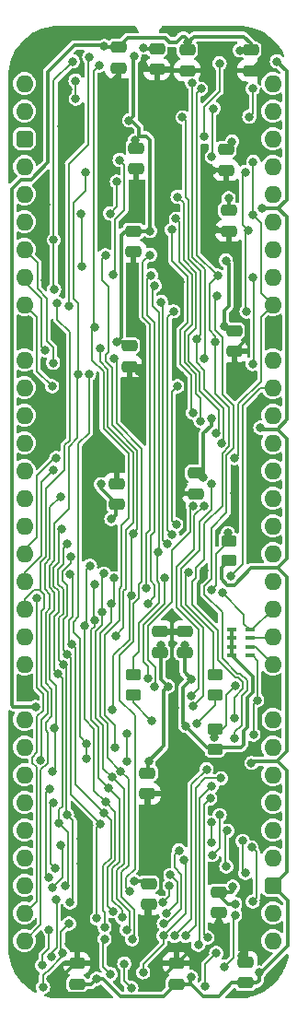
<source format=gbl>
%TF.GenerationSoftware,KiCad,Pcbnew,7.0.5*%
%TF.CreationDate,2024-02-22T15:57:56+02:00*%
%TF.ProjectId,W65C816 Breakout,57363543-3831-4362-9042-7265616b6f75,V1*%
%TF.SameCoordinates,PX525bfc0PY43d3480*%
%TF.FileFunction,Copper,L2,Bot*%
%TF.FilePolarity,Positive*%
%FSLAX46Y46*%
G04 Gerber Fmt 4.6, Leading zero omitted, Abs format (unit mm)*
G04 Created by KiCad (PCBNEW 7.0.5) date 2024-02-22 15:57:56*
%MOMM*%
%LPD*%
G01*
G04 APERTURE LIST*
G04 Aperture macros list*
%AMRoundRect*
0 Rectangle with rounded corners*
0 $1 Rounding radius*
0 $2 $3 $4 $5 $6 $7 $8 $9 X,Y pos of 4 corners*
0 Add a 4 corners polygon primitive as box body*
4,1,4,$2,$3,$4,$5,$6,$7,$8,$9,$2,$3,0*
0 Add four circle primitives for the rounded corners*
1,1,$1+$1,$2,$3*
1,1,$1+$1,$4,$5*
1,1,$1+$1,$6,$7*
1,1,$1+$1,$8,$9*
0 Add four rect primitives between the rounded corners*
20,1,$1+$1,$2,$3,$4,$5,0*
20,1,$1+$1,$4,$5,$6,$7,0*
20,1,$1+$1,$6,$7,$8,$9,0*
20,1,$1+$1,$8,$9,$2,$3,0*%
G04 Aperture macros list end*
%TA.AperFunction,SMDPad,CuDef*%
%ADD10R,0.900000X0.450000*%
%TD*%
%TA.AperFunction,ComponentPad*%
%ADD11O,1.600000X1.600000*%
%TD*%
%TA.AperFunction,ComponentPad*%
%ADD12R,1.600000X1.600000*%
%TD*%
%TA.AperFunction,ComponentPad*%
%ADD13RoundRect,0.400000X-0.400000X-0.400000X0.400000X-0.400000X0.400000X0.400000X-0.400000X0.400000X0*%
%TD*%
%TA.AperFunction,SMDPad,CuDef*%
%ADD14RoundRect,0.250000X-0.475000X0.250000X-0.475000X-0.250000X0.475000X-0.250000X0.475000X0.250000X0*%
%TD*%
%TA.AperFunction,SMDPad,CuDef*%
%ADD15RoundRect,0.250000X0.475000X-0.250000X0.475000X0.250000X-0.475000X0.250000X-0.475000X-0.250000X0*%
%TD*%
%TA.AperFunction,SMDPad,CuDef*%
%ADD16RoundRect,0.250000X0.450000X-0.262500X0.450000X0.262500X-0.450000X0.262500X-0.450000X-0.262500X0*%
%TD*%
%TA.AperFunction,ViaPad*%
%ADD17C,0.800000*%
%TD*%
%TA.AperFunction,Conductor*%
%ADD18C,0.200000*%
%TD*%
%TA.AperFunction,Conductor*%
%ADD19C,0.380000*%
%TD*%
G04 APERTURE END LIST*
D10*
%TO.P,RN4,1,R1*%
%TO.N,/3.3V*%
X19059600Y-52558800D03*
%TO.P,RN4,2,R2*%
X19059600Y-51758800D03*
%TO.P,RN4,3,R3*%
X19059600Y-50958800D03*
%TO.P,RN4,4,R4*%
X19059600Y-50158800D03*
%TO.P,RN4,5,R4*%
%TO.N,/DE*%
X20759600Y-50158800D03*
%TO.P,RN4,6,R3*%
%TO.N,/~{ABORT}*%
X20759600Y-50958800D03*
%TO.P,RN4,7,R2*%
%TO.N,/~{IRQ}*%
X20759600Y-51758800D03*
%TO.P,RN4,8,R1*%
%TO.N,/~{NMI}*%
X20759600Y-52558800D03*
%TD*%
D11*
%TO.P,J7,64,Pin_64*%
%TO.N,/M*%
X22860000Y0D03*
%TO.P,J7,63,Pin_63*%
%TO.N,/X*%
X22860000Y-2540000D03*
%TO.P,J7,62,Pin_62*%
%TO.N,/VPA\u00B7VDA*%
X22860000Y-5080000D03*
%TO.P,J7,61,Pin_61*%
%TO.N,/~{RD}*%
X22860000Y-7620000D03*
%TO.P,J7,60,Pin_60*%
%TO.N,/~{WD}*%
X22860000Y-10160000D03*
%TO.P,J7,59,Pin_59*%
%TO.N,/VDA*%
X22860000Y-12700000D03*
%TO.P,J7,58,Pin_58*%
%TO.N,/~{Trans Output}*%
X22860000Y-15240000D03*
%TO.P,J7,57,Pin_57*%
%TO.N,/Native Latch*%
X22860000Y-17780000D03*
%TO.P,J7,56,Pin_56*%
%TO.N,/VPA*%
X22860000Y-20320000D03*
D12*
%TO.P,J7,55,Pin_55*%
%TO.N,/GND*%
X22860000Y-22860000D03*
D11*
%TO.P,J7,54,Pin_54*%
%TO.N,/E*%
X22860000Y-25400000D03*
%TO.P,J7,53,Pin_53*%
%TO.N,/D0*%
X22860000Y-27940000D03*
%TO.P,J7,52,Pin_52*%
%TO.N,/D1*%
X22860000Y-30480000D03*
%TO.P,J7,51,Pin_51*%
%TO.N,/D2*%
X22860000Y-33020000D03*
%TO.P,J7,50,Pin_50*%
%TO.N,/D3*%
X22860000Y-35560000D03*
%TO.P,J7,49,Pin_49*%
%TO.N,/D4*%
X22860000Y-38100000D03*
%TO.P,J7,48,Pin_48*%
%TO.N,/D5*%
X22860000Y-40640000D03*
%TO.P,J7,47,Pin_47*%
%TO.N,/D6*%
X22860000Y-43180000D03*
%TO.P,J7,46,Pin_46*%
%TO.N,/D7*%
X22860000Y-45720000D03*
%TO.P,J7,45,Pin_45*%
%TO.N,/DE*%
X22860000Y-48260000D03*
%TO.P,J7,44,Pin_44*%
%TO.N,/~{ABORT}*%
X22860000Y-50800000D03*
%TO.P,J7,43,Pin_43*%
%TO.N,/~{IRQ}*%
X22860000Y-53340000D03*
D12*
%TO.P,J7,42,Pin_42*%
%TO.N,/GND*%
X22860000Y-55880000D03*
D11*
%TO.P,J7,41,Pin_41*%
%TO.N,/~{NMI}*%
X22860000Y-58420000D03*
%TO.P,J7,40,Pin_40*%
%TO.N,/~{Reset}*%
X22860000Y-60960000D03*
%TO.P,J7,39,Pin_39*%
%TO.N,/PHI2*%
X22860000Y-63500000D03*
%TO.P,J7,38,Pin_38*%
%TO.N,/BA0*%
X22860000Y-66040000D03*
%TO.P,J7,37,Pin_37*%
%TO.N,/BA1*%
X22860000Y-68580000D03*
%TO.P,J7,36,Pin_36*%
%TO.N,/BA2*%
X22860000Y-71120000D03*
D13*
%TO.P,J7,35,Pin_35*%
%TO.N,/5V*%
X22860000Y-73660000D03*
D11*
%TO.P,J7,34,Pin_34*%
%TO.N,/BA3*%
X22860000Y-76200000D03*
%TO.P,J7,33,Pin_33*%
%TO.N,/~{BANK 0}*%
X22860000Y-78740000D03*
%TO.P,J7,32,Pin_32*%
%TO.N,/~{ML}*%
X0Y-78740000D03*
%TO.P,J7,31,Pin_31*%
%TO.N,/~{VP}*%
X0Y-76200000D03*
%TO.P,J7,30,Pin_30*%
%TO.N,/Bank Latch*%
X0Y-73660000D03*
%TO.P,J7,29,Pin_29*%
%TO.N,/BA4*%
X0Y-71120000D03*
%TO.P,J7,28,Pin_28*%
%TO.N,/BA5*%
X0Y-68580000D03*
%TO.P,J7,27,Pin_27*%
%TO.N,/BA6*%
X0Y-66040000D03*
%TO.P,J7,26,Pin_26*%
%TO.N,/BA7*%
X0Y-63500000D03*
%TO.P,J7,25,Pin_25*%
%TO.N,/~{PHI2}*%
X0Y-60960000D03*
%TO.P,J7,24,Pin_24*%
%TO.N,/R~{W}*%
X0Y-58420000D03*
D12*
%TO.P,J7,23,Pin_23*%
%TO.N,/GND*%
X0Y-55880000D03*
D11*
%TO.P,J7,22,Pin_22*%
%TO.N,/Address Valid*%
X0Y-53340000D03*
%TO.P,J7,21,Pin_21*%
%TO.N,/RDY*%
X0Y-50800000D03*
%TO.P,J7,20,Pin_20*%
%TO.N,/BE*%
X0Y-48260000D03*
%TO.P,J7,19,Pin_19*%
%TO.N,/A15*%
X0Y-45720000D03*
%TO.P,J7,18,Pin_18*%
%TO.N,/A14*%
X0Y-43180000D03*
%TO.P,J7,17,Pin_17*%
%TO.N,/A13*%
X0Y-40640000D03*
%TO.P,J7,16,Pin_16*%
%TO.N,/A12*%
X0Y-38100000D03*
%TO.P,J7,15,Pin_15*%
%TO.N,/A11*%
X0Y-35560000D03*
%TO.P,J7,14,Pin_14*%
%TO.N,/A10*%
X0Y-33020000D03*
%TO.P,J7,13,Pin_13*%
%TO.N,/A9*%
X0Y-30480000D03*
%TO.P,J7,12,Pin_12*%
%TO.N,/A8*%
X0Y-27940000D03*
%TO.P,J7,11,Pin_11*%
%TO.N,/A7*%
X0Y-25400000D03*
D12*
%TO.P,J7,10,Pin_10*%
%TO.N,/GND*%
X0Y-22860000D03*
D11*
%TO.P,J7,9,Pin_9*%
%TO.N,/A6*%
X0Y-20320000D03*
%TO.P,J7,8,Pin_8*%
%TO.N,/A5*%
X0Y-17780000D03*
%TO.P,J7,7,Pin_7*%
%TO.N,/A4*%
X0Y-15240000D03*
%TO.P,J7,6,Pin_6*%
%TO.N,/A3*%
X0Y-12700000D03*
%TO.P,J7,5,Pin_5*%
%TO.N,/A2*%
X0Y-10160000D03*
%TO.P,J7,4,Pin_4*%
%TO.N,/A1*%
X0Y-7620000D03*
D13*
%TO.P,J7,3,Pin_3*%
%TO.N,/5V*%
X0Y-5080000D03*
D11*
%TO.P,J7,2,Pin_2*%
%TO.N,/A0*%
X0Y-2540000D03*
%TO.P,J7,1,Pin_1*%
%TO.N,/Opcode Valid*%
X0Y0D03*
%TD*%
D14*
%TO.P,C18,1*%
%TO.N,/5V*%
X18796000Y-11639000D03*
%TO.P,C18,2*%
%TO.N,/GND*%
X18796000Y-13539000D03*
%TD*%
D15*
%TO.P,C4,1*%
%TO.N,/5V*%
X8509000Y-38653000D03*
%TO.P,C4,2*%
%TO.N,/GND*%
X8509000Y-36753000D03*
%TD*%
D14*
%TO.P,C6,1*%
%TO.N,/3.3V*%
X19304000Y-22688000D03*
%TO.P,C6,2*%
%TO.N,/GND*%
X19304000Y-24588000D03*
%TD*%
%TO.P,C41,1*%
%TO.N,/5V*%
X12192000Y3220000D03*
%TO.P,C41,2*%
%TO.N,/GND*%
X12192000Y1320000D03*
%TD*%
D16*
%TO.P,R4,1*%
%TO.N,Net-(IC1C-2B6)*%
X17536000Y-56157500D03*
%TO.P,R4,2*%
%TO.N,/~{RES}_{5V}*%
X17536000Y-54332500D03*
%TD*%
D14*
%TO.P,C2,1*%
%TO.N,/5V*%
X15748000Y-35769000D03*
%TO.P,C2,2*%
%TO.N,/GND*%
X15748000Y-37669000D03*
%TD*%
%TO.P,C3,1*%
%TO.N,/3.3V*%
X10033000Y-13544000D03*
%TO.P,C3,2*%
%TO.N,/GND*%
X10033000Y-15444000D03*
%TD*%
D15*
%TO.P,C13,1*%
%TO.N,/5V*%
X20320000Y-82620400D03*
%TO.P,C13,2*%
%TO.N,/GND*%
X20320000Y-80720400D03*
%TD*%
D14*
%TO.P,C10,1*%
%TO.N,/5V*%
X17907000Y-74250000D03*
%TO.P,C10,2*%
%TO.N,/GND*%
X17907000Y-76150000D03*
%TD*%
%TO.P,C11,1*%
%TO.N,/3.3V*%
X18542000Y-6051000D03*
%TO.P,C11,2*%
%TO.N,/GND*%
X18542000Y-7951000D03*
%TD*%
%TO.P,C17,1*%
%TO.N,/5V*%
X11303000Y-63328000D03*
%TO.P,C17,2*%
%TO.N,/GND*%
X11303000Y-65228000D03*
%TD*%
%TO.P,C23,1*%
%TO.N,/3.3V*%
X20828000Y3093000D03*
%TO.P,C23,2*%
%TO.N,/GND*%
X20828000Y1193000D03*
%TD*%
D15*
%TO.P,C16,1*%
%TO.N,/5V*%
X12446000Y-52242000D03*
%TO.P,C16,2*%
%TO.N,/GND*%
X12446000Y-50342000D03*
%TD*%
D14*
%TO.P,C9,1*%
%TO.N,/5V*%
X11430000Y-73488000D03*
%TO.P,C9,2*%
%TO.N,/GND*%
X11430000Y-75388000D03*
%TD*%
%TO.P,C15,1*%
%TO.N,/3.3V*%
X8636000Y3347000D03*
%TO.P,C15,2*%
%TO.N,/GND*%
X8636000Y1447000D03*
%TD*%
D16*
%TO.P,R2,1*%
%TO.N,/3.3V*%
X17536000Y-61161300D03*
%TO.P,R2,2*%
%TO.N,/BE*%
X17536000Y-59336300D03*
%TD*%
D15*
%TO.P,C7,1*%
%TO.N,/5V*%
X13970000Y-82722000D03*
%TO.P,C7,2*%
%TO.N,/GND*%
X13970000Y-80822000D03*
%TD*%
D14*
%TO.P,C14,1*%
%TO.N,/3.3V*%
X9652000Y-24085000D03*
%TO.P,C14,2*%
%TO.N,/GND*%
X9652000Y-25985000D03*
%TD*%
%TO.P,C42,1*%
%TO.N,/3.3V*%
X14986000Y3093000D03*
%TO.P,C42,2*%
%TO.N,/GND*%
X14986000Y1193000D03*
%TD*%
D16*
%TO.P,R1,1*%
%TO.N,/5V*%
X18806000Y-43838500D03*
%TO.P,R1,2*%
%TO.N,/RDY*%
X18806000Y-42013500D03*
%TD*%
D15*
%TO.P,C1,1*%
%TO.N,/5V*%
X4826000Y-82722000D03*
%TO.P,C1,2*%
%TO.N,/GND*%
X4826000Y-80822000D03*
%TD*%
D14*
%TO.P,C12,1*%
%TO.N,/3.3V*%
X10287000Y-5924000D03*
%TO.P,C12,2*%
%TO.N,/GND*%
X10287000Y-7824000D03*
%TD*%
D16*
%TO.P,R3,1*%
%TO.N,Net-(IC1C-2B7)*%
X10043000Y-56157500D03*
%TO.P,R3,2*%
%TO.N,/PHI2_{5V}*%
X10043000Y-54332500D03*
%TD*%
D15*
%TO.P,C5,1*%
%TO.N,/3.3V*%
X14732000Y-52242000D03*
%TO.P,C5,2*%
%TO.N,/GND*%
X14732000Y-50342000D03*
%TD*%
D17*
%TO.N,/Opcode Valid*%
X17399001Y-2286001D03*
%TO.N,/A1*%
X14097000Y-10414000D03*
%TO.N,/5V*%
X11430000Y-62230000D03*
X15342083Y-82089744D03*
X21844000Y-11460000D03*
X10922000Y3302004D03*
X23240992Y2032000D03*
X12573006Y-51562000D03*
X18796000Y-10541000D03*
X21720301Y-31614089D03*
X19431004Y-75376000D03*
X6639350Y-82245486D03*
X19177000Y-73787008D03*
X16479486Y-36170124D03*
X10074158Y-73261475D03*
X20899062Y-62412938D03*
X21590000Y-81661000D03*
X17207000Y-30771268D03*
X13208000Y-55372000D03*
X8001000Y-40005000D03*
X7043332Y-36802000D03*
%TO.N,/GND*%
X3429000Y-3892368D03*
X20191474Y-77103373D03*
X14583105Y-36892000D03*
X14543000Y-34671000D03*
X17901026Y-77103935D03*
X1936000Y-11145000D03*
X13843000Y-53975000D03*
X12750799Y-11195000D03*
X17526000Y-13396000D03*
X19996418Y-80104669D03*
X8128000Y-79375000D03*
X13830561Y-60431947D03*
X14318000Y-18222000D03*
X18872521Y1193478D03*
X1508216Y-79188884D03*
X17272000Y-7960000D03*
X18033995Y-4825995D03*
X23622000Y-81026000D03*
X13843000Y-49015000D03*
X3978476Y-566434D03*
X5207000Y-71649996D03*
X5842000Y4699000D03*
X14359645Y-26825653D03*
X21844000Y-29210000D03*
X10950012Y1651000D03*
X16546691Y-79999359D03*
X19188807Y-67295757D03*
X20392301Y-4125257D03*
X13789781Y-57337731D03*
X10541000Y-26461000D03*
X5168000Y-69403998D03*
X2383107Y-82237284D03*
X20748828Y-26902221D03*
X7112000Y-381000D03*
X19366000Y-37592000D03*
X1143000Y1905000D03*
X6985000Y-39116000D03*
X13589000Y4826000D03*
X3429000Y-23749000D03*
X4088925Y-79053390D03*
X7413257Y-3892368D03*
X1143000Y-6320000D03*
X3048000Y-32766000D03*
X11811000Y-70993000D03*
X11049002Y-82677000D03*
X7526355Y-34768683D03*
X10287000Y-11195008D03*
X16499617Y-44741596D03*
X14351000Y-39243000D03*
X16290871Y-47711200D03*
X19586000Y-21559017D03*
X1879851Y-18089744D03*
X10750339Y-22269661D03*
X749080Y-82072147D03*
%TO.N,/3.3V*%
X9634046Y-3386000D03*
X19811982Y3048000D03*
X7344005Y3426000D03*
X14732002Y-51562000D03*
X14842723Y-59024234D03*
X15057173Y3779944D03*
X15365600Y-54705690D03*
X18542004Y-16256004D03*
X10160000Y-5207008D03*
X11557000Y-13550000D03*
X19120000Y-5334000D03*
X8509034Y-23740000D03*
X10088456Y2467327D03*
X18392496Y-22329496D03*
X1016000Y-57279415D03*
%TO.N,/R~{W}*%
X8100000Y-57556621D03*
X10024460Y-41338018D03*
X9833004Y-47011212D03*
X7446088Y-15787898D03*
%TO.N,/D0_{65}*%
X7996054Y-47752000D03*
X8864106Y-63154952D03*
X8219220Y-45441317D03*
X9905542Y-78620467D03*
%TO.N,/D1_{65}*%
X8054218Y-63741541D03*
X9394998Y-77732229D03*
X7309769Y-45011719D03*
X7173986Y-48546820D03*
%TO.N,/D2_{65}*%
X7729621Y-64687396D03*
X6473984Y-49269277D03*
X8994998Y-76599889D03*
X6473986Y-45974000D03*
%TO.N,/D3_{65}*%
X8136781Y-76044102D03*
X7454208Y-66029508D03*
X5506866Y-49845128D03*
X6031000Y-44301841D03*
%TO.N,/D4_{65}*%
X4340589Y-51500000D03*
X7366000Y-77470000D03*
X4191000Y-45085000D03*
X7301186Y-67017733D03*
%TO.N,/D5_{65}*%
X6976050Y-67982373D03*
X4250000Y-43426776D03*
X3923384Y-52408815D03*
X6662172Y-76695943D03*
%TO.N,/D6_{65}*%
X3556224Y-53338975D03*
X4191000Y-75225000D03*
X3937000Y-42291000D03*
X3905345Y-67147517D03*
%TO.N,/D7_{65}*%
X3762896Y-73681054D03*
X3175000Y-67945000D03*
X3450000Y-40914004D03*
X3076884Y-54216607D03*
%TO.N,/BE_{5V}*%
X11343416Y-54625042D03*
X12895528Y-45416383D03*
%TO.N,/~{ABORT}_{5V}*%
X11985464Y-55392113D03*
X15522000Y-38811385D03*
%TO.N,/~{IRQ}_{5V}*%
X16521561Y-38781656D03*
X15369781Y-56237731D03*
%TO.N,/~{NMI}_{5V}*%
X15533540Y-57224234D03*
X17254559Y-36802000D03*
%TO.N,/PHI2*%
X5715000Y-62017002D03*
X5683118Y-60617000D03*
X5948395Y-26682619D03*
%TO.N,/~{Reset Sharp}*%
X16256000Y-486000D03*
X17780006Y-17653000D03*
X17554000Y-23733369D03*
X19294827Y-58305000D03*
%TO.N,/~{NMI}*%
X21421643Y-56634918D03*
X21081996Y-59817000D03*
%TO.N,/BE*%
X9460000Y-59764502D03*
X1435169Y-62141169D03*
X17475200Y-60045600D03*
X19396341Y-55294390D03*
X3017853Y-20180080D03*
X9397996Y-62230000D03*
%TO.N,/D0*%
X18985000Y-45265997D03*
%TO.N,/~{DE}*%
X11346959Y-47771049D03*
X11658148Y-17616777D03*
%TO.N,/~{VP}*%
X1097004Y-47241934D03*
%TO.N,/RDY*%
X17246856Y-46482906D03*
X18731000Y-41284921D03*
%TO.N,/~{ML}*%
X3302008Y-37973000D03*
%TO.N,/VPA*%
X21000852Y-12095999D03*
X19365992Y-34417000D03*
X21059984Y-7191266D03*
%TO.N,/A0*%
X15833000Y-23467975D03*
X14547065Y-3102002D03*
X21012000Y-486000D03*
X18161000Y-33020000D03*
X20701000Y-3048000D03*
%TO.N,/A1*%
X17601885Y-32160087D03*
%TO.N,/A2*%
X13942000Y-12422823D03*
X16204746Y-30988000D03*
%TO.N,/A3*%
X13575001Y-13418285D03*
X15494004Y-30226000D03*
%TO.N,/A4*%
X2639000Y-25656875D03*
%TO.N,/A5*%
X1905000Y-24511000D03*
%TO.N,/A6*%
X2540000Y-27813000D03*
%TO.N,/A14*%
X2921000Y-34417000D03*
%TO.N,/A15*%
X2643225Y-35533625D03*
%TO.N,/E*%
X14069000Y-27813000D03*
X13970000Y-40513000D03*
%TO.N,/PHI2_{5V}*%
X2737249Y-18905000D03*
X12295000Y-43029972D03*
X12000000Y-18556534D03*
X4445000Y2032000D03*
X2695000Y-14353875D03*
%TO.N,/MX*%
X13124348Y-42324303D03*
X5969000Y2413000D03*
X4064000Y-20447000D03*
X12573001Y-20065999D03*
%TO.N,/VDA*%
X13716975Y-20927975D03*
X20320000Y-8128000D03*
X13576080Y-41432147D03*
X20447000Y-20955000D03*
X20574000Y-13462000D03*
%TO.N,/~{RES}_{5V}*%
X15099617Y-44893000D03*
%TO.N,/~{WD}_{PART}*%
X8509000Y-9017000D03*
X5207000Y-11937996D03*
X7874000Y-11938000D03*
X5247985Y-16826000D03*
%TO.N,/~{RD}_{PART}*%
X8128000Y-17526000D03*
X8764423Y-7020002D03*
%TO.N,/DE*%
X18210000Y-46764000D03*
X11557000Y-15747998D03*
X11233000Y-46371049D03*
%TO.N,/~{BE}*%
X2609529Y-63184000D03*
X2778500Y-59182000D03*
X4948457Y-26694013D03*
X5650000Y-8128000D03*
%TO.N,/Bank Latch*%
X3290245Y-69976200D03*
X2603495Y-73850505D03*
%TO.N,/X*%
X4699000Y251002D03*
X4721662Y-1388317D03*
%TO.N,/~{PHI2}*%
X6858000Y1651000D03*
X8345387Y-61024617D03*
X6472000Y-22408484D03*
%TO.N,/~{Reset}*%
X17728032Y-19525858D03*
X19375000Y-60178426D03*
%TO.N,/A0_{PREV}*%
X15433730Y83101D03*
X16575063Y-25282561D03*
%TO.N,/Native Latch*%
X21060000Y-17830922D03*
X20984610Y-25763734D03*
%TO.N,/BA7*%
X13351586Y-73702357D03*
X2203468Y-72900917D03*
X12755060Y-75245060D03*
X20320000Y-72517000D03*
X20091551Y-69576050D03*
X2286000Y-64770000D03*
%TO.N,/BA6*%
X13431098Y-72705521D03*
X13044464Y-76202270D03*
X18669000Y-68637142D03*
X2650000Y-66040000D03*
X2799688Y-72050001D03*
X18579583Y-71919876D03*
%TO.N,/BA5+BA6+BA7*%
X19431000Y-76376002D03*
X18399089Y-81142861D03*
%TO.N,/BA5*%
X20904286Y-70158688D03*
X17248200Y-67880047D03*
X12826296Y-77178184D03*
X17248200Y-69681084D03*
X21011000Y-75144278D03*
X14215560Y-70444429D03*
%TO.N,/BA2*%
X17254012Y-64537857D03*
X16002000Y-79121000D03*
X2264000Y-77724000D03*
X1637291Y-81006071D03*
%TO.N,/BA1*%
X1705891Y-83003107D03*
X18097500Y-63817500D03*
X4097310Y-77175000D03*
X14808546Y-78294000D03*
X3526147Y-79880000D03*
%TO.N,/BA0+BA1+BA2*%
X16637004Y-82930996D03*
X17653000Y-79883000D03*
%TO.N,/BA0*%
X7915793Y-81801679D03*
X13808543Y-78294000D03*
X16764000Y-62992008D03*
X7372863Y-78585000D03*
%TO.N,/BA4*%
X17272000Y-70866000D03*
X17973962Y-67192098D03*
X14648196Y-71346000D03*
X10930682Y-81656000D03*
X12795211Y-78294000D03*
%TO.N,/BA3*%
X9836631Y-83075000D03*
X17102915Y-65678905D03*
X9183590Y-80856000D03*
X2921000Y-74930000D03*
X2449888Y-80253162D03*
X16850444Y-78451098D03*
%TO.N,/FET ~{OE}*%
X9652000Y-74168000D03*
X8233929Y-25249606D03*
%TO.N,/Address Valid*%
X6978113Y-24352884D03*
X8382000Y-50717747D03*
%TO.N,/A0_{CHANGE}*%
X17968351Y1855114D03*
X16572000Y-4901409D03*
%TO.N,/Opcode Valid*%
X17241907Y-6735325D03*
%TO.N,Net-(IC1C-2B7)*%
X11695912Y-58515000D03*
%TO.N,Net-(IC1C-2B6)*%
X15823593Y-58811281D03*
%TD*%
D18*
%TO.N,/A0*%
X21012000Y-2737000D02*
X21012000Y-486000D01*
X20701000Y-3048000D02*
X21012000Y-2737000D01*
%TO.N,/A0_{PREV}*%
X15472000Y-4445774D02*
X15433730Y-4407504D01*
X15472000Y-5357045D02*
X15472000Y-4445774D01*
X15475000Y-5360044D02*
X15472000Y-5357045D01*
X16618000Y-17056679D02*
X15475000Y-15913680D01*
X16618000Y-25239624D02*
X16618000Y-17056679D01*
X16575063Y-25282561D02*
X16618000Y-25239624D01*
X15475000Y-15913680D02*
X15475000Y-5360044D01*
%TO.N,/~{Reset Sharp}*%
X15873903Y-868097D02*
X16256000Y-486000D01*
X15873903Y-4609556D02*
X15873903Y-868097D01*
X15872000Y-4611459D02*
X15873903Y-4609556D01*
X15872000Y-5191359D02*
X15872000Y-4611459D01*
X15886435Y-15759429D02*
X15886435Y-5205794D01*
%TO.N,/A0_{PREV}*%
X15433730Y-4407504D02*
X15433730Y83101D01*
%TO.N,/~{Reset Sharp}*%
X17780006Y-17653000D02*
X15886435Y-15759429D01*
X15886435Y-5205794D02*
X15872000Y-5191359D01*
%TO.N,/Opcode Valid*%
X17272000Y-2413002D02*
X17399001Y-2286001D01*
X17272000Y-6705232D02*
X17272000Y-2413002D01*
X17241907Y-6735325D02*
X17272000Y-6705232D01*
%TO.N,/A0_{CHANGE}*%
X16572000Y-2123048D02*
X16572000Y-4901409D01*
X17968351Y-726697D02*
X16572000Y-2123048D01*
X17968351Y1855114D02*
X17968351Y-726697D01*
D19*
%TO.N,/3.3V*%
X10033000Y-2987046D02*
X9634046Y-3386000D01*
X10033000Y2411871D02*
X10033000Y-2987046D01*
X10541000Y-4064000D02*
X9863000Y-3386000D01*
X10088456Y2467327D02*
X10033000Y2411871D01*
X10541000Y-4826000D02*
X10541000Y-4064000D01*
X9863000Y-3386000D02*
X9634046Y-3386000D01*
%TO.N,/GND*%
X18734733Y-4125257D02*
X20392301Y-4125257D01*
X18033995Y-4825995D02*
X18734733Y-4125257D01*
D18*
%TO.N,/A0*%
X14856000Y-3410937D02*
X14547065Y-3102002D01*
X14856000Y-10457321D02*
X14856000Y-3410937D01*
X15075001Y-10676322D02*
X14856000Y-10457321D01*
X15075000Y-16079366D02*
X15075001Y-10676322D01*
X16218000Y-23082975D02*
X16218000Y-17222365D01*
X15833000Y-23467975D02*
X16218000Y-23082975D01*
X16218000Y-17222365D02*
X15075000Y-16079366D01*
%TO.N,/A1*%
X14675000Y-10992000D02*
X14097000Y-10414000D01*
X15818000Y-17388053D02*
X14675000Y-16245051D01*
X14675000Y-16245051D02*
X14675000Y-10992000D01*
X15818000Y-22435050D02*
X15818000Y-17388053D01*
X15133000Y-25477687D02*
X15133000Y-23120050D01*
X15133000Y-23120050D02*
X15818000Y-22435050D01*
X16153000Y-26497688D02*
X15133000Y-25477687D01*
X17601885Y-32160087D02*
X17907000Y-31854972D01*
X17907000Y-31854972D02*
X17907000Y-29972000D01*
X17907000Y-29972000D02*
X16153000Y-28218000D01*
X16153000Y-28218000D02*
X16153000Y-26497688D01*
D19*
%TO.N,/5V*%
X10091677Y-73278994D02*
X10074158Y-73261475D01*
X17907000Y-74250000D02*
X19095000Y-74250000D01*
X15286000Y-82722000D02*
X15304000Y-82740000D01*
X21720302Y-31614089D02*
X21720301Y-31614089D01*
X24130000Y-61372915D02*
X23242916Y-62259999D01*
X23272915Y-31750000D02*
X24135000Y-30887915D01*
X18763098Y-75376000D02*
X19431004Y-75376000D01*
X23343000Y-11460000D02*
X24135000Y-10668000D01*
X8382000Y-39624000D02*
X8382000Y-38780000D01*
X15328779Y-82740000D02*
X16453779Y-83865000D01*
X21856213Y-31750000D02*
X23272915Y-31750000D01*
X19312229Y-46056009D02*
X18657771Y-46056009D01*
X18133000Y-44511500D02*
X18806000Y-43838500D01*
X17207000Y-31437743D02*
X17207000Y-30771268D01*
X17907000Y-74519902D02*
X18763098Y-75376000D01*
X4826000Y-82722000D02*
X6162836Y-82722000D01*
X12192000Y3220000D02*
X11004004Y3220000D01*
X20320000Y-82620400D02*
X21392600Y-82620400D01*
X19106600Y-82620400D02*
X17862000Y-83865000D01*
X23343000Y-11460000D02*
X24135000Y-12252000D01*
X19095000Y-74250000D02*
X19177000Y-74168000D01*
X12573006Y-51562000D02*
X12572994Y-51562012D01*
X22860000Y-73660000D02*
X24257000Y-75057000D01*
X12827000Y-60833000D02*
X11430000Y-62230000D01*
X13970000Y-82722000D02*
X15286000Y-82722000D01*
X23302914Y-62259999D02*
X24135000Y-63092085D01*
X13208000Y-55372000D02*
X12827000Y-55753000D01*
X13952000Y-82740000D02*
X12827000Y-83865000D01*
X18133000Y-45531238D02*
X18133000Y-44511500D01*
X12827000Y-83865000D02*
X8808000Y-83865000D01*
X24135000Y-43561000D02*
X24135000Y-32766000D01*
X24135000Y-30887915D02*
X24135000Y-30734000D01*
X20888238Y-44480000D02*
X23302915Y-44480000D01*
X16479486Y-36170124D02*
X16149124Y-36170124D01*
X11392114Y-62267886D02*
X11430000Y-62230000D01*
X24135000Y-43647915D02*
X24135000Y-43561000D01*
X24135000Y-10668000D02*
X24135000Y1137992D01*
X11220994Y-73278994D02*
X10091677Y-73278994D01*
X12572994Y-54736994D02*
X13208000Y-55372000D01*
X23302915Y-44480000D02*
X24135000Y-43647915D01*
D18*
X12446000Y-51689006D02*
X12573006Y-51562000D01*
D19*
X24135000Y-63092085D02*
X24135000Y-72385000D01*
X23302915Y-44480000D02*
X24130000Y-45307085D01*
X22860000Y-73660000D02*
X24135000Y-72385000D01*
X23242916Y-62259999D02*
X21052001Y-62259999D01*
D18*
X12446000Y-52069994D02*
X12446000Y-51689006D01*
D19*
X16479486Y-32165257D02*
X17207000Y-31437743D01*
X8808000Y-83865000D02*
X7188486Y-82245486D01*
X23272915Y-31750000D02*
X24135000Y-32612085D01*
X8509000Y-38653000D02*
X7043332Y-37187332D01*
X24135000Y-32612085D02*
X24135000Y-32766000D01*
X20888238Y-44480000D02*
X19312229Y-46056009D01*
X8001000Y-40005000D02*
X8382000Y-39624000D01*
X21392600Y-82620400D02*
X21590000Y-82423000D01*
X24130000Y-45307085D02*
X24130000Y-61372915D01*
X15304000Y-82127827D02*
X15342083Y-82089744D01*
X18796000Y-10541000D02*
X18796000Y-11639000D01*
X21856213Y-31750000D02*
X21720302Y-31614089D01*
X15304000Y-82740000D02*
X15304000Y-82127827D01*
X20320000Y-82620400D02*
X19106600Y-82620400D01*
X21052001Y-62259999D02*
X20899062Y-62412938D01*
X16479486Y-36170124D02*
X16479486Y-32165257D01*
X11004004Y3220000D02*
X10922000Y3302004D01*
X16149124Y-36170124D02*
X15748000Y-35769000D01*
X7043332Y-37187332D02*
X7043332Y-36802000D01*
X16453779Y-83865000D02*
X17862000Y-83865000D01*
X6162836Y-82722000D02*
X6639350Y-82245486D01*
X24257000Y-75057000D02*
X24257000Y-79189530D01*
X18657771Y-46056009D02*
X18133000Y-45531238D01*
X24135000Y-30734000D02*
X24135000Y-12252000D01*
X24135000Y1137992D02*
X23240992Y2032000D01*
X21844000Y-11460000D02*
X23343000Y-11460000D01*
X15304000Y-82740000D02*
X15328779Y-82740000D01*
X19177000Y-74168000D02*
X19177000Y-73787008D01*
X11392114Y-63291000D02*
X11392114Y-62267886D01*
X21785530Y-81661000D02*
X21590000Y-81661000D01*
X7188486Y-82245486D02*
X6639350Y-82245486D01*
X12572994Y-51562012D02*
X12572994Y-54736994D01*
X21590000Y-82423000D02*
X21590000Y-81661000D01*
X23242916Y-62259999D02*
X23302914Y-62259999D01*
X24257000Y-79189530D02*
X21785530Y-81661000D01*
X12827000Y-55753000D02*
X12827000Y-60833000D01*
%TO.N,/GND*%
X11281012Y1320000D02*
X10950012Y1651000D01*
X14543000Y-36851895D02*
X14583105Y-36892000D01*
X19939000Y-80673000D02*
X19939000Y-80162087D01*
X18657000Y-13400000D02*
X17780000Y-13400000D01*
X6195000Y-36100038D02*
X6195000Y-38326000D01*
X10922000Y-22441322D02*
X10922000Y-26080000D01*
X14986000Y1193000D02*
X12319000Y1193000D01*
X3937000Y4699000D02*
X1143000Y1905000D01*
X7112000Y-381000D02*
X7366000Y-381000D01*
X14351000Y-37973000D02*
X14655000Y-37669000D01*
X3429000Y-3892368D02*
X3302000Y-3765368D01*
X1143000Y1905000D02*
X1190000Y1858000D01*
X13970000Y-80822000D02*
X12115000Y-82677000D01*
X13589000Y-49269000D02*
X13843000Y-49015000D01*
X1745500Y-11335500D02*
X1745500Y-17955393D01*
X13830561Y-57378511D02*
X13830561Y-60431947D01*
X22860000Y-56032333D02*
X22860000Y-56737085D01*
X13789781Y-57337731D02*
X13830561Y-57378511D01*
X13998000Y-54130000D02*
X13998000Y-57129512D01*
X13846467Y5083467D02*
X13589000Y4826000D01*
X18796000Y-13539000D02*
X18796000Y-14732000D01*
X20270649Y5083467D02*
X13846467Y5083467D01*
X20419000Y-22172903D02*
X19805114Y-21559017D01*
X14583105Y-37597105D02*
X14583105Y-36892000D01*
X19104633Y-71327696D02*
X19530000Y-71753063D01*
X10115000Y-26035000D02*
X10541000Y-26461000D01*
X14351000Y-39243000D02*
X14351000Y-37973000D01*
X19304000Y-25457393D02*
X20748828Y-26902221D01*
X3429000Y-32385000D02*
X3429000Y-23749000D01*
X1936000Y-11145000D02*
X1745500Y-11335500D01*
X19456400Y-21429417D02*
X19586000Y-21559017D01*
X16401000Y-45517035D02*
X16401000Y-44840213D01*
X19530000Y-72844229D02*
X20221000Y-73535229D01*
D18*
X13843000Y-49060006D02*
X13843000Y-49015000D01*
D19*
X16546691Y-79872080D02*
X16546691Y-79999359D01*
X12192000Y1320000D02*
X12192000Y177799D01*
X20777999Y1142999D02*
X18923000Y1142999D01*
X13589000Y-50469000D02*
X13589000Y-53721000D01*
X18923000Y1142999D02*
X18872521Y1193478D01*
X17776000Y-13396000D02*
X17526000Y-13396000D01*
X14543000Y-34671000D02*
X14543000Y-29500229D01*
X18542000Y-7951000D02*
X17281000Y-7951000D01*
X19586000Y-62557229D02*
X19586000Y-68964371D01*
X19586000Y-68964371D02*
X19104633Y-69445738D01*
X16290871Y-47711200D02*
X16020000Y-47440329D01*
X7848625Y-3457000D02*
X7413257Y-3892368D01*
X19456400Y-15392400D02*
X19456400Y-21429417D01*
X14859000Y-27325008D02*
X14359645Y-26825653D01*
X13843000Y-26309008D02*
X13843000Y-22432664D01*
X12115000Y-82677000D02*
X11049002Y-82677000D01*
X12750799Y-381000D02*
X12750799Y-11195000D01*
X20419000Y-23473000D02*
X20419000Y-22172903D01*
X14859000Y-29184229D02*
X14859000Y-27325008D01*
X17907000Y-76150000D02*
X17907000Y-77097961D01*
X3302000Y-1242910D02*
X3978476Y-566434D01*
X14359645Y-26825653D02*
X13843000Y-26309008D01*
X12551000Y-50469000D02*
X13589000Y-50469000D01*
X17780000Y-13400000D02*
X17776000Y-13396000D01*
X13589000Y-50469000D02*
X13589000Y-49269000D01*
X13843000Y-22432664D02*
X14528000Y-21747664D01*
X17281000Y-7951000D02*
X17272000Y-7960000D01*
X11430000Y-65355000D02*
X11430000Y-70612000D01*
X16020000Y-45898035D02*
X16401000Y-45517035D01*
X12192000Y177799D02*
X12750799Y-381000D01*
X6195000Y-38326000D02*
X6985000Y-39116000D01*
X13843000Y-53975000D02*
X13998000Y-54130000D01*
X14543000Y-34671000D02*
X14543000Y-36851895D01*
X10759533Y-79410467D02*
X8163467Y-79410467D01*
X20623461Y5021257D02*
X20270649Y5083467D01*
X21943000Y3701718D02*
X20623461Y5021257D01*
X19304000Y-24588000D02*
X20419000Y-23473000D01*
X19805114Y-21559017D02*
X19586000Y-21559017D01*
X13843000Y-81054000D02*
X14897641Y-79999359D01*
X17907000Y-77097961D02*
X17901026Y-77103935D01*
X12750799Y-16654799D02*
X12750799Y-11195000D01*
X19996418Y-77298429D02*
X20191474Y-77103373D01*
X20221000Y-77073847D02*
X20191474Y-77103373D01*
X21943000Y2308000D02*
X21943000Y3701718D01*
X22860000Y-56737085D02*
X21670000Y-57927085D01*
X16401000Y-44840213D02*
X16499617Y-44741596D01*
X19996418Y-80104669D02*
X19996418Y-77298429D01*
X4088925Y-78461075D02*
X5207000Y-77343000D01*
X7526355Y-34768683D02*
X6195000Y-36100038D01*
X14528000Y-21747664D02*
X14528000Y-18432000D01*
X3302000Y-3765368D02*
X3302000Y-1242910D01*
X20221000Y-73535229D02*
X20221000Y-77073847D01*
X10922000Y-26080000D02*
X10541000Y-26461000D01*
X749080Y-82072147D02*
X353000Y-81676067D01*
X5207000Y-77343000D02*
X5207000Y-71649996D01*
X17901026Y-78517745D02*
X16546691Y-79872080D01*
X19104633Y-69445738D02*
X19104633Y-71327696D01*
X5842000Y4699000D02*
X3937000Y4699000D01*
X3048000Y-32766000D02*
X3429000Y-32385000D01*
X19304000Y-24588000D02*
X19304000Y-25457393D01*
X13589000Y-53721000D02*
X13843000Y-53975000D01*
X1745500Y-17955393D02*
X1879851Y-18089744D01*
X4088925Y-79053390D02*
X4088925Y-78461075D01*
X13998000Y-57129512D02*
X13789781Y-57337731D01*
X1190000Y1858000D02*
X1190000Y-6273000D01*
X14528000Y-18432000D02*
X14318000Y-18222000D01*
X353000Y-81676067D02*
X353000Y-80344100D01*
X16020000Y-47440329D02*
X16020000Y-45898035D01*
X14543000Y-29500229D02*
X14859000Y-29184229D01*
X17901026Y-77103935D02*
X17901026Y-78517745D01*
X8509000Y-35751328D02*
X8509000Y-36753000D01*
X19939000Y-80162087D02*
X19996418Y-80104669D01*
X8163467Y-79410467D02*
X8128000Y-79375000D01*
X13830561Y-60431947D02*
X13830561Y-64401439D01*
X8382000Y-3457000D02*
X7848625Y-3457000D01*
X21670000Y-58997237D02*
X21872000Y-59199237D01*
X7366000Y-381000D02*
X8636000Y889000D01*
X13004000Y-65228000D02*
X11303000Y-65228000D01*
X5207000Y-71649996D02*
X5168000Y-71610996D01*
X3283716Y-82237284D02*
X2383107Y-82237284D01*
X11176000Y-78994000D02*
X10759533Y-79410467D01*
X11430000Y-70612000D02*
X11811000Y-70993000D01*
X1190000Y-6273000D02*
X1143000Y-6320000D01*
X10750339Y-22269661D02*
X10922000Y-22441322D01*
X11176000Y-75642000D02*
X11176000Y-78994000D01*
X7526355Y-34768683D02*
X8509000Y-35751328D01*
X4467000Y-81054000D02*
X3283716Y-82237284D01*
X14655000Y-37669000D02*
X14583105Y-37597105D01*
X21872000Y-59199237D02*
X21872000Y-60271229D01*
X19530000Y-71753063D02*
X19530000Y-72844229D01*
X10287000Y-7824000D02*
X10287000Y-11195008D01*
X13830561Y-64401439D02*
X13004000Y-65228000D01*
X14897641Y-79999359D02*
X16546691Y-79999359D01*
D18*
X13598000Y-49305006D02*
X13843000Y-49060006D01*
D19*
X12192000Y1320000D02*
X11281012Y1320000D01*
X18796000Y-14732000D02*
X19456400Y-15392400D01*
X21670000Y-57927085D02*
X21670000Y-58997237D01*
X21872000Y-60271229D02*
X19586000Y-62557229D01*
X14655000Y-37669000D02*
X15748000Y-37669000D01*
X8636000Y889000D02*
X8636000Y1447000D01*
X13589000Y-50469000D02*
X14627000Y-50469000D01*
X20828000Y1193000D02*
X21943000Y2308000D01*
X353000Y-80344100D02*
X1508216Y-79188884D01*
X14318000Y-18222000D02*
X12750799Y-16654799D01*
X5168000Y-71610996D02*
X5168000Y-69403998D01*
%TO.N,/3.3V*%
X-1190000Y-9667085D02*
X-332915Y-8810000D01*
X19304000Y-22688000D02*
X18751000Y-22688000D01*
X18796002Y-20447000D02*
X18796002Y-16510002D01*
X18739000Y-5854000D02*
X19120000Y-5473000D01*
X15057173Y3164173D02*
X15057173Y3779944D01*
X19120000Y-5473000D02*
X19120000Y-5334000D01*
X18392496Y-22329496D02*
X18392496Y-20850506D01*
X15057173Y3779944D02*
X15595229Y4318000D01*
X19885229Y-60988000D02*
X20165000Y-60708229D01*
X2159000Y1102005D02*
X4572000Y3515005D01*
X19059600Y-52558800D02*
X19059600Y-51758800D01*
X10160000Y-5207008D02*
X10160000Y-5207000D01*
X14842723Y-59024234D02*
X14579781Y-58761292D01*
X20498800Y-59155971D02*
X20498800Y-56440531D01*
X20165000Y-59489771D02*
X20498800Y-59155971D01*
X9652000Y-24085000D02*
X9307000Y-23740000D01*
X18796002Y-16510002D02*
X18542004Y-16256004D01*
X10160000Y-5207000D02*
X10541000Y-4826000D01*
X14579781Y-55491509D02*
X15365600Y-54705690D01*
X1016000Y-57279415D02*
X966585Y-57230000D01*
X18751000Y-22688000D02*
X18392496Y-22329496D01*
X14732002Y-54072092D02*
X15365600Y-54705690D01*
X14478000Y4318000D02*
X14732000Y4318000D01*
X2159000Y-7239000D02*
X2159000Y1102005D01*
X7423005Y3347000D02*
X7344005Y3426000D01*
X13335000Y3810000D02*
X13970000Y3810000D01*
X13970000Y3810000D02*
X14478000Y4318000D01*
X8636000Y3347000D02*
X9480000Y4191000D01*
X14732000Y4318000D02*
X15057173Y3992827D01*
X588000Y-8810000D02*
X2159000Y-7239000D01*
X20986341Y-55952991D02*
X20986341Y-54456377D01*
X11557000Y-5207000D02*
X11557000Y-13550000D01*
X8509034Y-23740000D02*
X8918000Y-23331034D01*
X15057173Y3992827D02*
X15057173Y3779944D01*
X20165000Y-60708229D02*
X20165000Y-59489771D01*
X10039000Y-13550000D02*
X11557000Y-13550000D01*
X9480000Y4191000D02*
X12954000Y4191000D01*
X20828000Y3683000D02*
X20828000Y3093000D01*
X14732002Y-51562000D02*
X14732002Y-54072092D01*
X7255000Y3515005D02*
X7344005Y3426000D01*
X4572000Y3515005D02*
X7255000Y3515005D01*
X15595229Y4318000D02*
X20193000Y4318000D01*
X18392496Y-20850506D02*
X18796002Y-20447000D01*
X20498800Y-56440531D02*
X20986341Y-55952991D01*
X10541000Y-4826000D02*
X11176000Y-4826000D01*
X-332915Y-8810000D02*
X588000Y-8810000D01*
X9316000Y-13544000D02*
X10033000Y-13544000D01*
X14842723Y-59024234D02*
X16806489Y-60988000D01*
X966585Y-57230000D02*
X-1030000Y-57230000D01*
X8636000Y3347000D02*
X7423005Y3347000D01*
X14579781Y-58761292D02*
X14579781Y-55491509D01*
X8918000Y-13942000D02*
X9316000Y-13544000D01*
X19059600Y-51758800D02*
X19059600Y-50958800D01*
X20783000Y3048000D02*
X19811982Y3048000D01*
X16806489Y-60988000D02*
X19885229Y-60988000D01*
X19059600Y-50958800D02*
X19059600Y-50158800D01*
X11176000Y-4826000D02*
X11557000Y-5207000D01*
X-1190000Y-57070000D02*
X-1190000Y-9667085D01*
X-1030000Y-57230000D02*
X-1190000Y-57070000D01*
X12954000Y4191000D02*
X13335000Y3810000D01*
X9307000Y-23740000D02*
X8509034Y-23740000D01*
X20193000Y4318000D02*
X20828000Y3683000D01*
X20986341Y-54456377D02*
X19088764Y-52558800D01*
X8918000Y-23331034D02*
X8918000Y-13942000D01*
D18*
%TO.N,/R~{W}*%
X10024460Y-41338018D02*
X10395000Y-40967478D01*
X8138003Y-52567997D02*
X8138003Y-57518618D01*
X7514048Y-24886834D02*
X7747000Y-24653882D01*
X8072718Y-31371403D02*
X8072718Y-26078345D01*
X7174000Y-18069950D02*
X7174000Y-16059986D01*
X7747000Y-24653882D02*
X7747000Y-18642950D01*
X7514048Y-25519675D02*
X7514048Y-24886834D01*
X9833004Y-47011212D02*
X9833004Y-41529474D01*
X8072718Y-26078345D02*
X7514048Y-25519675D01*
X9652000Y-51054000D02*
X8138003Y-52567997D01*
X9833004Y-47011212D02*
X9652000Y-47192216D01*
X9833004Y-41529474D02*
X10024460Y-41338018D01*
X7747000Y-18642950D02*
X7174000Y-18069950D01*
X10395000Y-33693686D02*
X8072718Y-31371403D01*
X10395000Y-40967478D02*
X10395000Y-33693686D01*
X9652000Y-47192216D02*
X9652000Y-51054000D01*
X7174000Y-16059986D02*
X7446088Y-15787898D01*
X8138003Y-57518618D02*
X8100000Y-57556621D01*
%TO.N,/D0_{65}*%
X7996054Y-49477260D02*
X6966000Y-50507315D01*
X6966000Y-50507315D02*
X6966000Y-58156277D01*
X8890000Y-72459313D02*
X9558000Y-71791313D01*
X8890000Y-74676000D02*
X8890000Y-72459313D01*
X7620000Y-58810277D02*
X7620000Y-61910846D01*
X9905542Y-78620467D02*
X10094998Y-78431011D01*
X7620000Y-61910846D02*
X8864106Y-63154952D01*
X8219220Y-47528834D02*
X7996054Y-47752000D01*
X9558000Y-71791313D02*
X9558000Y-63848846D01*
X10094998Y-78431011D02*
X10094998Y-75880998D01*
X7996054Y-47752000D02*
X7996054Y-49477260D01*
X8219220Y-45441317D02*
X8219220Y-47528834D01*
X9558000Y-63848846D02*
X8864106Y-63154952D01*
X10094998Y-75880998D02*
X8890000Y-74676000D01*
X6966000Y-58156277D02*
X7620000Y-58810277D01*
%TO.N,/D1_{65}*%
X7220000Y-58975963D02*
X7220000Y-62907323D01*
X9694998Y-77432229D02*
X9694998Y-76046684D01*
X7173986Y-45147502D02*
X7309769Y-45011719D01*
X7173986Y-48546820D02*
X7173986Y-49733642D01*
X9394998Y-77732229D02*
X9694998Y-77432229D01*
X8490000Y-74841685D02*
X8490000Y-72293627D01*
X6566000Y-50341630D02*
X6566000Y-58321963D01*
X9694998Y-76046684D02*
X8490000Y-74841685D01*
X9158000Y-71625628D02*
X9158000Y-64845323D01*
X8490000Y-72293627D02*
X9158000Y-71625628D01*
X7220000Y-62907323D02*
X8054218Y-63741541D01*
X6566000Y-58321963D02*
X7220000Y-58975963D01*
X7173986Y-49733642D02*
X6566000Y-50341630D01*
X9158000Y-64845323D02*
X8054218Y-63741541D01*
X7173986Y-48546820D02*
X7173986Y-45147502D01*
%TO.N,/D2_{65}*%
X6166000Y-50175945D02*
X6166000Y-58487649D01*
X6820000Y-59141649D02*
X6820000Y-63777775D01*
X8758000Y-71459943D02*
X8758000Y-65715775D01*
X8994998Y-76599889D02*
X8994998Y-75912370D01*
X6397005Y-46050981D02*
X6473986Y-45974000D01*
X6473984Y-49269277D02*
X6473984Y-49867960D01*
X8090000Y-75007370D02*
X8090000Y-72127943D01*
X8994998Y-75912370D02*
X8090000Y-75007370D01*
X6166000Y-58487649D02*
X6820000Y-59141649D01*
X6397005Y-49192298D02*
X6397005Y-46050981D01*
X8090000Y-72127943D02*
X8758000Y-71459943D01*
X6473984Y-49867960D02*
X6166000Y-50175945D01*
X6820000Y-63777775D02*
X7729621Y-64687396D01*
X8758000Y-65715775D02*
X7729621Y-64687396D01*
X6473984Y-49269277D02*
X6397005Y-49192298D01*
%TO.N,/D3_{65}*%
X8358000Y-71294257D02*
X8358000Y-66933300D01*
X5715000Y-44617841D02*
X5715000Y-49636994D01*
X5715000Y-49636994D02*
X5506866Y-49845128D01*
X8136781Y-76044102D02*
X7658000Y-75565321D01*
X6420000Y-59307335D02*
X6420000Y-64995300D01*
X6420000Y-64995300D02*
X7454208Y-66029508D01*
X6031000Y-44301841D02*
X5715000Y-44617841D01*
X5506866Y-49845128D02*
X5506866Y-58394201D01*
X7658000Y-75565321D02*
X7658000Y-71994257D01*
X8358000Y-66933300D02*
X7454208Y-66029508D01*
X7658000Y-71994257D02*
X8358000Y-71294257D01*
X5506866Y-58394201D02*
X6420000Y-59307335D01*
%TO.N,/D4_{65}*%
X4097133Y-49281689D02*
X4445000Y-48933822D01*
X4678500Y-51837911D02*
X4678500Y-64395047D01*
X4445000Y-48933822D02*
X4445000Y-45339000D01*
X4678500Y-64395047D02*
X7301186Y-67017733D01*
X4445000Y-45339000D02*
X4191000Y-45085000D01*
X4340589Y-51500000D02*
X4097133Y-51256544D01*
X4340589Y-51500000D02*
X4678500Y-51837911D01*
X7258000Y-71828571D02*
X7958000Y-71128571D01*
X7366000Y-77470000D02*
X7366000Y-76129219D01*
X7958000Y-67674547D02*
X7301186Y-67017733D01*
X7258000Y-76021219D02*
X7258000Y-71828571D01*
X4097133Y-51256544D02*
X4097133Y-49281689D01*
X7366000Y-76129219D02*
X7258000Y-76021219D01*
X7958000Y-71128571D02*
X7958000Y-67674547D01*
%TO.N,/D5_{65}*%
X3491000Y-44795050D02*
X4250000Y-44036050D01*
X6662172Y-68296251D02*
X6976050Y-67982373D01*
X3923384Y-52408815D02*
X3556000Y-52041431D01*
X4278500Y-52763931D02*
X4278500Y-65284823D01*
X6662172Y-76695943D02*
X6662172Y-68296251D01*
X3491000Y-45628950D02*
X3491000Y-44795050D01*
X3556000Y-49257136D02*
X3950000Y-48863136D01*
X4278500Y-65284823D02*
X6976050Y-67982373D01*
X3556000Y-52041431D02*
X3556000Y-49257136D01*
X3923384Y-52408815D02*
X4278500Y-52763931D01*
X3950000Y-46087950D02*
X3491000Y-45628950D01*
X3950000Y-48863136D02*
X3950000Y-46087950D01*
X4250000Y-44036050D02*
X4250000Y-43426776D01*
%TO.N,/D6_{65}*%
X3556224Y-53338975D02*
X3878500Y-53661251D01*
X3878500Y-53661251D02*
X3878500Y-67120672D01*
X3550000Y-44170364D02*
X3091000Y-44629365D01*
X3550000Y-48697458D02*
X3150017Y-49097441D01*
X3150017Y-49097441D02*
X3150017Y-52932768D01*
X3150017Y-52932768D02*
X3556224Y-53338975D01*
X4462896Y-67705068D02*
X4462896Y-74953104D01*
X3550000Y-46431392D02*
X3550000Y-48697458D01*
X3091000Y-45972392D02*
X3550000Y-46431392D01*
X3091000Y-44629365D02*
X3091000Y-45972392D01*
X3937000Y-42291000D02*
X3550000Y-42678000D01*
X3905345Y-67147517D02*
X4462896Y-67705068D01*
X3878500Y-67120672D02*
X3905345Y-67147517D01*
X4462896Y-74953104D02*
X4191000Y-75225000D01*
X3550000Y-42678000D02*
X3550000Y-44170364D01*
%TO.N,/D7_{65}*%
X3990245Y-73453705D02*
X3990245Y-68760245D01*
X3076884Y-54216607D02*
X3478500Y-54618223D01*
X2750017Y-53889740D02*
X3076884Y-54216607D01*
X3478500Y-54618223D02*
X3478500Y-66371500D01*
X3150000Y-46597077D02*
X3150000Y-48531773D01*
X3478500Y-66371500D02*
X3175000Y-66675000D01*
X2691000Y-46138078D02*
X3150000Y-46597077D01*
X3450000Y-40914004D02*
X3150000Y-41214004D01*
X2691000Y-44463680D02*
X2691000Y-46138078D01*
X3150000Y-44004679D02*
X2691000Y-44463680D01*
X3150000Y-41214004D02*
X3150000Y-44004679D01*
X3175000Y-66675000D02*
X3175000Y-67945000D01*
X2750017Y-48931756D02*
X2750017Y-53889740D01*
X3150000Y-48531773D02*
X2750017Y-48931756D01*
X3990245Y-68760245D02*
X3175000Y-67945000D01*
X3762896Y-73681054D02*
X3990245Y-73453705D01*
%TO.N,/BE_{5V}*%
X10979000Y-49694643D02*
X12895528Y-47778115D01*
X12895528Y-47778115D02*
X12895528Y-45416383D01*
X10979000Y-53143000D02*
X10979000Y-49694643D01*
X11343416Y-54625042D02*
X11343416Y-53507416D01*
X11343416Y-53507416D02*
X10979000Y-53143000D01*
%TO.N,/~{ABORT}_{5V}*%
X12070184Y-55307393D02*
X11985464Y-55392113D01*
X11379000Y-52977314D02*
X12070184Y-53668498D01*
X12070184Y-53668498D02*
X12070184Y-55307393D01*
X13599617Y-42838984D02*
X13599617Y-47639712D01*
X15522000Y-38811385D02*
X15240000Y-39093385D01*
X15240000Y-41198601D02*
X13599617Y-42838984D01*
X15240000Y-39093385D02*
X15240000Y-41198601D01*
X13599617Y-47639712D02*
X11379000Y-49860329D01*
X11379000Y-49860329D02*
X11379000Y-52977314D01*
%TO.N,/~{IRQ}_{5V}*%
X13999617Y-47805398D02*
X13990461Y-47814553D01*
X16521561Y-38781656D02*
X16521561Y-38801774D01*
X16065600Y-55541912D02*
X15369781Y-56237731D01*
X13990461Y-47814553D02*
X13990461Y-48097644D01*
X16521561Y-38801774D02*
X15640000Y-39683335D01*
X15640000Y-39683335D02*
X15640000Y-42796982D01*
X13990461Y-48097644D02*
X16065600Y-50172783D01*
X15640000Y-42796982D02*
X13999617Y-44437365D01*
X16065600Y-50172783D02*
X16065600Y-55541912D01*
X13999617Y-44437365D02*
X13999617Y-47805398D01*
%TO.N,/~{NMI}_{5V}*%
X16129000Y-42873667D02*
X14399617Y-44603050D01*
X14407172Y-47948669D02*
X16465600Y-50007098D01*
X14407172Y-47531471D02*
X14407172Y-47948669D01*
X16129000Y-40290635D02*
X16129000Y-42873667D01*
X14399617Y-44603050D02*
X14399617Y-47523916D01*
X17254559Y-36802000D02*
X17254559Y-39165076D01*
X14399617Y-47523916D02*
X14407172Y-47531471D01*
X16465600Y-56292174D02*
X15533540Y-57224234D01*
X17254559Y-39165076D02*
X16129000Y-40290635D01*
X16465600Y-50007098D02*
X16465600Y-56292174D01*
%TO.N,/PHI2*%
X5683118Y-61985120D02*
X5715000Y-62017002D01*
X5948395Y-32093919D02*
X4963017Y-33079297D01*
X4963017Y-33079297D02*
X4963017Y-48981490D01*
X4497133Y-50412767D02*
X5078500Y-50994134D01*
X4497133Y-49447374D02*
X4497133Y-50412767D01*
X5078500Y-50994134D02*
X5078500Y-60012382D01*
X5948395Y-26682619D02*
X5948395Y-32093919D01*
X4963017Y-48981490D02*
X4497133Y-49447374D01*
X5078500Y-60012382D02*
X5683118Y-60617000D01*
X5683118Y-60617000D02*
X5683118Y-61985120D01*
%TO.N,/~{Reset Sharp}*%
X17799000Y-52978000D02*
X19415391Y-54594390D01*
X17028032Y-18404974D02*
X17780006Y-17653000D01*
X19415391Y-54594390D02*
X19686291Y-54594390D01*
X16529000Y-40456320D02*
X16529000Y-43722263D01*
X15799617Y-44451646D02*
X15799617Y-45425453D01*
X17554000Y-23733369D02*
X17554000Y-23197951D01*
X20096341Y-55004440D02*
X20096341Y-55584339D01*
X17028032Y-22671983D02*
X17028032Y-18404974D01*
X17554000Y-28476000D02*
X18861000Y-29783000D01*
X19686291Y-54594390D02*
X20096341Y-55004440D01*
X17799000Y-50209126D02*
X17799000Y-52978000D01*
X15799617Y-45425453D02*
X15477405Y-45747665D01*
X18861000Y-33309950D02*
X18204000Y-33966950D01*
X15477405Y-47887530D02*
X17799000Y-50209126D01*
X17554000Y-23197951D02*
X17028032Y-22671983D01*
X17554000Y-23733369D02*
X17554000Y-28476000D01*
X16529000Y-43722263D02*
X15799617Y-44451646D01*
X19294827Y-56385853D02*
X19294827Y-58305000D01*
X18204000Y-38781320D02*
X16529000Y-40456320D01*
X18861000Y-29783000D02*
X18861000Y-33309950D01*
X18204000Y-33966950D02*
X18204000Y-38781320D01*
X15477405Y-45747665D02*
X15477405Y-47887530D01*
X20096341Y-55584339D02*
X19294827Y-56385853D01*
%TO.N,/~{NMI}*%
X21476342Y-53050542D02*
X21476342Y-56580219D01*
X21081996Y-59817000D02*
X21081996Y-56974565D01*
X21081996Y-56974565D02*
X21421643Y-56634918D01*
X20984600Y-52558800D02*
X21476342Y-53050542D01*
X21476342Y-56580219D02*
X21421643Y-56634918D01*
%TO.N,/~{IRQ}*%
X21278800Y-51758800D02*
X22860000Y-53340000D01*
X20759600Y-51758800D02*
X21278800Y-51758800D01*
%TO.N,/~{ABORT}*%
X20759600Y-50958800D02*
X22701200Y-50958800D01*
%TO.N,/BE*%
X866988Y-46482000D02*
X1450616Y-46482000D01*
X1450616Y-46482000D02*
X1450616Y-44007008D01*
X18542000Y-58978800D02*
X18542000Y-56148731D01*
X1450616Y-46482000D02*
X1450616Y-46594748D01*
X2116000Y-57885686D02*
X1550000Y-58451686D01*
X0Y-48260000D02*
X0Y-47348988D01*
X1550000Y-58451686D02*
X1550000Y-62026338D01*
X9460000Y-62167996D02*
X9460000Y-59764502D01*
X3017853Y-21686853D02*
X3017853Y-20180080D01*
X1797004Y-46941138D02*
X1797004Y-48187704D01*
X1550000Y-55340314D02*
X2116000Y-55906314D01*
X0Y-47348988D02*
X866988Y-46482000D01*
X3654200Y-33256742D02*
X4152048Y-32758894D01*
X3654200Y-35512600D02*
X3654200Y-33256742D01*
X1550000Y-48434710D02*
X1550000Y-55340314D01*
X18542000Y-56148731D02*
X19396341Y-55294390D01*
X1450616Y-46594748D02*
X1797004Y-46941138D01*
X1950000Y-43507624D02*
X1950000Y-37216800D01*
X1950000Y-37216800D02*
X3654200Y-35512600D01*
X4152048Y-32758894D02*
X4152048Y-22821048D01*
X1450616Y-44007008D02*
X1950000Y-43507624D01*
X17475200Y-60045600D02*
X18542000Y-58978800D01*
X9397996Y-62230000D02*
X9460000Y-62167996D01*
X2116000Y-55906314D02*
X2116000Y-57885686D01*
X4152048Y-22821048D02*
X3017853Y-21686853D01*
X1550000Y-62026338D02*
X1435169Y-62141169D01*
X1797004Y-48187704D02*
X1550000Y-48434710D01*
%TO.N,/D0*%
X21728630Y-27940000D02*
X20066000Y-29602630D01*
X20066000Y-29602630D02*
X20066000Y-44184997D01*
X20066000Y-44184997D02*
X18985000Y-45265997D01*
X22860000Y-27940000D02*
X21728630Y-27940000D01*
%TO.N,/~{DE}*%
X12003000Y-46079491D02*
X11595000Y-45671491D01*
X11300000Y-17974925D02*
X11658148Y-17616777D01*
X12003000Y-47115008D02*
X12003000Y-46079491D01*
X11346959Y-47771049D02*
X12003000Y-47115008D01*
X11961998Y-41170059D02*
X11961998Y-21925684D01*
X11595000Y-45671491D02*
X11595000Y-41537059D01*
X11300000Y-21263686D02*
X11300000Y-17974925D01*
X11961998Y-21925684D02*
X11300000Y-21263686D01*
X11595000Y-41537059D02*
X11961998Y-41170059D01*
%TO.N,/~{VP}*%
X1103468Y-75096532D02*
X1103468Y-62799418D01*
X1150000Y-47294930D02*
X1097004Y-47241934D01*
X1716000Y-57569365D02*
X1716000Y-56072000D01*
X1149998Y-58135367D02*
X1716000Y-57569365D01*
X696979Y-61889367D02*
X1149998Y-61436348D01*
X696979Y-62392929D02*
X696979Y-61889367D01*
X1103468Y-62799418D02*
X696979Y-62392929D01*
X1716000Y-56072000D02*
X1150000Y-55506000D01*
X1149998Y-61436348D02*
X1149998Y-58135367D01*
X1150000Y-55506000D02*
X1150000Y-47294930D01*
X0Y-76200000D02*
X1103468Y-75096532D01*
%TO.N,/RDY*%
X17643000Y-46086762D02*
X17246856Y-46482906D01*
X18731000Y-41284921D02*
X18731000Y-42088500D01*
X17643000Y-43176500D02*
X17643000Y-46086762D01*
X18731000Y-42088500D02*
X17643000Y-43176500D01*
%TO.N,/~{ML}*%
X1949998Y-58693108D02*
X2516000Y-58127106D01*
X1950000Y-48600395D02*
X2332502Y-48217893D01*
X2159000Y-59605942D02*
X1949998Y-59396940D01*
X2516000Y-55638284D02*
X1950000Y-55072284D01*
X2516000Y-58127106D02*
X2516000Y-55638284D01*
X2159000Y-62407050D02*
X2159000Y-59605942D01*
X0Y-78740000D02*
X1503468Y-77236532D01*
X1891000Y-44132310D02*
X2350000Y-43673309D01*
X1503468Y-77236532D02*
X1503468Y-63062582D01*
X1503468Y-63062582D02*
X2159000Y-62407050D01*
X2350000Y-43673309D02*
X2350000Y-38925008D01*
X1950000Y-55072284D02*
X1950000Y-48600395D01*
X2332502Y-46910951D02*
X1891000Y-46469448D01*
X1891000Y-46469448D02*
X1891000Y-44132310D01*
X2332502Y-48217893D02*
X2332502Y-46910951D01*
X2350000Y-38925008D02*
X3302008Y-37973000D01*
X1949998Y-59396940D02*
X1949998Y-58693108D01*
%TO.N,/VPA*%
X22860000Y-20320000D02*
X21760002Y-19220002D01*
X21760000Y-21420000D02*
X21760000Y-27342944D01*
X19666000Y-34116992D02*
X19365992Y-34417000D01*
X21760000Y-27342944D02*
X19666000Y-29436945D01*
X22860000Y-20320000D02*
X21760000Y-21420000D01*
X21760002Y-19220002D02*
X21760002Y-12855149D01*
X21059984Y-7191266D02*
X21059984Y-12036867D01*
X19666000Y-29436945D02*
X19666000Y-34116992D01*
X21059984Y-12036867D02*
X21000852Y-12095999D01*
X21760002Y-12855149D02*
X21000852Y-12095999D01*
%TO.N,/A0*%
X15833000Y-23467975D02*
X15833000Y-25612002D01*
X15833000Y-25612002D02*
X16553000Y-26332002D01*
X16553000Y-26332002D02*
X16553000Y-28052314D01*
X16553000Y-28052314D02*
X18358000Y-29857314D01*
X18358000Y-32823000D02*
X18161000Y-33020000D01*
X18358000Y-29857314D02*
X18358000Y-32823000D01*
%TO.N,/A2*%
X15753000Y-28453000D02*
X16204746Y-28904746D01*
X14275000Y-12755823D02*
X14275000Y-16410737D01*
X16204746Y-28904746D02*
X16204746Y-30988000D01*
X14733000Y-22801314D02*
X14733000Y-25643372D01*
X14733000Y-25643372D02*
X15753000Y-26663373D01*
X15418000Y-22116315D02*
X14733000Y-22801314D01*
X15753000Y-26663373D02*
X15753000Y-28453000D01*
X15418000Y-17553738D02*
X15418000Y-22116315D01*
X13942000Y-12422823D02*
X14275000Y-12755823D01*
X14275000Y-16410737D02*
X15418000Y-17553738D01*
%TO.N,/A3*%
X15018000Y-21950629D02*
X14333000Y-22635629D01*
X13575001Y-13418285D02*
X13575001Y-16276424D01*
X15018000Y-17719423D02*
X15018000Y-21950629D01*
X14333000Y-25809058D02*
X15353000Y-26829058D01*
X15353000Y-30084996D02*
X15494004Y-30226000D01*
X13575001Y-16276424D02*
X15018000Y-17719423D01*
X15353000Y-26829058D02*
X15353000Y-30084996D01*
X14333000Y-22635629D02*
X14333000Y-25809058D01*
%TO.N,/A4*%
X1179851Y-16419851D02*
X1179851Y-18832851D01*
X2639000Y-24255050D02*
X2639000Y-25656875D01*
X2071998Y-19724998D02*
X2071998Y-23688048D01*
X2071998Y-23688048D02*
X2639000Y-24255050D01*
X0Y-15240000D02*
X1179851Y-16419851D01*
X1179851Y-18832851D02*
X2071998Y-19724998D01*
%TO.N,/A5*%
X0Y-18218686D02*
X1550000Y-19768686D01*
X1550000Y-24156000D02*
X1905000Y-24511000D01*
X1550000Y-19768686D02*
X1550000Y-24156000D01*
%TO.N,/A6*%
X0Y-20320000D02*
X1150000Y-21470000D01*
X1150000Y-26423000D02*
X2540000Y-27813000D01*
X1150000Y-21470000D02*
X1150000Y-26423000D01*
%TO.N,/A14*%
X1150000Y-41649000D02*
X1150000Y-36036900D01*
X0Y-42799000D02*
X1150000Y-41649000D01*
X2769900Y-34417000D02*
X2921000Y-34417000D01*
X1150000Y-36036900D02*
X2769900Y-34417000D01*
%TO.N,/A15*%
X0Y-44891939D02*
X1550000Y-43341939D01*
X1550000Y-43341939D02*
X1550000Y-36626850D01*
X1550000Y-36626850D02*
X2643225Y-35533625D01*
X0Y-45720000D02*
X0Y-44891939D01*
%TO.N,/E*%
X13970000Y-40513000D02*
X13589000Y-40132000D01*
X13589000Y-28293000D02*
X14069000Y-27813000D01*
X13589000Y-40132000D02*
X13589000Y-28293000D01*
%TO.N,/PHI2_{5V}*%
X12361998Y-42962974D02*
X12361998Y-21003081D01*
X10023000Y-52715000D02*
X10023000Y-54332500D01*
X10541000Y-52197000D02*
X10023000Y-52715000D01*
X2695000Y282000D02*
X2695000Y-14353875D01*
X12295000Y-43029972D02*
X12361998Y-42962974D01*
X12403000Y-45913805D02*
X12403000Y-47704958D01*
X12361998Y-21003081D02*
X11764618Y-20405701D01*
X10541000Y-49566958D02*
X10541000Y-52197000D01*
X12195528Y-45697479D02*
X12195528Y-45706333D01*
X2695000Y-18862751D02*
X2737249Y-18905000D01*
X12192000Y-45693951D02*
X12195528Y-45697479D01*
X11764618Y-20405701D02*
X11764618Y-18791916D01*
X12403000Y-47704958D02*
X10541000Y-49566958D01*
X12295000Y-43029972D02*
X12192000Y-43132972D01*
X12195528Y-45706333D02*
X12403000Y-45913805D01*
X12192000Y-43132972D02*
X12192000Y-45693951D01*
X4445000Y2032000D02*
X2695000Y282000D01*
X11764618Y-18791916D02*
X12000000Y-18556534D01*
X2695000Y-14353875D02*
X2695000Y-18862751D01*
%TO.N,/MX*%
X4064000Y-7362050D02*
X5842000Y-5584050D01*
X13124348Y-42324303D02*
X12761998Y-41961953D01*
X5842000Y2286000D02*
X5969000Y2413000D01*
X4064000Y-20447000D02*
X4064000Y-7362050D01*
X12761998Y-20254996D02*
X12573001Y-20065999D01*
X5842000Y-5584050D02*
X5842000Y2286000D01*
X12761998Y-41961953D02*
X12761998Y-20254996D01*
%TO.N,/VDA*%
X13576080Y-41432147D02*
X13189000Y-41045067D01*
X13189000Y-41045067D02*
X13189000Y-21455950D01*
X20319998Y-13716002D02*
X20574000Y-13462000D01*
X20447000Y-20955000D02*
X20319998Y-20827998D01*
X20066000Y-12954000D02*
X20574000Y-13462000D01*
X20319998Y-20827998D02*
X20319998Y-13716002D01*
X13189000Y-21455950D02*
X13716975Y-20927975D01*
X20066000Y-8382000D02*
X20066000Y-12954000D01*
X20320000Y-8128000D02*
X20066000Y-8382000D01*
%TO.N,/~{RES}_{5V}*%
X14859000Y-45133617D02*
X14859000Y-47834811D01*
X14859000Y-47834811D02*
X17399000Y-50374811D01*
X15099617Y-44893000D02*
X14859000Y-45133617D01*
X17399000Y-50374811D02*
X17399000Y-54195500D01*
%TO.N,/~{WD}_{PART}*%
X8509000Y-11303000D02*
X7874000Y-11938000D01*
X5207000Y-11937996D02*
X5247985Y-11978981D01*
X8509000Y-9017000D02*
X8509000Y-11303000D01*
X5247985Y-11978981D02*
X5247985Y-16826000D01*
%TO.N,/~{RD}_{PART}*%
X8354000Y-12492995D02*
X8354000Y-17300000D01*
X9209000Y-7464579D02*
X9209000Y-11637995D01*
X9209000Y-11637995D02*
X8354000Y-12492995D01*
X8354000Y-17300000D02*
X8128000Y-17526000D01*
X8764423Y-7020002D02*
X9209000Y-7464579D01*
%TO.N,/DE*%
X20218400Y-49617600D02*
X20218400Y-48772400D01*
X11561998Y-41004374D02*
X11561998Y-22091370D01*
X11561998Y-22091370D02*
X10900000Y-21429372D01*
X11233000Y-46371049D02*
X11195000Y-46333049D01*
X11195000Y-46333049D02*
X11195000Y-41371373D01*
X11195000Y-41371373D02*
X11561998Y-41004374D01*
X10900000Y-21429372D02*
X10900000Y-16404998D01*
X20218400Y-48772400D02*
X18210000Y-46764000D01*
X20759600Y-50158800D02*
X20218400Y-49617600D01*
X10900000Y-16404998D02*
X11557000Y-15747998D01*
X20961200Y-50158800D02*
X22860000Y-48260000D01*
%TO.N,/~{BE}*%
X2798999Y-59164009D02*
X2796491Y-59164009D01*
X2291000Y-46303763D02*
X2732502Y-46745265D01*
X2732502Y-48383579D02*
X2350017Y-48766064D01*
X4896850Y-26745620D02*
X4896850Y-32579778D01*
X4507000Y-19773050D02*
X4507000Y-10987000D01*
X2916001Y-59047007D02*
X2798999Y-59164009D01*
X4054200Y-33422428D02*
X4054200Y-39106848D01*
X4896850Y-32579778D02*
X4054200Y-33422428D01*
X5650000Y-9844000D02*
X5650000Y-8128000D01*
X4948457Y-26694013D02*
X4896850Y-26745620D01*
X2798999Y-62994530D02*
X2609529Y-63184000D01*
X2350017Y-54743331D02*
X2916001Y-55309315D01*
X2778500Y-59182000D02*
X2798999Y-59202499D01*
X2291000Y-44297995D02*
X2291000Y-46303763D01*
X4507000Y-10987000D02*
X5650000Y-9844000D01*
X2916001Y-55309315D02*
X2916001Y-59047007D01*
X2798999Y-59202499D02*
X2798999Y-62994530D01*
X4948457Y-20214507D02*
X4507000Y-19773050D01*
X4054200Y-39106848D02*
X2750000Y-40411048D01*
X4948457Y-26694013D02*
X4948457Y-20214507D01*
X2732502Y-46745265D02*
X2732502Y-48383579D01*
X2796491Y-59164009D02*
X2778500Y-59182000D01*
X2750000Y-40411048D02*
X2750000Y-43838994D01*
X2350017Y-48766064D02*
X2350017Y-54743331D01*
X2750000Y-43838994D02*
X2291000Y-44297995D01*
%TO.N,/Bank Latch*%
X3499688Y-70185643D02*
X3290245Y-69976200D01*
X3499688Y-72954312D02*
X3499688Y-70185643D01*
X2603495Y-73850505D02*
X3499688Y-72954312D01*
%TO.N,/X*%
X4721662Y-1388317D02*
X4721662Y228340D01*
X4721662Y228340D02*
X4699000Y251002D01*
%TO.N,/~{PHI2}*%
X6350000Y-22286484D02*
X6350000Y1143000D01*
X9595000Y-39938956D02*
X8924460Y-40609496D01*
X7272718Y-31702775D02*
X9595000Y-34025058D01*
X8924460Y-46193540D02*
X8724389Y-46393611D01*
X7272718Y-26451306D02*
X7272718Y-31702775D01*
X7366000Y-57990591D02*
X8345387Y-58969978D01*
X6350000Y1143000D02*
X6858000Y1651000D01*
X7366000Y-50673000D02*
X7366000Y-57990591D01*
X8724389Y-49314611D02*
X7366000Y-50673000D01*
X8345387Y-58969978D02*
X8345387Y-61024617D01*
X8724389Y-46393611D02*
X8724389Y-49314611D01*
X6223000Y-22657484D02*
X6223000Y-25401588D01*
X6472000Y-22408484D02*
X6350000Y-22286484D01*
X8924460Y-40609496D02*
X8924460Y-46193540D01*
X6472000Y-22408484D02*
X6223000Y-22657484D01*
X6223000Y-25401588D02*
X7272718Y-26451306D01*
X9595000Y-34025058D02*
X9595000Y-39938956D01*
%TO.N,/~{Reset}*%
X19375000Y-59586807D02*
X19375000Y-60178426D01*
X19266000Y-29606657D02*
X19266000Y-33470635D01*
X17728032Y-19525858D02*
X17526000Y-19727890D01*
X20496341Y-55750025D02*
X20008800Y-56237567D01*
X16546856Y-46907096D02*
X18199000Y-48559240D01*
X18199000Y-52812314D02*
X19581076Y-54194390D01*
X17243000Y-40804148D02*
X17243000Y-45496812D01*
X17243000Y-45496812D02*
X16546856Y-46192956D01*
X17526000Y-19727890D02*
X17526000Y-22604265D01*
X18254000Y-23332264D02*
X18254000Y-28594657D01*
X20496341Y-54838755D02*
X20496341Y-55750025D01*
X19581076Y-54194390D02*
X19851977Y-54194390D01*
X17526000Y-22604265D02*
X18254000Y-23332264D01*
X18604000Y-39443148D02*
X17243000Y-40804148D01*
X16546856Y-46192956D02*
X16546856Y-46907096D01*
X19266000Y-33470635D02*
X18604000Y-34132635D01*
X19851977Y-54194390D02*
X20496341Y-54838755D01*
X18254000Y-28594657D02*
X19266000Y-29606657D01*
X18199000Y-48559240D02*
X18199000Y-52812314D01*
X20008800Y-58953007D02*
X19375000Y-59586807D01*
X18604000Y-34132635D02*
X18604000Y-39443148D01*
X20008800Y-56237567D02*
X20008800Y-58953007D01*
%TO.N,/Native Latch*%
X21147000Y-25601344D02*
X20984610Y-25763734D01*
X21060000Y-17830922D02*
X21147000Y-17917922D01*
X21147000Y-17917922D02*
X21147000Y-25601344D01*
%TO.N,/BA7*%
X13351586Y-74648534D02*
X13351586Y-73702357D01*
X2286000Y-64770000D02*
X1950000Y-65106000D01*
X20091551Y-72288551D02*
X20320000Y-72517000D01*
X20091551Y-69576050D02*
X20091551Y-72288551D01*
X12755060Y-75245060D02*
X13351586Y-74648534D01*
X1950000Y-65106000D02*
X1950000Y-72647449D01*
X1950000Y-72647449D02*
X2203468Y-72900917D01*
%TO.N,/BA6*%
X2413000Y-71663313D02*
X2799688Y-72050001D01*
X14044401Y-73318824D02*
X13431098Y-72705521D01*
X13044464Y-76202270D02*
X14044401Y-75202333D01*
X2413000Y-66277000D02*
X2413000Y-71663313D01*
X14044401Y-75202333D02*
X14044401Y-73999492D01*
X14051586Y-73412407D02*
X14044401Y-73405222D01*
X14044401Y-73405222D02*
X14044401Y-73318824D01*
X14051586Y-73992307D02*
X14051586Y-73412407D01*
X18483000Y-68823142D02*
X18669000Y-68637142D01*
X18579583Y-71919876D02*
X18483000Y-71823293D01*
X18483000Y-71823293D02*
X18483000Y-68823142D01*
X14044401Y-73999492D02*
X14051586Y-73992307D01*
X2650000Y-66040000D02*
X2413000Y-66277000D01*
%TO.N,/BA5+BA6+BA7*%
X18399089Y-81142861D02*
X19285801Y-80256149D01*
X19285801Y-80256149D02*
X19285801Y-76521201D01*
X19285801Y-76521201D02*
X19431000Y-76376002D01*
%TO.N,/BA5*%
X21336000Y-70590402D02*
X20904286Y-70158688D01*
X14451586Y-72643636D02*
X13843000Y-72035050D01*
X12826296Y-77178184D02*
X13056276Y-77178184D01*
X14451586Y-75785098D02*
X14451586Y-72643636D01*
X13843000Y-70816989D02*
X14215560Y-70444429D01*
X21011000Y-75144278D02*
X21336000Y-74819278D01*
X13056276Y-77178184D02*
X13332190Y-76902270D01*
X13334414Y-76902270D02*
X14451586Y-75785098D01*
X13332190Y-76902270D02*
X13334414Y-76902270D01*
X17248200Y-67880047D02*
X17248200Y-69681084D01*
X21336000Y-74819278D02*
X21336000Y-70590402D01*
X13843000Y-72035050D02*
X13843000Y-70816989D01*
%TO.N,/BA2*%
X16148200Y-65643669D02*
X16148200Y-78974800D01*
X1637291Y-80049759D02*
X2264000Y-79423050D01*
X17254012Y-64537857D02*
X16148200Y-65643669D01*
X2264000Y-79423050D02*
X2264000Y-77724000D01*
X1637291Y-81006071D02*
X1637291Y-80049759D01*
X16148200Y-78974800D02*
X16002000Y-79121000D01*
%TO.N,/BA1*%
X1683107Y-81947334D02*
X1683107Y-82980323D01*
X16616889Y-63817500D02*
X15748200Y-64686189D01*
X18097500Y-63817500D02*
X16616889Y-63817500D01*
X3364000Y-79717853D02*
X3364000Y-77908310D01*
X1683107Y-82980323D02*
X1705891Y-83003107D01*
X2093157Y-81537284D02*
X1683107Y-81947334D01*
X15748200Y-77354346D02*
X14808546Y-78294000D01*
X15748200Y-64686189D02*
X15748200Y-77354346D01*
X3526147Y-80166853D02*
X2155716Y-81537284D01*
X3526147Y-79880000D02*
X3364000Y-79717853D01*
X3526147Y-79880000D02*
X3526147Y-80166853D01*
X3364000Y-77908310D02*
X4097310Y-77175000D01*
X2155716Y-81537284D02*
X2093157Y-81537284D01*
%TO.N,/BA0+BA1+BA2*%
X16637004Y-80898996D02*
X16637004Y-82930996D01*
X17653000Y-79883000D02*
X16637004Y-80898996D01*
%TO.N,/BA0*%
X7915793Y-81801679D02*
X7239000Y-81124886D01*
X15348200Y-64407808D02*
X15348200Y-76754343D01*
X7239000Y-81124886D02*
X7239000Y-78718863D01*
X7239000Y-78718863D02*
X7372863Y-78585000D01*
X16764000Y-62992008D02*
X15348200Y-64407808D01*
X15348200Y-76754343D02*
X13808543Y-78294000D01*
%TO.N,/BA4*%
X12795211Y-78294000D02*
X14851587Y-76237624D01*
X17973962Y-68137526D02*
X17973962Y-67192098D01*
X10930682Y-80890318D02*
X10930682Y-81656000D01*
X17948200Y-69971034D02*
X17948200Y-68163288D01*
X17272000Y-70866000D02*
X17941491Y-70196509D01*
X17948200Y-68163288D02*
X17973962Y-68137526D01*
X17941491Y-69977743D02*
X17948200Y-69971034D01*
X12795211Y-78294000D02*
X12795211Y-79025789D01*
X12795211Y-79025789D02*
X10930682Y-80890318D01*
X17941491Y-70196509D02*
X17941491Y-69977743D01*
X14851587Y-76237624D02*
X14851587Y-71549391D01*
X14851587Y-71549391D02*
X14648196Y-71346000D01*
%TO.N,/BA3*%
X9183590Y-82421959D02*
X9183590Y-80856000D01*
X2449888Y-80253162D02*
X2449888Y-79883720D01*
X16548202Y-78148856D02*
X16850444Y-78451098D01*
X2449888Y-79883720D02*
X2964000Y-79369608D01*
X16548200Y-70734341D02*
X16548202Y-70734343D01*
X17102915Y-65678905D02*
X16548200Y-66233620D01*
X16548202Y-70734343D02*
X16548202Y-78148856D01*
X2964000Y-74973000D02*
X2921000Y-74930000D01*
X16548200Y-66233620D02*
X16548200Y-70734341D01*
X2964000Y-79369608D02*
X2964000Y-74973000D01*
X9836631Y-83075000D02*
X9183590Y-82421959D01*
%TO.N,/FET ~{OE}*%
X9334500Y-73850500D02*
X9652000Y-74168000D01*
X10533000Y-47301162D02*
X10052000Y-47782162D01*
X8782000Y-52489686D02*
X8782000Y-56643730D01*
X8233929Y-25249606D02*
X8472718Y-25488395D01*
X8782000Y-56643730D02*
X10160000Y-58021730D01*
X10795000Y-45720000D02*
X10533000Y-45982000D01*
X10533000Y-45982000D02*
X10533000Y-47301162D01*
X10052000Y-47782162D02*
X10052000Y-51219686D01*
X8472718Y-25488395D02*
X8472718Y-31205718D01*
X10052000Y-51219686D02*
X8782000Y-52489686D01*
X10160000Y-72136000D02*
X9334500Y-72961500D01*
X9334500Y-72961500D02*
X9334500Y-73850500D01*
X10795000Y-33528000D02*
X10795000Y-45720000D01*
X10160000Y-58021730D02*
X10160000Y-72136000D01*
X8472718Y-31205718D02*
X10795000Y-33528000D01*
%TO.N,/Address Valid*%
X9124389Y-46628611D02*
X9124389Y-49975358D01*
X7672718Y-31537089D02*
X9995000Y-33859373D01*
X6978113Y-24352884D02*
X6978113Y-25549424D01*
X7672718Y-26244029D02*
X7672718Y-31537089D01*
X9324460Y-46428540D02*
X9124389Y-46628611D01*
X6978113Y-25549424D02*
X7672718Y-26244029D01*
X9124389Y-49975358D02*
X8382000Y-50717747D01*
X9995000Y-40347322D02*
X9324460Y-41017862D01*
X9995000Y-33859373D02*
X9995000Y-40347322D01*
X9324460Y-41017862D02*
X9324460Y-46428540D01*
%TO.N,Net-(IC1C-2B7)*%
X10023000Y-56886000D02*
X11652000Y-58515000D01*
X10023000Y-56157500D02*
X10023000Y-56886000D01*
X11652000Y-58515000D02*
X11695912Y-58515000D01*
%TO.N,Net-(IC1C-2B6)*%
X17536000Y-57098874D02*
X17536000Y-56157500D01*
X15823593Y-58811281D02*
X17536000Y-57098874D01*
%TD*%
%TA.AperFunction,Conductor*%
%TO.N,/GND*%
G36*
X-1310648Y-57571797D02*
G01*
X-1285900Y-57588670D01*
X-1284042Y-57589988D01*
X-1238158Y-57623852D01*
X-1238151Y-57623854D01*
X-1230777Y-57627752D01*
X-1223287Y-57631359D01*
X-1223285Y-57631360D01*
X-1195321Y-57639985D01*
X-1168816Y-57648161D01*
X-1166630Y-57648880D01*
X-1112819Y-57667710D01*
X-1112814Y-57667710D01*
X-1104644Y-57669256D01*
X-1096396Y-57670499D01*
X-1096395Y-57670500D01*
X-1039404Y-57670500D01*
X-1037122Y-57670542D01*
X-1001855Y-57671861D01*
X-993624Y-57672170D01*
X-927368Y-57694347D01*
X-883619Y-57748825D01*
X-876269Y-57818307D01*
X-888903Y-57854537D01*
X-975231Y-58016043D01*
X-1035301Y-58214067D01*
X-1055583Y-58420000D01*
X-1035301Y-58625932D01*
X-1035300Y-58625934D01*
X-975232Y-58823954D01*
X-877685Y-59006450D01*
X-877683Y-59006452D01*
X-746411Y-59166410D01*
X-649791Y-59245702D01*
X-586450Y-59297685D01*
X-403954Y-59395232D01*
X-205934Y-59455300D01*
X-205935Y-59455300D01*
X-185653Y-59457297D01*
X0Y-59475583D01*
X205934Y-59455300D01*
X403954Y-59395232D01*
X586450Y-59297685D01*
X596831Y-59289165D01*
X661142Y-59261851D01*
X730009Y-59273641D01*
X781570Y-59320793D01*
X799498Y-59385017D01*
X799498Y-59994982D01*
X779813Y-60062021D01*
X727009Y-60107776D01*
X657851Y-60117720D01*
X596836Y-60090837D01*
X586455Y-60082318D01*
X586451Y-60082315D01*
X586450Y-60082315D01*
X403954Y-59984768D01*
X205934Y-59924700D01*
X205932Y-59924699D01*
X205934Y-59924699D01*
X18463Y-59906235D01*
X0Y-59904417D01*
X-1Y-59904417D01*
X-205933Y-59924699D01*
X-403957Y-59984769D01*
X-514103Y-60043643D01*
X-586450Y-60082315D01*
X-586452Y-60082316D01*
X-586453Y-60082317D01*
X-746411Y-60213589D01*
X-877683Y-60373547D01*
X-975231Y-60556043D01*
X-1035301Y-60754067D01*
X-1055583Y-60959999D01*
X-1035301Y-61165932D01*
X-1035300Y-61165934D01*
X-975232Y-61363954D01*
X-877685Y-61546450D01*
X-877683Y-61546452D01*
X-746411Y-61706410D01*
X-649791Y-61785702D01*
X-586450Y-61837685D01*
X-403954Y-61935232D01*
X-205934Y-61995300D01*
X-205935Y-61995300D01*
X-185653Y-61997297D01*
X0Y-62015583D01*
X205934Y-61995300D01*
X205937Y-61995299D01*
X210324Y-61994867D01*
X278971Y-62007886D01*
X329681Y-62055950D01*
X346479Y-62118270D01*
X346479Y-62341729D01*
X326794Y-62408768D01*
X273990Y-62454523D01*
X210325Y-62465132D01*
X0Y-62444417D01*
X-205933Y-62464699D01*
X-403957Y-62524769D01*
X-514103Y-62583643D01*
X-586450Y-62622315D01*
X-586452Y-62622316D01*
X-586453Y-62622317D01*
X-746411Y-62753589D01*
X-877683Y-62913547D01*
X-975231Y-63096043D01*
X-1035301Y-63294067D01*
X-1055583Y-63499999D01*
X-1035301Y-63705932D01*
X-1035300Y-63705934D01*
X-975232Y-63903954D01*
X-877685Y-64086450D01*
X-877683Y-64086452D01*
X-746411Y-64246410D01*
X-700988Y-64283687D01*
X-586450Y-64377685D01*
X-403954Y-64475232D01*
X-205934Y-64535300D01*
X-205935Y-64535300D01*
X-185653Y-64537297D01*
X0Y-64555583D01*
X205934Y-64535300D01*
X403954Y-64475232D01*
X570517Y-64386201D01*
X638917Y-64371960D01*
X704161Y-64396959D01*
X745532Y-64453264D01*
X752968Y-64495560D01*
X752968Y-65044439D01*
X733283Y-65111478D01*
X680479Y-65157233D01*
X611321Y-65167177D01*
X570514Y-65153797D01*
X403956Y-65064769D01*
X403955Y-65064768D01*
X403954Y-65064768D01*
X205934Y-65004700D01*
X205932Y-65004699D01*
X205934Y-65004699D01*
X18463Y-64986235D01*
X0Y-64984417D01*
X-1Y-64984417D01*
X-205933Y-65004699D01*
X-403957Y-65064769D01*
X-514103Y-65123643D01*
X-586450Y-65162315D01*
X-586452Y-65162316D01*
X-586453Y-65162317D01*
X-746411Y-65293589D01*
X-877683Y-65453547D01*
X-975231Y-65636043D01*
X-1035301Y-65834067D01*
X-1055583Y-66040000D01*
X-1035301Y-66245932D01*
X-1035300Y-66245934D01*
X-975232Y-66443954D01*
X-877685Y-66626450D01*
X-877683Y-66626452D01*
X-746411Y-66786410D01*
X-649791Y-66865702D01*
X-586450Y-66917685D01*
X-403954Y-67015232D01*
X-205934Y-67075300D01*
X-205935Y-67075300D01*
X-185653Y-67077297D01*
X0Y-67095583D01*
X205934Y-67075300D01*
X403954Y-67015232D01*
X570517Y-66926201D01*
X638917Y-66911960D01*
X704161Y-66936959D01*
X745532Y-66993264D01*
X752968Y-67035560D01*
X752968Y-67584439D01*
X733283Y-67651478D01*
X680479Y-67697233D01*
X611321Y-67707177D01*
X570514Y-67693797D01*
X403956Y-67604769D01*
X403955Y-67604768D01*
X403954Y-67604768D01*
X205934Y-67544700D01*
X205932Y-67544699D01*
X205934Y-67544699D01*
X18463Y-67526235D01*
X0Y-67524417D01*
X-1Y-67524417D01*
X-205933Y-67544699D01*
X-403957Y-67604769D01*
X-514103Y-67663643D01*
X-586450Y-67702315D01*
X-586452Y-67702316D01*
X-586453Y-67702317D01*
X-746411Y-67833589D01*
X-877683Y-67993547D01*
X-975231Y-68176043D01*
X-1035301Y-68374067D01*
X-1055583Y-68580000D01*
X-1035301Y-68785932D01*
X-1035300Y-68785934D01*
X-975232Y-68983954D01*
X-877685Y-69166450D01*
X-877683Y-69166452D01*
X-746411Y-69326410D01*
X-649791Y-69405702D01*
X-586450Y-69457685D01*
X-403954Y-69555232D01*
X-205934Y-69615300D01*
X-205935Y-69615300D01*
X-185653Y-69617297D01*
X0Y-69635583D01*
X205934Y-69615300D01*
X403954Y-69555232D01*
X570517Y-69466201D01*
X638917Y-69451960D01*
X704161Y-69476959D01*
X745532Y-69533264D01*
X752968Y-69575560D01*
X752968Y-70124439D01*
X733283Y-70191478D01*
X680479Y-70237233D01*
X611321Y-70247177D01*
X570514Y-70233797D01*
X403956Y-70144769D01*
X403955Y-70144768D01*
X403954Y-70144768D01*
X205934Y-70084700D01*
X205932Y-70084699D01*
X205934Y-70084699D01*
X18463Y-70066235D01*
X0Y-70064417D01*
X-1Y-70064417D01*
X-205933Y-70084699D01*
X-403957Y-70144769D01*
X-514103Y-70203643D01*
X-586450Y-70242315D01*
X-586452Y-70242316D01*
X-586453Y-70242317D01*
X-746411Y-70373589D01*
X-877683Y-70533547D01*
X-975231Y-70716043D01*
X-1035301Y-70914067D01*
X-1055583Y-71120000D01*
X-1035301Y-71325932D01*
X-1035300Y-71325934D01*
X-975232Y-71523954D01*
X-877685Y-71706450D01*
X-877683Y-71706452D01*
X-746411Y-71866410D01*
X-649791Y-71945702D01*
X-586450Y-71997685D01*
X-403954Y-72095232D01*
X-205934Y-72155300D01*
X-205935Y-72155300D01*
X-185653Y-72157297D01*
X0Y-72175583D01*
X205934Y-72155300D01*
X403954Y-72095232D01*
X570517Y-72006201D01*
X638917Y-71991960D01*
X704161Y-72016959D01*
X745532Y-72073264D01*
X752968Y-72115560D01*
X752968Y-72664439D01*
X733283Y-72731478D01*
X680479Y-72777233D01*
X611321Y-72787177D01*
X570514Y-72773797D01*
X403956Y-72684769D01*
X403955Y-72684768D01*
X403954Y-72684768D01*
X205934Y-72624700D01*
X205932Y-72624699D01*
X205934Y-72624699D01*
X18463Y-72606235D01*
X0Y-72604417D01*
X-1Y-72604417D01*
X-205933Y-72624699D01*
X-403957Y-72684769D01*
X-514103Y-72743643D01*
X-586450Y-72782315D01*
X-586452Y-72782316D01*
X-586453Y-72782317D01*
X-746411Y-72913589D01*
X-877683Y-73073547D01*
X-975231Y-73256043D01*
X-1035301Y-73454067D01*
X-1055583Y-73659999D01*
X-1035301Y-73865932D01*
X-1035300Y-73865934D01*
X-975232Y-74063954D01*
X-877685Y-74246450D01*
X-877683Y-74246452D01*
X-746411Y-74406410D01*
X-649791Y-74485702D01*
X-586450Y-74537685D01*
X-403954Y-74635232D01*
X-205934Y-74695300D01*
X-205935Y-74695300D01*
X-185653Y-74697297D01*
X0Y-74715583D01*
X205934Y-74695300D01*
X403954Y-74635232D01*
X570517Y-74546201D01*
X638917Y-74531960D01*
X704161Y-74556959D01*
X745532Y-74613264D01*
X752968Y-74655560D01*
X752968Y-74899987D01*
X733283Y-74967026D01*
X716649Y-74987668D01*
X514508Y-75189808D01*
X453185Y-75223293D01*
X390833Y-75220788D01*
X205934Y-75164700D01*
X205932Y-75164699D01*
X205934Y-75164699D01*
X18463Y-75146235D01*
X0Y-75144417D01*
X-1Y-75144417D01*
X-205933Y-75164699D01*
X-381308Y-75217898D01*
X-399091Y-75223293D01*
X-403957Y-75224769D01*
X-514103Y-75283643D01*
X-586450Y-75322315D01*
X-586452Y-75322316D01*
X-586453Y-75322317D01*
X-746411Y-75453589D01*
X-877683Y-75613547D01*
X-975231Y-75796043D01*
X-1035301Y-75994067D01*
X-1055583Y-76200000D01*
X-1035301Y-76405932D01*
X-1035300Y-76405934D01*
X-975232Y-76603954D01*
X-877685Y-76786450D01*
X-877684Y-76786451D01*
X-877683Y-76786452D01*
X-746411Y-76946410D01*
X-649791Y-77025702D01*
X-586450Y-77077685D01*
X-403954Y-77175232D01*
X-205934Y-77235300D01*
X-205935Y-77235300D01*
X-185653Y-77237297D01*
X0Y-77255583D01*
X205934Y-77235300D01*
X403954Y-77175232D01*
X586450Y-77077685D01*
X746410Y-76946410D01*
X877685Y-76786450D01*
X919610Y-76708013D01*
X968572Y-76658169D01*
X1036710Y-76642709D01*
X1102390Y-76666541D01*
X1144758Y-76722098D01*
X1152968Y-76766467D01*
X1152968Y-77039987D01*
X1133283Y-77107026D01*
X1116649Y-77127668D01*
X514508Y-77729808D01*
X453185Y-77763293D01*
X390833Y-77760788D01*
X205934Y-77704700D01*
X205932Y-77704699D01*
X205934Y-77704699D01*
X18463Y-77686235D01*
X0Y-77684417D01*
X-1Y-77684417D01*
X-205933Y-77704699D01*
X-381308Y-77757898D01*
X-399091Y-77763293D01*
X-403957Y-77764769D01*
X-514103Y-77823643D01*
X-586450Y-77862315D01*
X-586452Y-77862316D01*
X-586453Y-77862317D01*
X-746411Y-77993589D01*
X-877683Y-78153547D01*
X-975231Y-78336043D01*
X-1035301Y-78534067D01*
X-1055583Y-78740000D01*
X-1035301Y-78945932D01*
X-1035300Y-78945934D01*
X-975232Y-79143954D01*
X-877685Y-79326450D01*
X-877683Y-79326452D01*
X-746411Y-79486410D01*
X-649791Y-79565702D01*
X-586450Y-79617685D01*
X-403954Y-79715232D01*
X-205934Y-79775300D01*
X-205935Y-79775300D01*
X-196644Y-79776215D01*
X0Y-79795583D01*
X205934Y-79775300D01*
X403954Y-79715232D01*
X586450Y-79617685D01*
X746410Y-79486410D01*
X877685Y-79326450D01*
X975232Y-79143954D01*
X1035300Y-78945934D01*
X1055583Y-78740000D01*
X1035300Y-78534066D01*
X979210Y-78349163D01*
X978588Y-78279297D01*
X1010189Y-78225490D01*
X1397000Y-77838680D01*
X1397000Y-79788074D01*
X1396622Y-79788321D01*
X1376434Y-79814257D01*
X1371358Y-79820007D01*
X1368925Y-79822440D01*
X1368915Y-79822453D01*
X1356986Y-79839160D01*
X1355455Y-79841212D01*
X1324774Y-79880631D01*
X1321266Y-79887112D01*
X1318052Y-79893690D01*
X1303797Y-79941568D01*
X1303016Y-79944005D01*
X1286790Y-79991271D01*
X1285585Y-79998492D01*
X1284673Y-80005805D01*
X1286738Y-80055707D01*
X1286791Y-80058269D01*
X1286791Y-80391720D01*
X1267106Y-80458759D01*
X1245019Y-80484533D01*
X1146808Y-80571541D01*
X1146807Y-80571542D01*
X1057072Y-80701546D01*
X1057071Y-80701547D01*
X1001053Y-80849252D01*
X982013Y-81006070D01*
X982013Y-81006071D01*
X1001053Y-81162889D01*
X1057071Y-81310594D01*
X1146808Y-81440601D01*
X1265051Y-81545354D01*
X1337335Y-81583292D01*
X1387546Y-81631875D01*
X1397000Y-81672128D01*
X1397000Y-81718297D01*
X1380186Y-81765751D01*
X1377565Y-81769245D01*
X1370589Y-81778207D01*
X1367082Y-81784687D01*
X1363868Y-81791265D01*
X1349613Y-81839143D01*
X1348832Y-81841580D01*
X1332606Y-81888846D01*
X1331401Y-81896067D01*
X1330489Y-81903380D01*
X1332554Y-81953282D01*
X1332607Y-81955844D01*
X1332607Y-82408940D01*
X1312922Y-82475979D01*
X1290834Y-82501755D01*
X1215409Y-82568575D01*
X1125672Y-82698582D01*
X1125671Y-82698583D01*
X1069653Y-82846288D01*
X1050613Y-83003106D01*
X1050613Y-83003107D01*
X1069653Y-83159925D01*
X1125671Y-83307630D01*
X1134032Y-83319743D01*
X1155914Y-83386098D01*
X1138448Y-83453749D01*
X1087180Y-83501218D01*
X1018386Y-83513435D01*
X974724Y-83500171D01*
X837657Y-83428819D01*
X832971Y-83426113D01*
X493229Y-83209674D01*
X488796Y-83206570D01*
X169220Y-82961351D01*
X165075Y-82957872D01*
X-131910Y-82685735D01*
X-135736Y-82681909D01*
X-407873Y-82384924D01*
X-411352Y-82380779D01*
X-632544Y-82092516D01*
X-656574Y-82061198D01*
X-659675Y-82056770D01*
X-876114Y-81717028D01*
X-878820Y-81712342D01*
X-1064825Y-81355029D01*
X-1067096Y-81350159D01*
X-1221256Y-80977983D01*
X-1223107Y-80972898D01*
X-1262092Y-80849253D01*
X-1344239Y-80588716D01*
X-1345635Y-80583504D01*
X-1432823Y-80190224D01*
X-1433761Y-80184908D01*
X-1486342Y-79785515D01*
X-1486811Y-79780162D01*
X-1504441Y-79376350D01*
X-1504500Y-79373646D01*
X-1504500Y-57674250D01*
X-1484815Y-57607211D01*
X-1432011Y-57561456D01*
X-1362853Y-57551512D01*
X-1310648Y-57571797D01*
G37*
%TD.AperFunction*%
%TA.AperFunction,Conductor*%
G36*
X730010Y-54193639D02*
G01*
X781571Y-54240789D01*
X799500Y-54305015D01*
X799500Y-55456788D01*
X796861Y-55482232D01*
X794957Y-55491312D01*
X794957Y-55491316D01*
X799023Y-55523938D01*
X799499Y-55531600D01*
X799499Y-55535033D01*
X799501Y-55535052D01*
X802876Y-55555277D01*
X803245Y-55557809D01*
X809427Y-55607393D01*
X811520Y-55614426D01*
X813907Y-55621379D01*
X813908Y-55621381D01*
X821608Y-55635609D01*
X837691Y-55665330D01*
X838864Y-55667608D01*
X860802Y-55712484D01*
X860804Y-55712486D01*
X865071Y-55718464D01*
X869582Y-55724259D01*
X906341Y-55758098D01*
X908190Y-55759872D01*
X1134830Y-55986512D01*
X1329181Y-56180862D01*
X1362666Y-56242185D01*
X1365500Y-56268543D01*
X1365500Y-56537316D01*
X1345815Y-56604355D01*
X1293011Y-56650110D01*
X1223853Y-56660054D01*
X1211825Y-56657713D01*
X1094985Y-56628915D01*
X937015Y-56628915D01*
X937014Y-56628915D01*
X783634Y-56666718D01*
X643764Y-56740129D01*
X643756Y-56740134D01*
X623235Y-56758315D01*
X560002Y-56788037D01*
X541008Y-56789500D01*
X-625500Y-56789500D01*
X-692539Y-56769815D01*
X-738294Y-56717011D01*
X-749500Y-56665500D01*
X-749500Y-54337414D01*
X-729815Y-54270375D01*
X-677011Y-54224620D01*
X-607853Y-54214676D01*
X-567050Y-54228054D01*
X-403954Y-54315232D01*
X-205934Y-54375300D01*
X-205935Y-54375300D01*
X-185653Y-54377297D01*
X0Y-54395583D01*
X205934Y-54375300D01*
X403954Y-54315232D01*
X586450Y-54217685D01*
X596832Y-54209164D01*
X661142Y-54181849D01*
X730010Y-54193639D01*
G37*
%TD.AperFunction*%
%TA.AperFunction,Conductor*%
G36*
X730010Y-26253639D02*
G01*
X781571Y-26300789D01*
X799500Y-26365015D01*
X799500Y-26373788D01*
X796861Y-26399232D01*
X794957Y-26408311D01*
X794957Y-26408317D01*
X799023Y-26440937D01*
X799500Y-26448614D01*
X799500Y-26452040D01*
X800091Y-26455582D01*
X802876Y-26472276D01*
X803245Y-26474808D01*
X809427Y-26524393D01*
X811520Y-26531426D01*
X813907Y-26538379D01*
X813908Y-26538381D01*
X821608Y-26552609D01*
X837691Y-26582330D01*
X838864Y-26584608D01*
X860802Y-26629484D01*
X860804Y-26629486D01*
X865071Y-26635464D01*
X869582Y-26641259D01*
X906341Y-26675098D01*
X908190Y-26676872D01*
X1397000Y-27165681D01*
X1397000Y-35294216D01*
X1247750Y-35443466D01*
X1186427Y-35476951D01*
X1116735Y-35471967D01*
X1060802Y-35430095D01*
X1036666Y-35367936D01*
X1035300Y-35354068D01*
X1035300Y-35354066D01*
X975232Y-35156046D01*
X877685Y-34973550D01*
X825702Y-34910209D01*
X746410Y-34813589D01*
X628677Y-34716969D01*
X586450Y-34682315D01*
X403954Y-34584768D01*
X205934Y-34524700D01*
X205932Y-34524699D01*
X205934Y-34524699D01*
X18463Y-34506235D01*
X0Y-34504417D01*
X-1Y-34504417D01*
X-205933Y-34524699D01*
X-403959Y-34584769D01*
X-567047Y-34671943D01*
X-635449Y-34686185D01*
X-700693Y-34661185D01*
X-742064Y-34604880D01*
X-749500Y-34562585D01*
X-749500Y-34017414D01*
X-729815Y-33950375D01*
X-677011Y-33904620D01*
X-607853Y-33894676D01*
X-567050Y-33908054D01*
X-403954Y-33995232D01*
X-205934Y-34055300D01*
X-205935Y-34055300D01*
X-187471Y-34057118D01*
X0Y-34075583D01*
X205934Y-34055300D01*
X403954Y-33995232D01*
X586450Y-33897685D01*
X746410Y-33766410D01*
X877685Y-33606450D01*
X975232Y-33423954D01*
X1035300Y-33225934D01*
X1055583Y-33020000D01*
X1035300Y-32814066D01*
X975232Y-32616046D01*
X877685Y-32433550D01*
X825702Y-32370209D01*
X746410Y-32273589D01*
X628677Y-32176969D01*
X586450Y-32142315D01*
X403954Y-32044768D01*
X205934Y-31984700D01*
X205932Y-31984699D01*
X205934Y-31984699D01*
X18463Y-31966235D01*
X0Y-31964417D01*
X-1Y-31964417D01*
X-205933Y-31984699D01*
X-403959Y-32044769D01*
X-567047Y-32131943D01*
X-635449Y-32146185D01*
X-700693Y-32121185D01*
X-742064Y-32064880D01*
X-749500Y-32022585D01*
X-749500Y-31477414D01*
X-729815Y-31410375D01*
X-677011Y-31364620D01*
X-607853Y-31354676D01*
X-567050Y-31368054D01*
X-403954Y-31455232D01*
X-205934Y-31515300D01*
X-205935Y-31515300D01*
X-185653Y-31517297D01*
X0Y-31535583D01*
X205934Y-31515300D01*
X403954Y-31455232D01*
X586450Y-31357685D01*
X746410Y-31226410D01*
X877685Y-31066450D01*
X975232Y-30883954D01*
X1035300Y-30685934D01*
X1055583Y-30480000D01*
X1035300Y-30274066D01*
X975232Y-30076046D01*
X877685Y-29893550D01*
X825702Y-29830209D01*
X746410Y-29733589D01*
X628677Y-29636969D01*
X586450Y-29602315D01*
X403954Y-29504768D01*
X205934Y-29444700D01*
X205932Y-29444699D01*
X205934Y-29444699D01*
X0Y-29424417D01*
X-205933Y-29444699D01*
X-403959Y-29504769D01*
X-567047Y-29591943D01*
X-635449Y-29606185D01*
X-700693Y-29581185D01*
X-742064Y-29524880D01*
X-749500Y-29482585D01*
X-749500Y-28937414D01*
X-729815Y-28870375D01*
X-677011Y-28824620D01*
X-607853Y-28814676D01*
X-567050Y-28828054D01*
X-403954Y-28915232D01*
X-205934Y-28975300D01*
X-205935Y-28975300D01*
X-185653Y-28977297D01*
X0Y-28995583D01*
X205934Y-28975300D01*
X403954Y-28915232D01*
X586450Y-28817685D01*
X746410Y-28686410D01*
X877685Y-28526450D01*
X975232Y-28343954D01*
X1035300Y-28145934D01*
X1055583Y-27940000D01*
X1035300Y-27734066D01*
X975232Y-27536046D01*
X877685Y-27353550D01*
X825702Y-27290209D01*
X746410Y-27193589D01*
X628677Y-27096969D01*
X586450Y-27062315D01*
X403954Y-26964768D01*
X205934Y-26904700D01*
X205932Y-26904699D01*
X205934Y-26904699D01*
X18463Y-26886235D01*
X0Y-26884417D01*
X-1Y-26884417D01*
X-205933Y-26904699D01*
X-403959Y-26964769D01*
X-567047Y-27051943D01*
X-635449Y-27066185D01*
X-700693Y-27041185D01*
X-742064Y-26984880D01*
X-749500Y-26942585D01*
X-749500Y-26397414D01*
X-729815Y-26330375D01*
X-677011Y-26284620D01*
X-607853Y-26274676D01*
X-567050Y-26288054D01*
X-403954Y-26375232D01*
X-205934Y-26435300D01*
X-205935Y-26435300D01*
X-185653Y-26437297D01*
X0Y-26455583D01*
X205934Y-26435300D01*
X403954Y-26375232D01*
X586450Y-26277685D01*
X596832Y-26269164D01*
X661142Y-26241849D01*
X730010Y-26253639D01*
G37*
%TD.AperFunction*%
%TA.AperFunction,Conductor*%
G36*
X-567050Y-21208054D02*
G01*
X-403954Y-21295232D01*
X-205934Y-21355300D01*
X-205935Y-21355300D01*
X-185653Y-21357297D01*
X0Y-21375583D01*
X205934Y-21355300D01*
X390836Y-21299210D01*
X460699Y-21298588D01*
X514509Y-21330191D01*
X763181Y-21578863D01*
X796666Y-21640186D01*
X799500Y-21666544D01*
X799500Y-24434984D01*
X779815Y-24502023D01*
X727011Y-24547778D01*
X657853Y-24557722D01*
X596836Y-24530838D01*
X586453Y-24522317D01*
X586451Y-24522316D01*
X586450Y-24522315D01*
X403954Y-24424768D01*
X205934Y-24364700D01*
X205932Y-24364699D01*
X205934Y-24364699D01*
X18463Y-24346235D01*
X0Y-24344417D01*
X-1Y-24344417D01*
X-205933Y-24364699D01*
X-403959Y-24424769D01*
X-567047Y-24511943D01*
X-635449Y-24526185D01*
X-700693Y-24501185D01*
X-742064Y-24444880D01*
X-749500Y-24402585D01*
X-749500Y-21317414D01*
X-729815Y-21250375D01*
X-677011Y-21204620D01*
X-607853Y-21194676D01*
X-567050Y-21208054D01*
G37*
%TD.AperFunction*%
%TA.AperFunction,Conductor*%
G36*
X1397000Y-16141318D02*
G01*
X1010191Y-15754509D01*
X976706Y-15693186D01*
X979210Y-15630837D01*
X1035300Y-15445934D01*
X1055583Y-15240000D01*
X1035300Y-15034066D01*
X975232Y-14836046D01*
X877685Y-14653550D01*
X825702Y-14590209D01*
X746410Y-14493589D01*
X628677Y-14396969D01*
X586450Y-14362315D01*
X403954Y-14264768D01*
X205934Y-14204700D01*
X205932Y-14204699D01*
X205934Y-14204699D01*
X18463Y-14186235D01*
X0Y-14184417D01*
X-1Y-14184417D01*
X-205933Y-14204699D01*
X-403959Y-14264769D01*
X-567047Y-14351943D01*
X-635449Y-14366185D01*
X-700693Y-14341185D01*
X-742064Y-14284880D01*
X-749500Y-14242585D01*
X-749500Y-13697414D01*
X-729815Y-13630375D01*
X-677011Y-13584620D01*
X-607853Y-13574676D01*
X-567050Y-13588054D01*
X-403954Y-13675232D01*
X-205934Y-13735300D01*
X-205935Y-13735300D01*
X-185653Y-13737297D01*
X0Y-13755583D01*
X205934Y-13735300D01*
X403954Y-13675232D01*
X586450Y-13577685D01*
X746410Y-13446410D01*
X877685Y-13286450D01*
X975232Y-13103954D01*
X1035300Y-12905934D01*
X1055583Y-12700000D01*
X1035300Y-12494066D01*
X975232Y-12296046D01*
X877685Y-12113550D01*
X825702Y-12050209D01*
X746410Y-11953589D01*
X628677Y-11856969D01*
X586450Y-11822315D01*
X403954Y-11724768D01*
X205934Y-11664700D01*
X205932Y-11664699D01*
X205934Y-11664699D01*
X18463Y-11646235D01*
X0Y-11644417D01*
X-1Y-11644417D01*
X-205933Y-11664699D01*
X-403959Y-11724769D01*
X-567047Y-11811943D01*
X-635449Y-11826185D01*
X-700693Y-11801185D01*
X-742064Y-11744880D01*
X-749500Y-11702585D01*
X-749500Y-11157414D01*
X-729815Y-11090375D01*
X-677011Y-11044620D01*
X-607853Y-11034676D01*
X-567050Y-11048054D01*
X-403954Y-11135232D01*
X-205934Y-11195300D01*
X-205935Y-11195300D01*
X-185653Y-11197297D01*
X0Y-11215583D01*
X205934Y-11195300D01*
X403954Y-11135232D01*
X586450Y-11037685D01*
X746410Y-10906410D01*
X877685Y-10746450D01*
X975232Y-10563954D01*
X1035300Y-10365934D01*
X1055583Y-10160000D01*
X1035300Y-9954066D01*
X975232Y-9756046D01*
X877685Y-9573550D01*
X746410Y-9413590D01*
X746407Y-9413586D01*
X742103Y-9409282D01*
X743976Y-9407408D01*
X711111Y-9359136D01*
X709256Y-9289291D01*
X745457Y-9229531D01*
X771175Y-9211427D01*
X785528Y-9203841D01*
X787550Y-9202819D01*
X838946Y-9178070D01*
X838949Y-9178066D01*
X845804Y-9173393D01*
X852532Y-9168429D01*
X874018Y-9146942D01*
X892837Y-9128122D01*
X894460Y-9126558D01*
X936287Y-9087750D01*
X936289Y-9087746D01*
X942082Y-9080482D01*
X942758Y-9081021D01*
X952031Y-9068928D01*
X1397000Y-8623960D01*
X1397000Y-16141318D01*
G37*
%TD.AperFunction*%
%TA.AperFunction,Conductor*%
G36*
X1397000Y-7378036D02*
G01*
X1249886Y-7525151D01*
X1188563Y-7558636D01*
X1118871Y-7553652D01*
X1062938Y-7511780D01*
X1038802Y-7449623D01*
X1035300Y-7414067D01*
X1035300Y-7414066D01*
X975232Y-7216046D01*
X877685Y-7033550D01*
X807822Y-6948421D01*
X746410Y-6873589D01*
X586452Y-6742317D01*
X586453Y-6742317D01*
X586450Y-6742315D01*
X403954Y-6644768D01*
X205934Y-6584700D01*
X205932Y-6584699D01*
X205934Y-6584699D01*
X18463Y-6566235D01*
X0Y-6564417D01*
X-1Y-6564417D01*
X-205933Y-6584699D01*
X-403957Y-6644769D01*
X-514102Y-6703643D01*
X-586450Y-6742315D01*
X-586452Y-6742316D01*
X-586453Y-6742317D01*
X-746411Y-6873589D01*
X-877683Y-7033547D01*
X-877685Y-7033550D01*
X-916357Y-7105898D01*
X-975231Y-7216043D01*
X-1035301Y-7414067D01*
X-1055583Y-7620000D01*
X-1035301Y-7825932D01*
X-1035300Y-7825934D01*
X-975232Y-8023954D01*
X-877685Y-8206450D01*
X-877683Y-8206452D01*
X-746411Y-8366410D01*
X-723578Y-8385148D01*
X-684243Y-8442894D01*
X-682372Y-8512739D01*
X-714561Y-8568683D01*
X-1292819Y-9146942D01*
X-1354142Y-9180427D01*
X-1423833Y-9175443D01*
X-1479767Y-9133572D01*
X-1504184Y-9068107D01*
X-1504500Y-9059261D01*
X-1504500Y-5545701D01*
X-1050500Y-5545701D01*
X-1047599Y-5582567D01*
X-1047598Y-5582573D01*
X-1001746Y-5740393D01*
X-1001745Y-5740396D01*
X-918083Y-5881862D01*
X-918077Y-5881870D01*
X-801871Y-5998076D01*
X-801867Y-5998079D01*
X-801865Y-5998081D01*
X-660398Y-6081744D01*
X-618776Y-6093836D01*
X-502574Y-6127597D01*
X-502571Y-6127597D01*
X-502569Y-6127598D01*
X-465694Y-6130500D01*
X-465686Y-6130500D01*
X465686Y-6130500D01*
X465694Y-6130500D01*
X502569Y-6127598D01*
X502571Y-6127597D01*
X502573Y-6127597D01*
X544191Y-6115505D01*
X660398Y-6081744D01*
X801865Y-5998081D01*
X918081Y-5881865D01*
X1001744Y-5740398D01*
X1047598Y-5582569D01*
X1050500Y-5545694D01*
X1050500Y-4614306D01*
X1047598Y-4577431D01*
X1001744Y-4419602D01*
X918081Y-4278135D01*
X918079Y-4278133D01*
X918076Y-4278129D01*
X801870Y-4161923D01*
X801862Y-4161917D01*
X660396Y-4078255D01*
X660393Y-4078254D01*
X502573Y-4032402D01*
X502567Y-4032401D01*
X465701Y-4029500D01*
X465694Y-4029500D01*
X-465694Y-4029500D01*
X-465702Y-4029500D01*
X-502568Y-4032401D01*
X-502574Y-4032402D01*
X-660394Y-4078254D01*
X-660397Y-4078255D01*
X-801863Y-4161917D01*
X-801871Y-4161923D01*
X-918077Y-4278129D01*
X-918083Y-4278137D01*
X-1001745Y-4419603D01*
X-1001746Y-4419606D01*
X-1047598Y-4577426D01*
X-1047599Y-4577432D01*
X-1050500Y-4614298D01*
X-1050500Y-5545701D01*
X-1504500Y-5545701D01*
X-1504500Y-2540000D01*
X-1055583Y-2540000D01*
X-1035301Y-2745932D01*
X-1035300Y-2745934D01*
X-975232Y-2943954D01*
X-877685Y-3126450D01*
X-877683Y-3126452D01*
X-746411Y-3286410D01*
X-649791Y-3365702D01*
X-586450Y-3417685D01*
X-403954Y-3515232D01*
X-205934Y-3575300D01*
X-205935Y-3575300D01*
X-185653Y-3577297D01*
X0Y-3595583D01*
X205934Y-3575300D01*
X403954Y-3515232D01*
X586450Y-3417685D01*
X746410Y-3286410D01*
X877685Y-3126450D01*
X975232Y-2943954D01*
X1035300Y-2745934D01*
X1055583Y-2540000D01*
X1035300Y-2334066D01*
X975232Y-2136046D01*
X877685Y-1953550D01*
X825702Y-1890209D01*
X746410Y-1793589D01*
X586452Y-1662317D01*
X586453Y-1662317D01*
X586450Y-1662315D01*
X403954Y-1564768D01*
X205934Y-1504700D01*
X205932Y-1504699D01*
X205934Y-1504699D01*
X0Y-1484417D01*
X-205933Y-1504699D01*
X-403957Y-1564769D01*
X-514102Y-1623643D01*
X-586450Y-1662315D01*
X-586452Y-1662316D01*
X-586453Y-1662317D01*
X-746411Y-1793589D01*
X-877683Y-1953547D01*
X-975231Y-2136043D01*
X-1035301Y-2334067D01*
X-1055583Y-2540000D01*
X-1504500Y-2540000D01*
X-1504500Y1D01*
X-1055583Y1D01*
X-1035301Y-205932D01*
X-1035300Y-205934D01*
X-975232Y-403954D01*
X-877685Y-586450D01*
X-877683Y-586452D01*
X-746411Y-746410D01*
X-649791Y-825702D01*
X-586450Y-877685D01*
X-403954Y-975232D01*
X-205934Y-1035300D01*
X-205935Y-1035300D01*
X-187471Y-1037118D01*
X0Y-1055583D01*
X205934Y-1035300D01*
X403954Y-975232D01*
X586450Y-877685D01*
X746410Y-746410D01*
X877685Y-586450D01*
X975232Y-403954D01*
X1035300Y-205934D01*
X1055583Y0D01*
X1035300Y205934D01*
X975232Y403954D01*
X877685Y586450D01*
X825702Y649791D01*
X746410Y746411D01*
X586452Y877683D01*
X586453Y877683D01*
X586450Y877685D01*
X403954Y975232D01*
X205934Y1035300D01*
X205932Y1035301D01*
X205934Y1035301D01*
X18463Y1053765D01*
X0Y1055583D01*
X-1Y1055583D01*
X-205933Y1035301D01*
X-403957Y975231D01*
X-514102Y916357D01*
X-586450Y877685D01*
X-586452Y877684D01*
X-586453Y877683D01*
X-746411Y746411D01*
X-877683Y586453D01*
X-975231Y403957D01*
X-1035301Y205933D01*
X-1055583Y1D01*
X-1504500Y1D01*
X-1504500Y633648D01*
X-1504441Y636352D01*
X-1499636Y746411D01*
X-1486811Y1040165D01*
X-1486342Y1045514D01*
X-1433761Y1444913D01*
X-1432823Y1450225D01*
X-1345635Y1843505D01*
X-1344241Y1848712D01*
X-1223105Y2232905D01*
X-1221256Y2237984D01*
X-1215759Y2251257D01*
X-1067092Y2610169D01*
X-1064829Y2615021D01*
X-878810Y2972361D01*
X-876114Y2977029D01*
X-659675Y3316771D01*
X-656582Y3321189D01*
X-411340Y3640796D01*
X-407881Y3644917D01*
X-135725Y3941922D01*
X-131922Y3945725D01*
X165083Y4217881D01*
X169204Y4221340D01*
X488811Y4466582D01*
X493221Y4469670D01*
X832971Y4686114D01*
X837639Y4688810D01*
X1194979Y4874829D01*
X1199831Y4877092D01*
X1397000Y4958762D01*
X1397000Y-7378036D01*
G37*
%TD.AperFunction*%
%TD*%
%TA.AperFunction,Conductor*%
%TO.N,/GND*%
G36*
X24228512Y-79943491D02*
G01*
X24284445Y-79985363D01*
X24308862Y-80050827D01*
X24308117Y-80075859D01*
X24293762Y-80184895D01*
X24292822Y-80190224D01*
X24205634Y-80583504D01*
X24204234Y-80588731D01*
X24083106Y-80972898D01*
X24081255Y-80977983D01*
X23927102Y-81350143D01*
X23924815Y-81355047D01*
X23738819Y-81712342D01*
X23736113Y-81717028D01*
X23519674Y-82056770D01*
X23516570Y-82061203D01*
X23271351Y-82380779D01*
X23267872Y-82384924D01*
X22995735Y-82681909D01*
X22991909Y-82685735D01*
X22694924Y-82957872D01*
X22690779Y-82961351D01*
X22371203Y-83206570D01*
X22366770Y-83209674D01*
X22027028Y-83426113D01*
X22022342Y-83428819D01*
X21665047Y-83614815D01*
X21660143Y-83617102D01*
X21463000Y-83698761D01*
X21463000Y-83055395D01*
X21465304Y-83054959D01*
X21467571Y-83054575D01*
X21523906Y-83046085D01*
X21531877Y-83043626D01*
X21539727Y-83040879D01*
X21539727Y-83040878D01*
X21539731Y-83040878D01*
X21590129Y-83014240D01*
X21592175Y-83013208D01*
X21643546Y-82988470D01*
X21643548Y-82988467D01*
X21650404Y-82983793D01*
X21657132Y-82978829D01*
X21658078Y-82977883D01*
X21697437Y-82938522D01*
X21699060Y-82936958D01*
X21740887Y-82898150D01*
X21740889Y-82898146D01*
X21746682Y-82890882D01*
X21747358Y-82891421D01*
X21756631Y-82879328D01*
X21881528Y-82754431D01*
X21886696Y-82749812D01*
X21916557Y-82726001D01*
X21948694Y-82678862D01*
X21949982Y-82677046D01*
X21983852Y-82631157D01*
X21983853Y-82631155D01*
X21987743Y-82623794D01*
X21991359Y-82616287D01*
X22008155Y-82561833D01*
X22008881Y-82559628D01*
X22027711Y-82505820D01*
X22029249Y-82497685D01*
X22030500Y-82489392D01*
X22030500Y-82432414D01*
X22030542Y-82430133D01*
X22032675Y-82373123D01*
X22032674Y-82373121D01*
X22031634Y-82363891D01*
X22032489Y-82363794D01*
X22030499Y-82348676D01*
X22030499Y-82195619D01*
X22050184Y-82128580D01*
X22072274Y-82102801D01*
X22080483Y-82095530D01*
X22170220Y-81965523D01*
X22201258Y-81883678D01*
X22229516Y-81839973D01*
X24097499Y-79971990D01*
X24158820Y-79938507D01*
X24228512Y-79943491D01*
G37*
%TD.AperFunction*%
%TA.AperFunction,Conductor*%
G36*
X21891701Y-74389529D02*
G01*
X21917231Y-74420120D01*
X21941919Y-74461865D01*
X21941921Y-74461867D01*
X21941923Y-74461870D01*
X22058129Y-74578076D01*
X22058133Y-74578079D01*
X22058135Y-74578081D01*
X22199602Y-74661744D01*
X22241224Y-74673836D01*
X22357426Y-74707597D01*
X22357429Y-74707597D01*
X22357431Y-74707598D01*
X22394306Y-74710500D01*
X23236177Y-74710500D01*
X23303216Y-74730185D01*
X23323858Y-74746819D01*
X23780181Y-75203142D01*
X23813666Y-75264465D01*
X23816500Y-75290823D01*
X23816500Y-75364317D01*
X23796815Y-75431356D01*
X23744011Y-75477111D01*
X23674853Y-75487055D01*
X23611297Y-75458030D01*
X23607407Y-75454407D01*
X23446452Y-75322317D01*
X23446453Y-75322317D01*
X23446450Y-75322315D01*
X23263954Y-75224768D01*
X23065934Y-75164700D01*
X23065932Y-75164699D01*
X23065934Y-75164699D01*
X22860000Y-75144417D01*
X22654067Y-75164699D01*
X22456043Y-75224769D01*
X22345897Y-75283643D01*
X22273550Y-75322315D01*
X22273548Y-75322316D01*
X22273547Y-75322317D01*
X22113589Y-75453589D01*
X21982317Y-75613547D01*
X21884769Y-75796043D01*
X21824699Y-75994067D01*
X21804417Y-76200000D01*
X21824699Y-76405932D01*
X21824700Y-76405934D01*
X21884768Y-76603954D01*
X21982315Y-76786450D01*
X21982317Y-76786452D01*
X22113589Y-76946410D01*
X22210209Y-77025702D01*
X22273550Y-77077685D01*
X22456046Y-77175232D01*
X22654066Y-77235300D01*
X22654065Y-77235300D01*
X22674347Y-77237297D01*
X22860000Y-77255583D01*
X23065934Y-77235300D01*
X23263954Y-77175232D01*
X23446450Y-77077685D01*
X23575564Y-76971724D01*
X23611120Y-76942545D01*
X23612262Y-76943937D01*
X23666142Y-76914517D01*
X23735834Y-76919501D01*
X23791767Y-76961373D01*
X23816184Y-77026837D01*
X23816500Y-77035683D01*
X23816500Y-77904317D01*
X23796815Y-77971356D01*
X23744011Y-78017111D01*
X23674853Y-78027055D01*
X23611297Y-77998030D01*
X23607407Y-77994407D01*
X23446452Y-77862317D01*
X23446453Y-77862317D01*
X23446450Y-77862315D01*
X23263954Y-77764768D01*
X23065934Y-77704700D01*
X23065932Y-77704699D01*
X23065934Y-77704699D01*
X22878463Y-77686235D01*
X22860000Y-77684417D01*
X22859999Y-77684417D01*
X22654067Y-77704699D01*
X22456043Y-77764769D01*
X22345897Y-77823643D01*
X22273550Y-77862315D01*
X22273548Y-77862316D01*
X22273547Y-77862317D01*
X22113589Y-77993589D01*
X21982317Y-78153547D01*
X21884769Y-78336043D01*
X21824699Y-78534067D01*
X21804417Y-78739999D01*
X21824699Y-78945932D01*
X21824700Y-78945934D01*
X21884768Y-79143954D01*
X21982315Y-79326450D01*
X21982317Y-79326452D01*
X22113589Y-79486410D01*
X22210209Y-79565702D01*
X22273550Y-79617685D01*
X22456046Y-79715232D01*
X22654066Y-79775300D01*
X22752011Y-79784946D01*
X22816797Y-79811106D01*
X22857156Y-79868140D01*
X22860273Y-79937941D01*
X22827537Y-79996030D01*
X21834030Y-80989537D01*
X21772707Y-81023022D01*
X21716677Y-81022253D01*
X21668990Y-81010500D01*
X21668985Y-81010500D01*
X21511015Y-81010500D01*
X21511014Y-81010500D01*
X21463000Y-81022333D01*
X21463000Y-75612900D01*
X21501483Y-75578808D01*
X21591220Y-75448801D01*
X21647237Y-75301096D01*
X21666278Y-75144278D01*
X21651618Y-75023550D01*
X21655868Y-74973230D01*
X21669495Y-74927457D01*
X21670270Y-74925040D01*
X21670710Y-74923757D01*
X21686500Y-74877766D01*
X21686500Y-74877761D01*
X21687706Y-74870534D01*
X21688617Y-74863230D01*
X21686553Y-74813329D01*
X21686500Y-74810767D01*
X21686500Y-74661744D01*
X21686500Y-74483238D01*
X21706183Y-74416203D01*
X21758987Y-74370448D01*
X21828146Y-74360504D01*
X21891701Y-74389529D01*
G37*
%TD.AperFunction*%
%TA.AperFunction,Conductor*%
G36*
X21962024Y-62720184D02*
G01*
X22007779Y-62772988D01*
X22017723Y-62842146D01*
X21990839Y-62903163D01*
X21982317Y-62913547D01*
X21884769Y-63096043D01*
X21824699Y-63294067D01*
X21804417Y-63500000D01*
X21824699Y-63705932D01*
X21824700Y-63705934D01*
X21884768Y-63903954D01*
X21982315Y-64086450D01*
X21982317Y-64086452D01*
X22113589Y-64246410D01*
X22194884Y-64313126D01*
X22273550Y-64377685D01*
X22456046Y-64475232D01*
X22654066Y-64535300D01*
X22654065Y-64535300D01*
X22674347Y-64537297D01*
X22860000Y-64555583D01*
X23065934Y-64535300D01*
X23263954Y-64475232D01*
X23446450Y-64377685D01*
X23491834Y-64340439D01*
X23556145Y-64313126D01*
X23625013Y-64324917D01*
X23676573Y-64372069D01*
X23694500Y-64436292D01*
X23694500Y-65103707D01*
X23674815Y-65170746D01*
X23622011Y-65216501D01*
X23552853Y-65226445D01*
X23491836Y-65199561D01*
X23446453Y-65162317D01*
X23446451Y-65162316D01*
X23446450Y-65162315D01*
X23263954Y-65064768D01*
X23065934Y-65004700D01*
X23065932Y-65004699D01*
X23065934Y-65004699D01*
X22878463Y-64986235D01*
X22860000Y-64984417D01*
X22859999Y-64984417D01*
X22654067Y-65004699D01*
X22456043Y-65064769D01*
X22383197Y-65103707D01*
X22273550Y-65162315D01*
X22273548Y-65162316D01*
X22273547Y-65162317D01*
X22113589Y-65293589D01*
X21982317Y-65453547D01*
X21884769Y-65636043D01*
X21824699Y-65834067D01*
X21804417Y-66039999D01*
X21824699Y-66245932D01*
X21824700Y-66245934D01*
X21884768Y-66443954D01*
X21982315Y-66626450D01*
X21982317Y-66626452D01*
X22113589Y-66786410D01*
X22194884Y-66853126D01*
X22273550Y-66917685D01*
X22456046Y-67015232D01*
X22654066Y-67075300D01*
X22654065Y-67075300D01*
X22674347Y-67077297D01*
X22860000Y-67095583D01*
X23065934Y-67075300D01*
X23263954Y-67015232D01*
X23446450Y-66917685D01*
X23491834Y-66880439D01*
X23556145Y-66853126D01*
X23625013Y-66864917D01*
X23676573Y-66912069D01*
X23694500Y-66976292D01*
X23694500Y-67643707D01*
X23674815Y-67710746D01*
X23622011Y-67756501D01*
X23552853Y-67766445D01*
X23491836Y-67739561D01*
X23446453Y-67702317D01*
X23446451Y-67702316D01*
X23446450Y-67702315D01*
X23263954Y-67604768D01*
X23065934Y-67544700D01*
X23065932Y-67544699D01*
X23065934Y-67544699D01*
X22860000Y-67524417D01*
X22654067Y-67544699D01*
X22456043Y-67604769D01*
X22383197Y-67643707D01*
X22273550Y-67702315D01*
X22273548Y-67702316D01*
X22273547Y-67702317D01*
X22113589Y-67833589D01*
X21982317Y-67993547D01*
X21884769Y-68176043D01*
X21824699Y-68374067D01*
X21804417Y-68579999D01*
X21824699Y-68785932D01*
X21824700Y-68785934D01*
X21884768Y-68983954D01*
X21982315Y-69166450D01*
X21982317Y-69166452D01*
X22113589Y-69326410D01*
X22194884Y-69393126D01*
X22273550Y-69457685D01*
X22456046Y-69555232D01*
X22654066Y-69615300D01*
X22654065Y-69615300D01*
X22674347Y-69617297D01*
X22860000Y-69635583D01*
X23065934Y-69615300D01*
X23263954Y-69555232D01*
X23446450Y-69457685D01*
X23491834Y-69420439D01*
X23556145Y-69393126D01*
X23625013Y-69404917D01*
X23676573Y-69452069D01*
X23694500Y-69516292D01*
X23694500Y-70183707D01*
X23674815Y-70250746D01*
X23622011Y-70296501D01*
X23552853Y-70306445D01*
X23491836Y-70279561D01*
X23446453Y-70242317D01*
X23446451Y-70242316D01*
X23446450Y-70242315D01*
X23263954Y-70144768D01*
X23065934Y-70084700D01*
X23065932Y-70084699D01*
X23065934Y-70084699D01*
X22878463Y-70066235D01*
X22860000Y-70064417D01*
X22859999Y-70064417D01*
X22654067Y-70084699D01*
X22456043Y-70144769D01*
X22383197Y-70183707D01*
X22273550Y-70242315D01*
X22273548Y-70242316D01*
X22273547Y-70242317D01*
X22113589Y-70373589D01*
X21982315Y-70533548D01*
X21922990Y-70644536D01*
X21874027Y-70694379D01*
X21805890Y-70709839D01*
X21740210Y-70686006D01*
X21697842Y-70630448D01*
X21690586Y-70601423D01*
X21686976Y-70572471D01*
X21686499Y-70564788D01*
X21686500Y-70561362D01*
X21683124Y-70541130D01*
X21682754Y-70538592D01*
X21676573Y-70489009D01*
X21674477Y-70481970D01*
X21672091Y-70475018D01*
X21648317Y-70431090D01*
X21647157Y-70428839D01*
X21633949Y-70401820D01*
X21625200Y-70383921D01*
X21620919Y-70377926D01*
X21616420Y-70372146D01*
X21616418Y-70372144D01*
X21588741Y-70346666D01*
X21552753Y-70286781D01*
X21549630Y-70240495D01*
X21559564Y-70158688D01*
X21540523Y-70001870D01*
X21484506Y-69854165D01*
X21463000Y-69823008D01*
X21463000Y-62746781D01*
X21508302Y-62710069D01*
X21556070Y-62700499D01*
X21894985Y-62700499D01*
X21962024Y-62720184D01*
G37*
%TD.AperFunction*%
%TA.AperFunction,Conductor*%
G36*
X22032045Y-53989850D02*
G01*
X22046696Y-54004899D01*
X22113589Y-54086410D01*
X22199884Y-54157229D01*
X22273550Y-54217685D01*
X22456046Y-54315232D01*
X22654066Y-54375300D01*
X22654065Y-54375300D01*
X22674347Y-54377297D01*
X22860000Y-54395583D01*
X23065934Y-54375300D01*
X23263954Y-54315232D01*
X23446450Y-54217685D01*
X23486835Y-54184541D01*
X23551145Y-54157229D01*
X23620012Y-54169020D01*
X23671573Y-54216172D01*
X23689500Y-54280395D01*
X23689500Y-57479604D01*
X23669815Y-57546643D01*
X23617011Y-57592398D01*
X23547853Y-57602342D01*
X23486836Y-57575458D01*
X23446453Y-57542317D01*
X23446451Y-57542316D01*
X23446450Y-57542315D01*
X23263954Y-57444768D01*
X23065934Y-57384700D01*
X23065932Y-57384699D01*
X23065934Y-57384699D01*
X22860000Y-57364417D01*
X22654067Y-57384699D01*
X22456043Y-57444769D01*
X22390873Y-57479604D01*
X22273550Y-57542315D01*
X22273548Y-57542316D01*
X22273547Y-57542317D01*
X22113589Y-57673589D01*
X21982317Y-57833547D01*
X21884769Y-58016043D01*
X21824699Y-58214067D01*
X21804417Y-58419999D01*
X21824699Y-58625932D01*
X21824700Y-58625934D01*
X21884768Y-58823954D01*
X21982315Y-59006450D01*
X21982317Y-59006452D01*
X22113589Y-59166410D01*
X22199884Y-59237229D01*
X22273550Y-59297685D01*
X22456046Y-59395232D01*
X22654066Y-59455300D01*
X22654065Y-59455300D01*
X22674347Y-59457297D01*
X22860000Y-59475583D01*
X23065934Y-59455300D01*
X23263954Y-59395232D01*
X23446450Y-59297685D01*
X23486835Y-59264541D01*
X23551145Y-59237229D01*
X23620012Y-59249020D01*
X23671573Y-59296172D01*
X23689500Y-59360395D01*
X23689500Y-60019604D01*
X23669815Y-60086643D01*
X23617011Y-60132398D01*
X23547853Y-60142342D01*
X23486836Y-60115458D01*
X23446453Y-60082317D01*
X23446451Y-60082316D01*
X23446450Y-60082315D01*
X23263954Y-59984768D01*
X23065934Y-59924700D01*
X23065932Y-59924699D01*
X23065934Y-59924699D01*
X22878463Y-59906235D01*
X22860000Y-59904417D01*
X22859999Y-59904417D01*
X22654067Y-59924699D01*
X22456043Y-59984769D01*
X22390873Y-60019604D01*
X22273550Y-60082315D01*
X22273548Y-60082316D01*
X22273547Y-60082317D01*
X22113589Y-60213589D01*
X21982317Y-60373547D01*
X21884769Y-60556043D01*
X21824699Y-60754067D01*
X21804417Y-60960000D01*
X21824699Y-61165932D01*
X21884769Y-61363956D01*
X21982317Y-61546453D01*
X22040077Y-61616834D01*
X22067390Y-61681144D01*
X22055599Y-61750012D01*
X22008447Y-61801572D01*
X21944224Y-61819499D01*
X21463000Y-61819499D01*
X21462999Y-60348518D01*
X21572479Y-60251530D01*
X21662216Y-60121523D01*
X21718233Y-59973818D01*
X21737274Y-59817000D01*
X21718233Y-59660182D01*
X21662216Y-59512477D01*
X21572479Y-59382470D01*
X21474268Y-59295463D01*
X21462999Y-59277499D01*
X21463000Y-57322945D01*
X21504985Y-57286565D01*
X21526822Y-57278962D01*
X21654008Y-57247614D01*
X21654008Y-57247613D01*
X21793883Y-57174201D01*
X21912126Y-57069448D01*
X22001863Y-56939441D01*
X22057880Y-56791736D01*
X22076921Y-56634918D01*
X22059375Y-56490408D01*
X22057880Y-56478099D01*
X22036635Y-56422081D01*
X22001863Y-56330395D01*
X21912126Y-56200388D01*
X21912123Y-56200385D01*
X21912121Y-56200383D01*
X21868615Y-56161840D01*
X21831488Y-56102651D01*
X21826842Y-56069025D01*
X21826842Y-54083563D01*
X21846527Y-54016524D01*
X21899331Y-53970769D01*
X21968489Y-53960825D01*
X22032045Y-53989850D01*
G37*
%TD.AperFunction*%
%TA.AperFunction,Conductor*%
G36*
X21472387Y-32218624D02*
G01*
X21487935Y-32226785D01*
X21641315Y-32264589D01*
X21641316Y-32264589D01*
X21799284Y-32264589D01*
X21799286Y-32264589D01*
X21843870Y-32253600D01*
X21913671Y-32256669D01*
X21970733Y-32296989D01*
X21996938Y-32361758D01*
X21983967Y-32430413D01*
X21982902Y-32432450D01*
X21884769Y-32616041D01*
X21824699Y-32814067D01*
X21804417Y-33020000D01*
X21824699Y-33225932D01*
X21824700Y-33225934D01*
X21884768Y-33423954D01*
X21982315Y-33606450D01*
X21982317Y-33606452D01*
X22113589Y-33766410D01*
X22194884Y-33833126D01*
X22273550Y-33897685D01*
X22456046Y-33995232D01*
X22654066Y-34055300D01*
X22654065Y-34055300D01*
X22672529Y-34057118D01*
X22860000Y-34075583D01*
X23065934Y-34055300D01*
X23263954Y-33995232D01*
X23446450Y-33897685D01*
X23491834Y-33860439D01*
X23556145Y-33833126D01*
X23625013Y-33844917D01*
X23676573Y-33892069D01*
X23694500Y-33956292D01*
X23694500Y-34623707D01*
X23674815Y-34690746D01*
X23622011Y-34736501D01*
X23552853Y-34746445D01*
X23491836Y-34719561D01*
X23446453Y-34682317D01*
X23446451Y-34682316D01*
X23446450Y-34682315D01*
X23263954Y-34584768D01*
X23065934Y-34524700D01*
X23065932Y-34524699D01*
X23065934Y-34524699D01*
X22878463Y-34506235D01*
X22860000Y-34504417D01*
X22859999Y-34504417D01*
X22654067Y-34524699D01*
X22456043Y-34584769D01*
X22383197Y-34623707D01*
X22273550Y-34682315D01*
X22273548Y-34682316D01*
X22273547Y-34682317D01*
X22113589Y-34813589D01*
X21982317Y-34973547D01*
X21884769Y-35156043D01*
X21824699Y-35354067D01*
X21804417Y-35560000D01*
X21824699Y-35765932D01*
X21824700Y-35765934D01*
X21884768Y-35963954D01*
X21982315Y-36146450D01*
X21982317Y-36146452D01*
X22113589Y-36306410D01*
X22194884Y-36373126D01*
X22273550Y-36437685D01*
X22456046Y-36535232D01*
X22654066Y-36595300D01*
X22654065Y-36595300D01*
X22674348Y-36597297D01*
X22860000Y-36615583D01*
X23065934Y-36595300D01*
X23263954Y-36535232D01*
X23446450Y-36437685D01*
X23491834Y-36400439D01*
X23556145Y-36373126D01*
X23625013Y-36384917D01*
X23676573Y-36432069D01*
X23694500Y-36496292D01*
X23694500Y-37163707D01*
X23674815Y-37230746D01*
X23622011Y-37276501D01*
X23552853Y-37286445D01*
X23491836Y-37259561D01*
X23446453Y-37222317D01*
X23446451Y-37222316D01*
X23446450Y-37222315D01*
X23263954Y-37124768D01*
X23065934Y-37064700D01*
X23065932Y-37064699D01*
X23065934Y-37064699D01*
X22878463Y-37046235D01*
X22860000Y-37044417D01*
X22859999Y-37044417D01*
X22654067Y-37064699D01*
X22456043Y-37124769D01*
X22383197Y-37163707D01*
X22273550Y-37222315D01*
X22273548Y-37222316D01*
X22273547Y-37222317D01*
X22113589Y-37353589D01*
X21982317Y-37513547D01*
X21884769Y-37696043D01*
X21824699Y-37894067D01*
X21804417Y-38099999D01*
X21824699Y-38305932D01*
X21824700Y-38305934D01*
X21884768Y-38503954D01*
X21982315Y-38686450D01*
X21982317Y-38686452D01*
X22113589Y-38846410D01*
X22194884Y-38913126D01*
X22273550Y-38977685D01*
X22456046Y-39075232D01*
X22654066Y-39135300D01*
X22654065Y-39135300D01*
X22674347Y-39137297D01*
X22860000Y-39155583D01*
X23065934Y-39135300D01*
X23263954Y-39075232D01*
X23446450Y-38977685D01*
X23491834Y-38940439D01*
X23556145Y-38913126D01*
X23625013Y-38924917D01*
X23676573Y-38972069D01*
X23694500Y-39036292D01*
X23694500Y-39703707D01*
X23674815Y-39770746D01*
X23622011Y-39816501D01*
X23552853Y-39826445D01*
X23491836Y-39799561D01*
X23446453Y-39762317D01*
X23446451Y-39762316D01*
X23446450Y-39762315D01*
X23263954Y-39664768D01*
X23065934Y-39604700D01*
X23065932Y-39604699D01*
X23065934Y-39604699D01*
X22860000Y-39584417D01*
X22654067Y-39604699D01*
X22456043Y-39664769D01*
X22383197Y-39703707D01*
X22273550Y-39762315D01*
X22273548Y-39762316D01*
X22273547Y-39762317D01*
X22113589Y-39893589D01*
X21982317Y-40053547D01*
X21884769Y-40236043D01*
X21824699Y-40434067D01*
X21804417Y-40640000D01*
X21824699Y-40845932D01*
X21824700Y-40845934D01*
X21884768Y-41043954D01*
X21982315Y-41226450D01*
X21982317Y-41226452D01*
X22113589Y-41386410D01*
X22194884Y-41453126D01*
X22273550Y-41517685D01*
X22456046Y-41615232D01*
X22654066Y-41675300D01*
X22654065Y-41675300D01*
X22674347Y-41677297D01*
X22860000Y-41695583D01*
X23065934Y-41675300D01*
X23263954Y-41615232D01*
X23446450Y-41517685D01*
X23491834Y-41480439D01*
X23556145Y-41453126D01*
X23625013Y-41464917D01*
X23676573Y-41512069D01*
X23694500Y-41576292D01*
X23694500Y-42243707D01*
X23674815Y-42310746D01*
X23622011Y-42356501D01*
X23552853Y-42366445D01*
X23491836Y-42339561D01*
X23446453Y-42302317D01*
X23446451Y-42302316D01*
X23446450Y-42302315D01*
X23263954Y-42204768D01*
X23065934Y-42144700D01*
X23065932Y-42144699D01*
X23065934Y-42144699D01*
X22878463Y-42126235D01*
X22860000Y-42124417D01*
X22859999Y-42124417D01*
X22654067Y-42144699D01*
X22456043Y-42204769D01*
X22383197Y-42243707D01*
X22273550Y-42302315D01*
X22273548Y-42302316D01*
X22273547Y-42302317D01*
X22113589Y-42433589D01*
X21982317Y-42593547D01*
X21884769Y-42776043D01*
X21824699Y-42974067D01*
X21804417Y-43179999D01*
X21824699Y-43385932D01*
X21884769Y-43583956D01*
X21982317Y-43766453D01*
X22040078Y-43836835D01*
X22067391Y-43901145D01*
X22055600Y-43970013D01*
X22008448Y-44021573D01*
X21944225Y-44039500D01*
X21463000Y-44039500D01*
X21463000Y-32213697D01*
X21472387Y-32218624D01*
G37*
%TD.AperFunction*%
%TA.AperFunction,Conductor*%
G36*
X21875121Y-28391701D02*
G01*
X21931055Y-28433572D01*
X21941146Y-28449429D01*
X21982315Y-28526450D01*
X21982317Y-28526452D01*
X22113589Y-28686410D01*
X22194884Y-28753126D01*
X22273550Y-28817685D01*
X22456046Y-28915232D01*
X22654066Y-28975300D01*
X22654065Y-28975300D01*
X22674347Y-28977297D01*
X22860000Y-28995583D01*
X23065934Y-28975300D01*
X23263954Y-28915232D01*
X23446450Y-28817685D01*
X23491834Y-28780439D01*
X23556145Y-28753126D01*
X23625013Y-28764917D01*
X23676573Y-28812069D01*
X23694500Y-28876292D01*
X23694500Y-29543707D01*
X23674815Y-29610746D01*
X23622011Y-29656501D01*
X23552853Y-29666445D01*
X23491836Y-29639561D01*
X23446453Y-29602317D01*
X23446451Y-29602316D01*
X23446450Y-29602315D01*
X23263954Y-29504768D01*
X23065934Y-29444700D01*
X23065932Y-29444699D01*
X23065934Y-29444699D01*
X22860000Y-29424417D01*
X22654067Y-29444699D01*
X22456043Y-29504769D01*
X22383197Y-29543707D01*
X22273550Y-29602315D01*
X22273548Y-29602316D01*
X22273547Y-29602317D01*
X22113589Y-29733589D01*
X21982317Y-29893547D01*
X21884769Y-30076043D01*
X21824699Y-30274067D01*
X21804417Y-30480000D01*
X21824699Y-30685932D01*
X21824700Y-30685934D01*
X21860392Y-30803596D01*
X21861015Y-30873461D01*
X21823767Y-30932573D01*
X21760473Y-30962164D01*
X21741731Y-30963589D01*
X21641315Y-30963589D01*
X21487936Y-31001392D01*
X21462999Y-31014479D01*
X21462999Y-28701310D01*
X21744109Y-28420200D01*
X21805430Y-28386717D01*
X21875121Y-28391701D01*
G37*
%TD.AperFunction*%
%TA.AperFunction,Conductor*%
G36*
X23625013Y-21144917D02*
G01*
X23676573Y-21192069D01*
X23694500Y-21256292D01*
X23694500Y-24463707D01*
X23674815Y-24530746D01*
X23622011Y-24576501D01*
X23552853Y-24586445D01*
X23491836Y-24559561D01*
X23446453Y-24522317D01*
X23446451Y-24522316D01*
X23446450Y-24522315D01*
X23263954Y-24424768D01*
X23065934Y-24364700D01*
X23065932Y-24364699D01*
X23065934Y-24364699D01*
X22878463Y-24346235D01*
X22860000Y-24344417D01*
X22859999Y-24344417D01*
X22654067Y-24364699D01*
X22456041Y-24424769D01*
X22292953Y-24511943D01*
X22224551Y-24526185D01*
X22159307Y-24501185D01*
X22117936Y-24444880D01*
X22110500Y-24402585D01*
X22110500Y-21616542D01*
X22130185Y-21549503D01*
X22146814Y-21528866D01*
X22345491Y-21330189D01*
X22406812Y-21296706D01*
X22469162Y-21299210D01*
X22654066Y-21355300D01*
X22654065Y-21355300D01*
X22674347Y-21357297D01*
X22860000Y-21375583D01*
X23065934Y-21355300D01*
X23263954Y-21295232D01*
X23446450Y-21197685D01*
X23491834Y-21160439D01*
X23556145Y-21133126D01*
X23625013Y-21144917D01*
G37*
%TD.AperFunction*%
%TA.AperFunction,Conductor*%
G36*
X21872481Y-398381D02*
G01*
X21900634Y-433638D01*
X21982315Y-586450D01*
X21982317Y-586452D01*
X22113589Y-746410D01*
X22167342Y-790523D01*
X22273550Y-877685D01*
X22456046Y-975232D01*
X22654066Y-1035300D01*
X22654065Y-1035300D01*
X22668209Y-1036693D01*
X22860000Y-1055583D01*
X23065934Y-1035300D01*
X23263954Y-975232D01*
X23446450Y-877685D01*
X23491834Y-840439D01*
X23556145Y-813126D01*
X23625013Y-824917D01*
X23676573Y-872069D01*
X23694500Y-936292D01*
X23694500Y-1603707D01*
X23674815Y-1670746D01*
X23622011Y-1716501D01*
X23552853Y-1726445D01*
X23491836Y-1699561D01*
X23446453Y-1662317D01*
X23446451Y-1662316D01*
X23446450Y-1662315D01*
X23263954Y-1564768D01*
X23065934Y-1504700D01*
X23065932Y-1504699D01*
X23065934Y-1504699D01*
X22860000Y-1484417D01*
X22654067Y-1504699D01*
X22456043Y-1564769D01*
X22383197Y-1603707D01*
X22273550Y-1662315D01*
X22273548Y-1662316D01*
X22273547Y-1662317D01*
X22113589Y-1793589D01*
X21982317Y-1953547D01*
X21884769Y-2136043D01*
X21824699Y-2334067D01*
X21804417Y-2539999D01*
X21824699Y-2745932D01*
X21824700Y-2745934D01*
X21884768Y-2943954D01*
X21982315Y-3126450D01*
X21982317Y-3126452D01*
X22113589Y-3286410D01*
X22194149Y-3352523D01*
X22273550Y-3417685D01*
X22456046Y-3515232D01*
X22654066Y-3575300D01*
X22654065Y-3575300D01*
X22674347Y-3577297D01*
X22860000Y-3595583D01*
X23065934Y-3575300D01*
X23263954Y-3515232D01*
X23446450Y-3417685D01*
X23491834Y-3380439D01*
X23556145Y-3353126D01*
X23625013Y-3364917D01*
X23676573Y-3412069D01*
X23694500Y-3476292D01*
X23694500Y-4143707D01*
X23674815Y-4210746D01*
X23622011Y-4256501D01*
X23552853Y-4266445D01*
X23491836Y-4239561D01*
X23446453Y-4202317D01*
X23446451Y-4202316D01*
X23446450Y-4202315D01*
X23263954Y-4104768D01*
X23065934Y-4044700D01*
X23065932Y-4044699D01*
X23065934Y-4044699D01*
X22878463Y-4026235D01*
X22860000Y-4024417D01*
X22859999Y-4024417D01*
X22654067Y-4044699D01*
X22456043Y-4104769D01*
X22383197Y-4143707D01*
X22273550Y-4202315D01*
X22273548Y-4202316D01*
X22273547Y-4202317D01*
X22113589Y-4333589D01*
X21982317Y-4493547D01*
X21884769Y-4676043D01*
X21824699Y-4874067D01*
X21804417Y-5080000D01*
X21824699Y-5285932D01*
X21824700Y-5285934D01*
X21884768Y-5483954D01*
X21982315Y-5666450D01*
X21982317Y-5666452D01*
X22113589Y-5826410D01*
X22194884Y-5893126D01*
X22273550Y-5957685D01*
X22456046Y-6055232D01*
X22654066Y-6115300D01*
X22654065Y-6115300D01*
X22672529Y-6117118D01*
X22860000Y-6135583D01*
X23065934Y-6115300D01*
X23263954Y-6055232D01*
X23446450Y-5957685D01*
X23491834Y-5920439D01*
X23556145Y-5893126D01*
X23625013Y-5904917D01*
X23676573Y-5952069D01*
X23694500Y-6016292D01*
X23694500Y-6683707D01*
X23674815Y-6750746D01*
X23622011Y-6796501D01*
X23552853Y-6806445D01*
X23491836Y-6779561D01*
X23446453Y-6742317D01*
X23446451Y-6742316D01*
X23446450Y-6742315D01*
X23263954Y-6644768D01*
X23065934Y-6584700D01*
X23065932Y-6584699D01*
X23065934Y-6584699D01*
X22860000Y-6564417D01*
X22654067Y-6584699D01*
X22456043Y-6644769D01*
X22391539Y-6679248D01*
X22273550Y-6742315D01*
X22273548Y-6742316D01*
X22273547Y-6742317D01*
X22113589Y-6873589D01*
X21982315Y-7033548D01*
X21934209Y-7123547D01*
X21885246Y-7173390D01*
X21817108Y-7188850D01*
X21751429Y-7165017D01*
X21709061Y-7109459D01*
X21701756Y-7080037D01*
X21696221Y-7034447D01*
X21674976Y-6978429D01*
X21640204Y-6886743D01*
X21550467Y-6756736D01*
X21463000Y-6679247D01*
X21463000Y-955508D01*
X21502483Y-920530D01*
X21592220Y-790523D01*
X21648237Y-642818D01*
X21667278Y-486000D01*
X21668182Y-478555D01*
X21671147Y-478915D01*
X21686963Y-425055D01*
X21739767Y-379300D01*
X21808925Y-369356D01*
X21872481Y-398381D01*
G37*
%TD.AperFunction*%
%TA.AperFunction,Conductor*%
G36*
X21660159Y4877096D02*
G01*
X21665029Y4874825D01*
X22022350Y4688816D01*
X22027028Y4686114D01*
X22366770Y4469675D01*
X22371198Y4466574D01*
X22586532Y4301343D01*
X22690779Y4221352D01*
X22694924Y4217873D01*
X22991909Y3945736D01*
X22995735Y3941910D01*
X23267872Y3644925D01*
X23271351Y3640780D01*
X23516570Y3321204D01*
X23519674Y3316771D01*
X23736113Y2977029D01*
X23738819Y2972343D01*
X23924815Y2615046D01*
X23927104Y2610139D01*
X23928620Y2606479D01*
X23936085Y2537009D01*
X23904806Y2474531D01*
X23844716Y2438882D01*
X23774890Y2441380D01*
X23731829Y2466216D01*
X23731475Y2466530D01*
X23613232Y2571283D01*
X23613230Y2571284D01*
X23613229Y2571285D01*
X23473357Y2644697D01*
X23319978Y2682500D01*
X23319977Y2682500D01*
X23162007Y2682500D01*
X23162006Y2682500D01*
X23008626Y2644697D01*
X22868754Y2571285D01*
X22750508Y2466529D01*
X22660773Y2336525D01*
X22660772Y2336524D01*
X22604754Y2188819D01*
X22585714Y2032001D01*
X22585714Y2032000D01*
X22604754Y1875182D01*
X22648193Y1760644D01*
X22660772Y1727477D01*
X22750509Y1597470D01*
X22868752Y1492717D01*
X22868754Y1492716D01*
X23008626Y1419304D01*
X23162006Y1381500D01*
X23162007Y1381500D01*
X23217169Y1381500D01*
X23284208Y1361815D01*
X23304850Y1345181D01*
X23555467Y1094564D01*
X23588952Y1033241D01*
X23583968Y963549D01*
X23542096Y907616D01*
X23476632Y883199D01*
X23409332Y897525D01*
X23390453Y907616D01*
X23263954Y975232D01*
X23065934Y1035300D01*
X23065932Y1035301D01*
X23065934Y1035301D01*
X22878463Y1053765D01*
X22860000Y1055583D01*
X22859999Y1055583D01*
X22654067Y1035301D01*
X22456043Y975231D01*
X22419188Y955531D01*
X22273550Y877685D01*
X22273548Y877684D01*
X22273547Y877683D01*
X22113589Y746411D01*
X21982317Y586453D01*
X21884769Y403957D01*
X21824699Y205933D01*
X21804417Y0D01*
X21813570Y-92940D01*
X21800551Y-161586D01*
X21752485Y-212296D01*
X21684634Y-228970D01*
X21618540Y-206313D01*
X21588117Y-175533D01*
X21578490Y-161586D01*
X21502483Y-51470D01*
X21463000Y-16491D01*
X21463000Y2368497D01*
X21545331Y2399204D01*
X21660546Y2485454D01*
X21746796Y2600669D01*
X21797091Y2735517D01*
X21803500Y2795127D01*
X21803499Y3390872D01*
X21797091Y3450483D01*
X21788437Y3473685D01*
X21746797Y3585329D01*
X21746793Y3585336D01*
X21660547Y3700545D01*
X21660544Y3700548D01*
X21545335Y3786794D01*
X21545328Y3786798D01*
X21463000Y3817505D01*
X21463000Y4958762D01*
X21660159Y4877096D01*
G37*
%TD.AperFunction*%
%TD*%
%TA.AperFunction,Conductor*%
%TO.N,/GND*%
G36*
X4434203Y-65936653D02*
G01*
X4440681Y-65942685D01*
X6295359Y-67797363D01*
X6328844Y-67858686D01*
X6330774Y-67899989D01*
X6320772Y-67982372D01*
X6320772Y-67982373D01*
X6337692Y-68121732D01*
X6333442Y-68172056D01*
X6328679Y-68188055D01*
X6327897Y-68190497D01*
X6311671Y-68237763D01*
X6310466Y-68244984D01*
X6309554Y-68252297D01*
X6311619Y-68302199D01*
X6311672Y-68304761D01*
X6311672Y-76081592D01*
X6291987Y-76148631D01*
X6269900Y-76174405D01*
X6171689Y-76261413D01*
X6171688Y-76261414D01*
X6081953Y-76391418D01*
X6081952Y-76391419D01*
X6025934Y-76539124D01*
X6006894Y-76695942D01*
X6006894Y-76695943D01*
X6025934Y-76852761D01*
X6062230Y-76948464D01*
X6081952Y-77000466D01*
X6171689Y-77130473D01*
X6289932Y-77235226D01*
X6289934Y-77235227D01*
X6429806Y-77308639D01*
X6583186Y-77346443D01*
X6583187Y-77346443D01*
X6586722Y-77346443D01*
X6589214Y-77347174D01*
X6590632Y-77347347D01*
X6590603Y-77347582D01*
X6653761Y-77366128D01*
X6699516Y-77418932D01*
X6709026Y-77462651D01*
X6709818Y-77462555D01*
X6729762Y-77626818D01*
X6779726Y-77758561D01*
X6785780Y-77774523D01*
X6813814Y-77815137D01*
X6875516Y-77904529D01*
X6912986Y-77937724D01*
X6950113Y-77996914D01*
X6949345Y-78066779D01*
X6912986Y-78123355D01*
X6882381Y-78150468D01*
X6792644Y-78280475D01*
X6792643Y-78280476D01*
X6736625Y-78428181D01*
X6717585Y-78584999D01*
X6717585Y-78585000D01*
X6736625Y-78741818D01*
X6792643Y-78889523D01*
X6792646Y-78889529D01*
X6866549Y-78996597D01*
X6888432Y-79062951D01*
X6888499Y-79067036D01*
X6888499Y-81075676D01*
X6885861Y-81101118D01*
X6883956Y-81110201D01*
X6888023Y-81142823D01*
X6888500Y-81150500D01*
X6888500Y-81153926D01*
X6890543Y-81166173D01*
X6891876Y-81174162D01*
X6892245Y-81176694D01*
X6898427Y-81226279D01*
X6900520Y-81233312D01*
X6902907Y-81240265D01*
X6902908Y-81240267D01*
X6910608Y-81254495D01*
X6926691Y-81284216D01*
X6927864Y-81286494D01*
X6949802Y-81331370D01*
X6949804Y-81331372D01*
X6954071Y-81337350D01*
X6958580Y-81343142D01*
X6995342Y-81376985D01*
X6997191Y-81378759D01*
X7094308Y-81475876D01*
X7127793Y-81537199D01*
X7122809Y-81606891D01*
X7080937Y-81662824D01*
X7015473Y-81687241D01*
X6949001Y-81673353D01*
X6871715Y-81632789D01*
X6718336Y-81594986D01*
X6718335Y-81594986D01*
X6560365Y-81594986D01*
X6560364Y-81594986D01*
X6406984Y-81632789D01*
X6267112Y-81706201D01*
X6211400Y-81755557D01*
X6177911Y-81785226D01*
X6148866Y-81810957D01*
X6059131Y-81940961D01*
X6059130Y-81940962D01*
X6007600Y-82076838D01*
X6003113Y-82088668D01*
X5996410Y-82143877D01*
X5992941Y-82172446D01*
X5965320Y-82236624D01*
X5907386Y-82275681D01*
X5869845Y-82281500D01*
X5845666Y-82281500D01*
X5778627Y-82261815D01*
X5746399Y-82231811D01*
X5744796Y-82229670D01*
X5744796Y-82229669D01*
X5658546Y-82114454D01*
X5625538Y-82089744D01*
X5543335Y-82028206D01*
X5543329Y-82028203D01*
X5523529Y-82020818D01*
X5467596Y-81978946D01*
X5443179Y-81913482D01*
X5458031Y-81845209D01*
X5507437Y-81795804D01*
X5527860Y-81786930D01*
X5620117Y-81756359D01*
X5620124Y-81756356D01*
X5769345Y-81664315D01*
X5893315Y-81540345D01*
X5985356Y-81391124D01*
X5985358Y-81391119D01*
X6040505Y-81224697D01*
X6040506Y-81224690D01*
X6050999Y-81121986D01*
X6051000Y-81121973D01*
X6051000Y-81072000D01*
X3601001Y-81072000D01*
X3601001Y-81121986D01*
X3611494Y-81224697D01*
X3666641Y-81391119D01*
X3666643Y-81391124D01*
X3758684Y-81540345D01*
X3882654Y-81664315D01*
X4031875Y-81756356D01*
X4031880Y-81756358D01*
X4124140Y-81786930D01*
X4181585Y-81826702D01*
X4208408Y-81891218D01*
X4196093Y-81959994D01*
X4148550Y-82011194D01*
X4128471Y-82020817D01*
X4108674Y-82028201D01*
X4108664Y-82028206D01*
X3993455Y-82114452D01*
X3993452Y-82114455D01*
X3907206Y-82229664D01*
X3907202Y-82229671D01*
X3856910Y-82364513D01*
X3856909Y-82364517D01*
X3850500Y-82424127D01*
X3850500Y-82424134D01*
X3850500Y-82424135D01*
X3850500Y-83019870D01*
X3850501Y-83019876D01*
X3856908Y-83079483D01*
X3907202Y-83214328D01*
X3907206Y-83214335D01*
X3993452Y-83329544D01*
X3993455Y-83329547D01*
X4108664Y-83415793D01*
X4108671Y-83415797D01*
X4243517Y-83466091D01*
X4243516Y-83466091D01*
X4250444Y-83466835D01*
X4303127Y-83472500D01*
X5348872Y-83472499D01*
X5408483Y-83466091D01*
X5543331Y-83415796D01*
X5658546Y-83329546D01*
X5744796Y-83214331D01*
X5744796Y-83214329D01*
X5746399Y-83212189D01*
X5802333Y-83170318D01*
X5845666Y-83162500D01*
X6134608Y-83162500D01*
X6141548Y-83162889D01*
X6171487Y-83166263D01*
X6179492Y-83167165D01*
X6179492Y-83167164D01*
X6179493Y-83167165D01*
X6235540Y-83156559D01*
X6237807Y-83156175D01*
X6294142Y-83147685D01*
X6302113Y-83145226D01*
X6309963Y-83142479D01*
X6309963Y-83142478D01*
X6309967Y-83142478D01*
X6360365Y-83115840D01*
X6362411Y-83114808D01*
X6366724Y-83112731D01*
X6413782Y-83090070D01*
X6413784Y-83090067D01*
X6420640Y-83085393D01*
X6427368Y-83080429D01*
X6432798Y-83074999D01*
X6467673Y-83040122D01*
X6469296Y-83038558D01*
X6511123Y-82999750D01*
X6511125Y-82999746D01*
X6516918Y-82992482D01*
X6517594Y-82993021D01*
X6526872Y-82980924D01*
X6575495Y-82932303D01*
X6636818Y-82898819D01*
X6663174Y-82895986D01*
X6718335Y-82895986D01*
X6871715Y-82858182D01*
X6991933Y-82795085D01*
X7060441Y-82781360D01*
X7125494Y-82806852D01*
X7137240Y-82817201D01*
X8162858Y-83842819D01*
X8196343Y-83904142D01*
X8191359Y-83973834D01*
X8149487Y-84029767D01*
X8084023Y-84054184D01*
X8075177Y-84054500D01*
X3176353Y-84054500D01*
X3173649Y-84054441D01*
X2769858Y-84036811D01*
X2764467Y-84036339D01*
X2365104Y-83983762D01*
X2359775Y-83982822D01*
X1966495Y-83895634D01*
X1961268Y-83894234D01*
X1877032Y-83867674D01*
X1819014Y-83828741D01*
X1791255Y-83764622D01*
X1802568Y-83695675D01*
X1849361Y-83643789D01*
X1884643Y-83629016D01*
X1938256Y-83615803D01*
X2078131Y-83542390D01*
X2196374Y-83437637D01*
X2286111Y-83307630D01*
X2342128Y-83159925D01*
X2361169Y-83003107D01*
X2360762Y-82999750D01*
X2342128Y-82846288D01*
X2314780Y-82774178D01*
X2286111Y-82698584D01*
X2196374Y-82568577D01*
X2078131Y-82463824D01*
X2078130Y-82463823D01*
X2075380Y-82461387D01*
X2038253Y-82402197D01*
X2033607Y-82368571D01*
X2033607Y-82143877D01*
X2053292Y-82076838D01*
X2069917Y-82056205D01*
X2222870Y-81903251D01*
X2262269Y-81878659D01*
X2262057Y-81878268D01*
X2268374Y-81874849D01*
X2270294Y-81873651D01*
X2271087Y-81873377D01*
X2271097Y-81873376D01*
X2302785Y-81856226D01*
X2315045Y-81849592D01*
X2317306Y-81848427D01*
X2362200Y-81826482D01*
X2362203Y-81826478D01*
X2368169Y-81822219D01*
X2373970Y-81817703D01*
X2373974Y-81817702D01*
X2407817Y-81780937D01*
X2409542Y-81779138D01*
X3580362Y-80608319D01*
X3641685Y-80574834D01*
X3668043Y-80572000D01*
X4576000Y-80572000D01*
X4576000Y-79822000D01*
X5076000Y-79822000D01*
X5076000Y-80572000D01*
X6050999Y-80572000D01*
X6050999Y-80522028D01*
X6050998Y-80522013D01*
X6040505Y-80419302D01*
X5985358Y-80252880D01*
X5985356Y-80252875D01*
X5893315Y-80103654D01*
X5769345Y-79979684D01*
X5620124Y-79887643D01*
X5620119Y-79887641D01*
X5453697Y-79832494D01*
X5453690Y-79832493D01*
X5350986Y-79822000D01*
X5076000Y-79822000D01*
X4576000Y-79822000D01*
X4301029Y-79822000D01*
X4301004Y-79822002D01*
X4296745Y-79822437D01*
X4228053Y-79809661D01*
X4177173Y-79761776D01*
X4163757Y-79728751D01*
X4162384Y-79723183D01*
X4162186Y-79722660D01*
X4106367Y-79575477D01*
X4016630Y-79445470D01*
X3928535Y-79367425D01*
X3898384Y-79340714D01*
X3780874Y-79279040D01*
X3730661Y-79230455D01*
X3714500Y-79169244D01*
X3714500Y-78104853D01*
X3734185Y-78037814D01*
X3750810Y-78017181D01*
X3908036Y-77859954D01*
X3969356Y-77826472D01*
X4010581Y-77827039D01*
X4010878Y-77824596D01*
X4018324Y-77825500D01*
X4018325Y-77825500D01*
X4176295Y-77825500D01*
X4329675Y-77787696D01*
X4329675Y-77787695D01*
X4469550Y-77714283D01*
X4587793Y-77609530D01*
X4677530Y-77479523D01*
X4733547Y-77331818D01*
X4752588Y-77175000D01*
X4752519Y-77174427D01*
X4733547Y-77018181D01*
X4712302Y-76962164D01*
X4677530Y-76870477D01*
X4587793Y-76740470D01*
X4469550Y-76635717D01*
X4469548Y-76635716D01*
X4469547Y-76635715D01*
X4329675Y-76562303D01*
X4176296Y-76524500D01*
X4176295Y-76524500D01*
X4018325Y-76524500D01*
X4018324Y-76524500D01*
X3864944Y-76562303D01*
X3725072Y-76635715D01*
X3606826Y-76740471D01*
X3540550Y-76836489D01*
X3486267Y-76880479D01*
X3416819Y-76888139D01*
X3354254Y-76857036D01*
X3318436Y-76797045D01*
X3314500Y-76766049D01*
X3314500Y-75506256D01*
X3334185Y-75439217D01*
X3356268Y-75413444D01*
X3379357Y-75392990D01*
X3442587Y-75363270D01*
X3511851Y-75372453D01*
X3565155Y-75417625D01*
X3577524Y-75441835D01*
X3590104Y-75475005D01*
X3610780Y-75529523D01*
X3700517Y-75659530D01*
X3818760Y-75764283D01*
X3818762Y-75764284D01*
X3958634Y-75837696D01*
X4112014Y-75875500D01*
X4112015Y-75875500D01*
X4269985Y-75875500D01*
X4423365Y-75837696D01*
X4463750Y-75816500D01*
X4563240Y-75764283D01*
X4681483Y-75659530D01*
X4771220Y-75529523D01*
X4827237Y-75381818D01*
X4846278Y-75225000D01*
X4845571Y-75219181D01*
X4840205Y-75174986D01*
X4827237Y-75068182D01*
X4822652Y-75056093D01*
X4816807Y-75007290D01*
X4815938Y-75007326D01*
X4813449Y-74947154D01*
X4813396Y-74944592D01*
X4813396Y-67754274D01*
X4816035Y-67728828D01*
X4817938Y-67719753D01*
X4815678Y-67701629D01*
X4813873Y-67687136D01*
X4813396Y-67679459D01*
X4813396Y-67676031D01*
X4813395Y-67676025D01*
X4810019Y-67655796D01*
X4809649Y-67653256D01*
X4806330Y-67626628D01*
X4803469Y-67603675D01*
X4803468Y-67603672D01*
X4801377Y-67596647D01*
X4798987Y-67589684D01*
X4775213Y-67545756D01*
X4774053Y-67543505D01*
X4760845Y-67516486D01*
X4752096Y-67498587D01*
X4747815Y-67492592D01*
X4743316Y-67486812D01*
X4743314Y-67486810D01*
X4706538Y-67452955D01*
X4704716Y-67451206D01*
X4586034Y-67332524D01*
X4552549Y-67271201D01*
X4550619Y-67229901D01*
X4560623Y-67147517D01*
X4541582Y-66990699D01*
X4485565Y-66842994D01*
X4395828Y-66712987D01*
X4277585Y-66608234D01*
X4277583Y-66608233D01*
X4271971Y-66603261D01*
X4273942Y-66601035D01*
X4238568Y-66557380D01*
X4229000Y-66509618D01*
X4229000Y-66030366D01*
X4248685Y-65963327D01*
X4301489Y-65917572D01*
X4370647Y-65907628D01*
X4434203Y-65936653D01*
G37*
%TD.AperFunction*%
%TA.AperFunction,Conductor*%
G36*
X21463000Y-83698760D02*
G01*
X21287983Y-83771255D01*
X21282898Y-83773106D01*
X20898731Y-83894234D01*
X20893504Y-83895634D01*
X20500224Y-83982822D01*
X20494895Y-83983762D01*
X20095532Y-84036339D01*
X20090141Y-84036811D01*
X19686351Y-84054441D01*
X19683647Y-84054500D01*
X18594823Y-84054500D01*
X18527784Y-84034815D01*
X18482029Y-83982011D01*
X18472085Y-83912853D01*
X18501110Y-83849297D01*
X18507142Y-83842819D01*
X18841143Y-83508818D01*
X19229817Y-83120143D01*
X19291138Y-83086660D01*
X19360829Y-83091644D01*
X19416762Y-83133515D01*
X19487452Y-83227944D01*
X19487455Y-83227947D01*
X19602664Y-83314193D01*
X19602671Y-83314197D01*
X19737517Y-83364491D01*
X19737516Y-83364491D01*
X19744444Y-83365235D01*
X19797127Y-83370900D01*
X20842872Y-83370899D01*
X20902483Y-83364491D01*
X21037331Y-83314196D01*
X21152546Y-83227946D01*
X21238796Y-83112731D01*
X21238796Y-83112729D01*
X21240399Y-83110589D01*
X21296333Y-83068718D01*
X21339666Y-83060900D01*
X21364372Y-83060900D01*
X21371312Y-83061289D01*
X21401251Y-83064663D01*
X21409256Y-83065565D01*
X21409256Y-83065564D01*
X21409257Y-83065565D01*
X21463000Y-83055395D01*
X21463000Y-83698760D01*
G37*
%TD.AperFunction*%
%TA.AperFunction,Conductor*%
G36*
X11623039Y-75157685D02*
G01*
X11668794Y-75210489D01*
X11680000Y-75262000D01*
X11680000Y-76387999D01*
X11954972Y-76387999D01*
X11954986Y-76387998D01*
X12057697Y-76377505D01*
X12224119Y-76322358D01*
X12224123Y-76322356D01*
X12234237Y-76316118D01*
X12301629Y-76297676D01*
X12368293Y-76318596D01*
X12413064Y-76372237D01*
X12415279Y-76377683D01*
X12420489Y-76391420D01*
X12464244Y-76506793D01*
X12464245Y-76506795D01*
X12466904Y-76513805D01*
X12465134Y-76514476D01*
X12476917Y-76573302D01*
X12451423Y-76638354D01*
X12435623Y-76655231D01*
X12335812Y-76743654D01*
X12246077Y-76873659D01*
X12246076Y-76873660D01*
X12190058Y-77021365D01*
X12171018Y-77178183D01*
X12171018Y-77178184D01*
X12190058Y-77335002D01*
X12241257Y-77470000D01*
X12246076Y-77482707D01*
X12335813Y-77612714D01*
X12354768Y-77629507D01*
X12391895Y-77688696D01*
X12391127Y-77758561D01*
X12354769Y-77815137D01*
X12304727Y-77859470D01*
X12214992Y-77989475D01*
X12214991Y-77989476D01*
X12158973Y-78137181D01*
X12139933Y-78293999D01*
X12139933Y-78294000D01*
X12158973Y-78450818D01*
X12188400Y-78528409D01*
X12214991Y-78598523D01*
X12230137Y-78620466D01*
X12304728Y-78728531D01*
X12360991Y-78778374D01*
X12398118Y-78837563D01*
X12397352Y-78907428D01*
X12366446Y-78958871D01*
X10717637Y-80607679D01*
X10697788Y-80623800D01*
X10690013Y-80628880D01*
X10669825Y-80654816D01*
X10664749Y-80660566D01*
X10662316Y-80662999D01*
X10662306Y-80663012D01*
X10650377Y-80679719D01*
X10648846Y-80681771D01*
X10618165Y-80721190D01*
X10614657Y-80727671D01*
X10611443Y-80734249D01*
X10597188Y-80782127D01*
X10596407Y-80784564D01*
X10580181Y-80831830D01*
X10578976Y-80839051D01*
X10578064Y-80846366D01*
X10580128Y-80896267D01*
X10580181Y-80898828D01*
X10580182Y-81041648D01*
X10560498Y-81108688D01*
X10538410Y-81134462D01*
X10476871Y-81188982D01*
X10440198Y-81221471D01*
X10350463Y-81351475D01*
X10350462Y-81351476D01*
X10294444Y-81499181D01*
X10275404Y-81655999D01*
X10275404Y-81656000D01*
X10294444Y-81812818D01*
X10343044Y-81940963D01*
X10350462Y-81960523D01*
X10440199Y-82090530D01*
X10558442Y-82195283D01*
X10558444Y-82195284D01*
X10698316Y-82268696D01*
X10851696Y-82306500D01*
X10851697Y-82306500D01*
X11009667Y-82306500D01*
X11163047Y-82268696D01*
X11185337Y-82256997D01*
X11302922Y-82195283D01*
X11421165Y-82090530D01*
X11510902Y-81960523D01*
X11566919Y-81812818D01*
X11585960Y-81656000D01*
X11584608Y-81644861D01*
X11566919Y-81499181D01*
X11536722Y-81419559D01*
X11510902Y-81351477D01*
X11421165Y-81221470D01*
X11346927Y-81155701D01*
X11309802Y-81096514D01*
X11310569Y-81026648D01*
X11341472Y-80975208D01*
X11744680Y-80572000D01*
X12745000Y-80572000D01*
X13720000Y-80572000D01*
X13720000Y-79822000D01*
X14220000Y-79822000D01*
X14220000Y-80572000D01*
X15194999Y-80572000D01*
X15194999Y-80522028D01*
X15194998Y-80522013D01*
X15184505Y-80419302D01*
X15129358Y-80252880D01*
X15129356Y-80252875D01*
X15037315Y-80103654D01*
X14913345Y-79979684D01*
X14764124Y-79887643D01*
X14764119Y-79887641D01*
X14597697Y-79832494D01*
X14597690Y-79832493D01*
X14494986Y-79822000D01*
X14220000Y-79822000D01*
X13720000Y-79822000D01*
X13445029Y-79822000D01*
X13445012Y-79822001D01*
X13342302Y-79832494D01*
X13175880Y-79887641D01*
X13175875Y-79887643D01*
X13026654Y-79979684D01*
X12902684Y-80103654D01*
X12810643Y-80252875D01*
X12810641Y-80252880D01*
X12755494Y-80419302D01*
X12755493Y-80419309D01*
X12745000Y-80522013D01*
X12745000Y-80572000D01*
X11744680Y-80572000D01*
X13008257Y-79308423D01*
X13028113Y-79292300D01*
X13035880Y-79287226D01*
X13056084Y-79261266D01*
X13061152Y-79255528D01*
X13063586Y-79253096D01*
X13075544Y-79236344D01*
X13077011Y-79234378D01*
X13107728Y-79194915D01*
X13107730Y-79194907D01*
X13111217Y-79188464D01*
X13114445Y-79181861D01*
X13114450Y-79181855D01*
X13128712Y-79133944D01*
X13129470Y-79131579D01*
X13145711Y-79084277D01*
X13145711Y-79084270D01*
X13146916Y-79077050D01*
X13147828Y-79069741D01*
X13145764Y-79019840D01*
X13145711Y-79017278D01*
X13145711Y-78908350D01*
X13165396Y-78841311D01*
X13187478Y-78815540D01*
X13219652Y-78787036D01*
X13282881Y-78757317D01*
X13352145Y-78766500D01*
X13384101Y-78787037D01*
X13436303Y-78833283D01*
X13436305Y-78833284D01*
X13576177Y-78906696D01*
X13729557Y-78944500D01*
X13729558Y-78944500D01*
X13887528Y-78944500D01*
X14040908Y-78906696D01*
X14180780Y-78833285D01*
X14180781Y-78833283D01*
X14180783Y-78833283D01*
X14226320Y-78792941D01*
X14289549Y-78763222D01*
X14358812Y-78772404D01*
X14390771Y-78792943D01*
X14436305Y-78833282D01*
X14436307Y-78833284D01*
X14576180Y-78906696D01*
X14729560Y-78944500D01*
X14729561Y-78944500D01*
X14887531Y-78944500D01*
X15040911Y-78906696D01*
X15186346Y-78830365D01*
X15254854Y-78816639D01*
X15319907Y-78842131D01*
X15360852Y-78898747D01*
X15364022Y-78956414D01*
X15366667Y-78956736D01*
X15346722Y-79120999D01*
X15346722Y-79121000D01*
X15365762Y-79277818D01*
X15389616Y-79340714D01*
X15421780Y-79425523D01*
X15511517Y-79555530D01*
X15629760Y-79660283D01*
X15629762Y-79660284D01*
X15769634Y-79733696D01*
X15923014Y-79771500D01*
X15923015Y-79771500D01*
X16080985Y-79771500D01*
X16234365Y-79733696D01*
X16243787Y-79728751D01*
X16374240Y-79660283D01*
X16492483Y-79555530D01*
X16582220Y-79425523D01*
X16638237Y-79277818D01*
X16646392Y-79210650D01*
X16674013Y-79146474D01*
X16731947Y-79107417D01*
X16769488Y-79101598D01*
X16929429Y-79101598D01*
X17082809Y-79063794D01*
X17166555Y-79019840D01*
X17222684Y-78990381D01*
X17340927Y-78885628D01*
X17430664Y-78755621D01*
X17486681Y-78607916D01*
X17505722Y-78451098D01*
X17504980Y-78444982D01*
X17486681Y-78294279D01*
X17455332Y-78211620D01*
X17430664Y-78146575D01*
X17340927Y-78016568D01*
X17222684Y-77911815D01*
X17222682Y-77911814D01*
X17222681Y-77911813D01*
X17082810Y-77838402D01*
X16993027Y-77816273D01*
X16932647Y-77781117D01*
X16900858Y-77718898D01*
X16898702Y-77695876D01*
X16898702Y-77174427D01*
X16918387Y-77107388D01*
X16971191Y-77061633D01*
X17040349Y-77051689D01*
X17087800Y-77068889D01*
X17112874Y-77084355D01*
X17112880Y-77084358D01*
X17279302Y-77139505D01*
X17279309Y-77139506D01*
X17382019Y-77149999D01*
X17656999Y-77149999D01*
X17657000Y-77149998D01*
X17657000Y-76024000D01*
X17676685Y-75956961D01*
X17729489Y-75911206D01*
X17781000Y-75900000D01*
X18033000Y-75900000D01*
X18100039Y-75919685D01*
X18145794Y-75972489D01*
X18157000Y-76024000D01*
X18157000Y-77149999D01*
X18431972Y-77149999D01*
X18431986Y-77149998D01*
X18534697Y-77139505D01*
X18701119Y-77084358D01*
X18701126Y-77084355D01*
X18746203Y-77056551D01*
X18813595Y-77038110D01*
X18880259Y-77059032D01*
X18925029Y-77112673D01*
X18935301Y-77162089D01*
X18935301Y-80059604D01*
X18915616Y-80126643D01*
X18898982Y-80147285D01*
X18588363Y-80457903D01*
X18527040Y-80491388D01*
X18485810Y-80490865D01*
X18485519Y-80493265D01*
X18478074Y-80492361D01*
X18320104Y-80492361D01*
X18320098Y-80492361D01*
X18279314Y-80502413D01*
X18209512Y-80499343D01*
X18152451Y-80459022D01*
X18126247Y-80394252D01*
X18139220Y-80325597D01*
X18147587Y-80311583D01*
X18233220Y-80187523D01*
X18289237Y-80039818D01*
X18308278Y-79883000D01*
X18302146Y-79832493D01*
X18289237Y-79726181D01*
X18264245Y-79660283D01*
X18233220Y-79578477D01*
X18143483Y-79448470D01*
X18025240Y-79343717D01*
X18025238Y-79343716D01*
X18025237Y-79343715D01*
X17885365Y-79270303D01*
X17731986Y-79232500D01*
X17731985Y-79232500D01*
X17574015Y-79232500D01*
X17574014Y-79232500D01*
X17420634Y-79270303D01*
X17280762Y-79343715D01*
X17162516Y-79448471D01*
X17072781Y-79578475D01*
X17072780Y-79578476D01*
X17016763Y-79726181D01*
X16997722Y-79883000D01*
X17007724Y-79965381D01*
X16996263Y-80034304D01*
X16972309Y-80068007D01*
X16423959Y-80616357D01*
X16404110Y-80632478D01*
X16396335Y-80637558D01*
X16376147Y-80663494D01*
X16371071Y-80669244D01*
X16368638Y-80671677D01*
X16368628Y-80671690D01*
X16356699Y-80688397D01*
X16355168Y-80690449D01*
X16324487Y-80729868D01*
X16320979Y-80736349D01*
X16317765Y-80742927D01*
X16303510Y-80790805D01*
X16302729Y-80793242D01*
X16286503Y-80840508D01*
X16285298Y-80847729D01*
X16284386Y-80855042D01*
X16286451Y-80904944D01*
X16286504Y-80907506D01*
X16286504Y-82316645D01*
X16266819Y-82383684D01*
X16244732Y-82409458D01*
X16220120Y-82431264D01*
X16146519Y-82496467D01*
X16142979Y-82501597D01*
X16088695Y-82545586D01*
X16019246Y-82553243D01*
X15956682Y-82522138D01*
X15920867Y-82462146D01*
X15923171Y-82392315D01*
X15924975Y-82387221D01*
X15978320Y-82246562D01*
X15997361Y-82089744D01*
X15990468Y-82032970D01*
X15978320Y-81932925D01*
X15950054Y-81858394D01*
X15922303Y-81785221D01*
X15832566Y-81655214D01*
X15714323Y-81550461D01*
X15714321Y-81550460D01*
X15714320Y-81550459D01*
X15574448Y-81477047D01*
X15421069Y-81439244D01*
X15421068Y-81439244D01*
X15285132Y-81439244D01*
X15218093Y-81419559D01*
X15172338Y-81366755D01*
X15162394Y-81297597D01*
X15167426Y-81276241D01*
X15184504Y-81224700D01*
X15184506Y-81224690D01*
X15194999Y-81121986D01*
X15195000Y-81121973D01*
X15195000Y-81072000D01*
X12745001Y-81072000D01*
X12745001Y-81121986D01*
X12755494Y-81224697D01*
X12810641Y-81391119D01*
X12810643Y-81391124D01*
X12902684Y-81540345D01*
X13026654Y-81664315D01*
X13175875Y-81756356D01*
X13175880Y-81756358D01*
X13268140Y-81786930D01*
X13325585Y-81826702D01*
X13352408Y-81891218D01*
X13340093Y-81959994D01*
X13292550Y-82011194D01*
X13272471Y-82020817D01*
X13252674Y-82028201D01*
X13252664Y-82028206D01*
X13137455Y-82114452D01*
X13137452Y-82114455D01*
X13051206Y-82229664D01*
X13051202Y-82229671D01*
X13000910Y-82364513D01*
X13000909Y-82364517D01*
X12994500Y-82424127D01*
X12994500Y-82424134D01*
X12994500Y-82424135D01*
X12994500Y-83023175D01*
X12974815Y-83090214D01*
X12958181Y-83110856D01*
X12680856Y-83388182D01*
X12619536Y-83421666D01*
X12593177Y-83424500D01*
X10579439Y-83424500D01*
X10512400Y-83404815D01*
X10466645Y-83352011D01*
X10456701Y-83282853D01*
X10463497Y-83256530D01*
X10472867Y-83231821D01*
X10472867Y-83231820D01*
X10472868Y-83231818D01*
X10491909Y-83075000D01*
X10490764Y-83065565D01*
X10472868Y-82918181D01*
X10430646Y-82806852D01*
X10416851Y-82770477D01*
X10327114Y-82640470D01*
X10208871Y-82535717D01*
X10208869Y-82535716D01*
X10208868Y-82535715D01*
X10068996Y-82462303D01*
X9915617Y-82424500D01*
X9915616Y-82424500D01*
X9757646Y-82424500D01*
X9757644Y-82424500D01*
X9750203Y-82425404D01*
X9749815Y-82422209D01*
X9694293Y-82419476D01*
X9647355Y-82390042D01*
X9570409Y-82313096D01*
X9536924Y-82251773D01*
X9534090Y-82225415D01*
X9534090Y-81470350D01*
X9553775Y-81403311D01*
X9575861Y-81377536D01*
X9674073Y-81290530D01*
X9763810Y-81160523D01*
X9819827Y-81012818D01*
X9838868Y-80856000D01*
X9836724Y-80838338D01*
X9819827Y-80699181D01*
X9798582Y-80643164D01*
X9763810Y-80551477D01*
X9674073Y-80421470D01*
X9555830Y-80316717D01*
X9555828Y-80316716D01*
X9555827Y-80316715D01*
X9415955Y-80243303D01*
X9262576Y-80205500D01*
X9262575Y-80205500D01*
X9104605Y-80205500D01*
X9104604Y-80205500D01*
X8951224Y-80243303D01*
X8811352Y-80316715D01*
X8693106Y-80421471D01*
X8603371Y-80551475D01*
X8603370Y-80551476D01*
X8547352Y-80699181D01*
X8528312Y-80855999D01*
X8528312Y-80856000D01*
X8547352Y-81012818D01*
X8596657Y-81142823D01*
X8603370Y-81160523D01*
X8631166Y-81200794D01*
X8693107Y-81290531D01*
X8745130Y-81336618D01*
X8791316Y-81377535D01*
X8828443Y-81436723D01*
X8833090Y-81470350D01*
X8833090Y-82372747D01*
X8830451Y-82398191D01*
X8828547Y-82407270D01*
X8828547Y-82407276D01*
X8832613Y-82439896D01*
X8833090Y-82447573D01*
X8833090Y-82450999D01*
X8834639Y-82460285D01*
X8836466Y-82471235D01*
X8836835Y-82473767D01*
X8843017Y-82523352D01*
X8845110Y-82530385D01*
X8847497Y-82537338D01*
X8847498Y-82537340D01*
X8851961Y-82545586D01*
X8871281Y-82581289D01*
X8872454Y-82583567D01*
X8894392Y-82628443D01*
X8894394Y-82628445D01*
X8898661Y-82634423D01*
X8903172Y-82640218D01*
X8939931Y-82674057D01*
X8941780Y-82675831D01*
X9155940Y-82889991D01*
X9189425Y-82951314D01*
X9191355Y-82992617D01*
X9181353Y-83074999D01*
X9181353Y-83075000D01*
X9200394Y-83231819D01*
X9200394Y-83231821D01*
X9209765Y-83256530D01*
X9215132Y-83326193D01*
X9181984Y-83387699D01*
X9120845Y-83421520D01*
X9093823Y-83424500D01*
X9041823Y-83424500D01*
X8974784Y-83404815D01*
X8954142Y-83388181D01*
X8157261Y-82591300D01*
X8123776Y-82529977D01*
X8128760Y-82460285D01*
X8170632Y-82404352D01*
X8187316Y-82393823D01*
X8226756Y-82373123D01*
X8288033Y-82340962D01*
X8406276Y-82236209D01*
X8496013Y-82106202D01*
X8552030Y-81958497D01*
X8571071Y-81801679D01*
X8569073Y-81785219D01*
X8552030Y-81644860D01*
X8511199Y-81537199D01*
X8496013Y-81497156D01*
X8406276Y-81367149D01*
X8288033Y-81262396D01*
X8288031Y-81262395D01*
X8288030Y-81262394D01*
X8148158Y-81188982D01*
X7994779Y-81151179D01*
X7994778Y-81151179D01*
X7836808Y-81151179D01*
X7836806Y-81151179D01*
X7829365Y-81152083D01*
X7828977Y-81148888D01*
X7773455Y-81146155D01*
X7726517Y-81116721D01*
X7625819Y-81016023D01*
X7592334Y-80954700D01*
X7589500Y-80928342D01*
X7589500Y-79280911D01*
X7609185Y-79213872D01*
X7655874Y-79171115D01*
X7702822Y-79146474D01*
X7745103Y-79124283D01*
X7863346Y-79019530D01*
X7953083Y-78889523D01*
X8009100Y-78741818D01*
X8028141Y-78585000D01*
X8019362Y-78512693D01*
X8009100Y-78428181D01*
X7987855Y-78372164D01*
X7953083Y-78280477D01*
X7863346Y-78150470D01*
X7825875Y-78117274D01*
X7788750Y-78058088D01*
X7789516Y-77988222D01*
X7825875Y-77931645D01*
X7856483Y-77904530D01*
X7946220Y-77774523D01*
X8002237Y-77626818D01*
X8021278Y-77470000D01*
X8016143Y-77427705D01*
X8002237Y-77313181D01*
X7978423Y-77250389D01*
X7946220Y-77165477D01*
X7856483Y-77035470D01*
X7758271Y-76948463D01*
X7721145Y-76889274D01*
X7716499Y-76855648D01*
X7716499Y-76763292D01*
X7736184Y-76696253D01*
X7788988Y-76650498D01*
X7858146Y-76640554D01*
X7898125Y-76653496D01*
X7904416Y-76656798D01*
X8000682Y-76680525D01*
X8057795Y-76694602D01*
X8057796Y-76694602D01*
X8215764Y-76694602D01*
X8215766Y-76694602D01*
X8218325Y-76693971D01*
X8220262Y-76694056D01*
X8223212Y-76693698D01*
X8223271Y-76694188D01*
X8288125Y-76697034D01*
X8345191Y-76737348D01*
X8363951Y-76770393D01*
X8408606Y-76888139D01*
X8414779Y-76904414D01*
X8432935Y-76930717D01*
X8504515Y-77034419D01*
X8622758Y-77139172D01*
X8623394Y-77139506D01*
X8762632Y-77212585D01*
X8769648Y-77215246D01*
X8768895Y-77217229D01*
X8820040Y-77247000D01*
X8851836Y-77309216D01*
X8844948Y-77378745D01*
X8832045Y-77402690D01*
X8814778Y-77427705D01*
X8758760Y-77575410D01*
X8739720Y-77732228D01*
X8739720Y-77732229D01*
X8758760Y-77889047D01*
X8811952Y-78029301D01*
X8814778Y-78036752D01*
X8904515Y-78166759D01*
X9022758Y-78271512D01*
X9162633Y-78344925D01*
X9173534Y-78347611D01*
X9233916Y-78382764D01*
X9265707Y-78444982D01*
X9266960Y-78482955D01*
X9250264Y-78620466D01*
X9250264Y-78620467D01*
X9269304Y-78777285D01*
X9311873Y-78889529D01*
X9325322Y-78924990D01*
X9415059Y-79054997D01*
X9533302Y-79159750D01*
X9533304Y-79159751D01*
X9673176Y-79233163D01*
X9826556Y-79270967D01*
X9826557Y-79270967D01*
X9984527Y-79270967D01*
X10137907Y-79233163D01*
X10143067Y-79230455D01*
X10277782Y-79159750D01*
X10396025Y-79054997D01*
X10485762Y-78924990D01*
X10541779Y-78777285D01*
X10560820Y-78620467D01*
X10556514Y-78584999D01*
X10541779Y-78463648D01*
X10511103Y-78382764D01*
X10485762Y-78315944D01*
X10485760Y-78315941D01*
X10485758Y-78315937D01*
X10467448Y-78289410D01*
X10445565Y-78223056D01*
X10445498Y-78218971D01*
X10445498Y-76427105D01*
X10465183Y-76360066D01*
X10517987Y-76314311D01*
X10587145Y-76304367D01*
X10629188Y-76319606D01*
X10629330Y-76319304D01*
X10632742Y-76320895D01*
X10634596Y-76321567D01*
X10635873Y-76322355D01*
X10635880Y-76322358D01*
X10802302Y-76377505D01*
X10802309Y-76377506D01*
X10905019Y-76387999D01*
X11179999Y-76387999D01*
X11180000Y-76387998D01*
X11180000Y-75262000D01*
X11199685Y-75194961D01*
X11252489Y-75149206D01*
X11304000Y-75138000D01*
X11556000Y-75138000D01*
X11623039Y-75157685D01*
G37*
%TD.AperFunction*%
%TA.AperFunction,Conductor*%
G36*
X13632334Y-51043841D02*
G01*
X13676681Y-51072342D01*
X13788654Y-51184315D01*
X13937875Y-51276356D01*
X13937880Y-51276358D01*
X14008371Y-51299717D01*
X14065816Y-51339490D01*
X14092639Y-51404006D01*
X14092463Y-51432369D01*
X14090513Y-51448429D01*
X14062891Y-51512607D01*
X14021432Y-51542078D01*
X14022456Y-51543952D01*
X14014672Y-51548202D01*
X14014669Y-51548203D01*
X14014669Y-51548204D01*
X13899454Y-51634454D01*
X13899453Y-51634455D01*
X13899452Y-51634456D01*
X13813206Y-51749664D01*
X13813202Y-51749671D01*
X13762910Y-51884513D01*
X13762909Y-51884517D01*
X13756500Y-51944127D01*
X13756500Y-51944134D01*
X13756500Y-51944135D01*
X13756500Y-52539870D01*
X13756501Y-52539876D01*
X13762908Y-52599483D01*
X13813202Y-52734328D01*
X13813206Y-52734335D01*
X13899452Y-52849544D01*
X13899455Y-52849547D01*
X14014664Y-52935793D01*
X14014671Y-52935797D01*
X14149517Y-52986091D01*
X14149516Y-52986091D01*
X14180757Y-52989450D01*
X14245308Y-53016188D01*
X14285157Y-53073580D01*
X14291502Y-53112739D01*
X14291502Y-54043863D01*
X14291112Y-54050811D01*
X14286836Y-54088748D01*
X14286946Y-54089327D01*
X14297440Y-54144790D01*
X14297823Y-54147044D01*
X14306317Y-54203397D01*
X14308783Y-54211393D01*
X14311523Y-54219222D01*
X14338147Y-54269596D01*
X14339192Y-54271666D01*
X14363932Y-54323040D01*
X14368588Y-54329870D01*
X14373571Y-54336620D01*
X14373573Y-54336624D01*
X14413878Y-54376929D01*
X14415461Y-54378573D01*
X14454252Y-54420379D01*
X14461518Y-54426173D01*
X14460980Y-54426846D01*
X14473074Y-54436125D01*
X14654957Y-54618008D01*
X14688442Y-54679331D01*
X14683458Y-54749023D01*
X14654957Y-54793370D01*
X14288262Y-55160066D01*
X14283075Y-55164701D01*
X14253224Y-55188507D01*
X14253222Y-55188509D01*
X14221112Y-55235605D01*
X14219772Y-55237493D01*
X14185929Y-55283350D01*
X14182029Y-55290730D01*
X14178421Y-55298224D01*
X14161622Y-55352681D01*
X14160898Y-55354881D01*
X14142071Y-55408687D01*
X14140526Y-55416849D01*
X14139281Y-55425114D01*
X14139281Y-55482104D01*
X14139238Y-55484388D01*
X14138415Y-55506378D01*
X14137105Y-55541386D01*
X14138146Y-55550619D01*
X14137289Y-55550715D01*
X14139281Y-55565828D01*
X14139281Y-58733063D01*
X14138891Y-58740011D01*
X14134615Y-58777948D01*
X14140375Y-58808385D01*
X14145219Y-58833990D01*
X14145602Y-58836244D01*
X14154096Y-58892597D01*
X14156562Y-58900593D01*
X14159301Y-58908419D01*
X14159302Y-58908422D01*
X14159303Y-58908423D01*
X14164452Y-58918166D01*
X14175475Y-58939021D01*
X14189397Y-59007490D01*
X14188941Y-59011905D01*
X14187445Y-59024229D01*
X14187445Y-59024234D01*
X14206485Y-59181052D01*
X14262503Y-59328756D01*
X14262503Y-59328757D01*
X14352240Y-59458764D01*
X14470483Y-59563517D01*
X14470485Y-59563518D01*
X14610357Y-59636930D01*
X14763737Y-59674734D01*
X14763738Y-59674734D01*
X14818900Y-59674734D01*
X14885939Y-59694419D01*
X14906581Y-59711053D01*
X16475044Y-61279516D01*
X16479680Y-61284704D01*
X16484834Y-61291166D01*
X16503488Y-61314557D01*
X16531351Y-61333554D01*
X16575653Y-61387581D01*
X16585500Y-61436004D01*
X16585500Y-61471668D01*
X16585501Y-61471676D01*
X16591908Y-61531283D01*
X16642202Y-61666128D01*
X16642206Y-61666135D01*
X16728452Y-61781344D01*
X16728455Y-61781347D01*
X16843664Y-61867593D01*
X16843671Y-61867597D01*
X16978517Y-61917891D01*
X16978516Y-61917891D01*
X16985444Y-61918635D01*
X17038127Y-61924300D01*
X18033872Y-61924299D01*
X18093483Y-61917891D01*
X18228331Y-61867596D01*
X18343546Y-61781346D01*
X18429796Y-61666131D01*
X18480091Y-61531283D01*
X18480092Y-61531272D01*
X18481814Y-61523989D01*
X18516386Y-61463271D01*
X18578296Y-61430884D01*
X18602492Y-61428500D01*
X19857001Y-61428500D01*
X19863941Y-61428889D01*
X19893880Y-61432263D01*
X19901885Y-61433165D01*
X19901885Y-61433164D01*
X19901886Y-61433165D01*
X19957933Y-61422559D01*
X19960200Y-61422175D01*
X20016535Y-61413685D01*
X20024506Y-61411226D01*
X20032356Y-61408479D01*
X20032356Y-61408478D01*
X20032360Y-61408478D01*
X20082758Y-61381840D01*
X20084804Y-61380808D01*
X20136175Y-61356070D01*
X20136177Y-61356067D01*
X20143033Y-61351393D01*
X20149761Y-61346429D01*
X20157625Y-61338565D01*
X20190066Y-61306122D01*
X20191689Y-61304558D01*
X20233516Y-61265750D01*
X20233518Y-61265746D01*
X20239311Y-61258482D01*
X20239987Y-61259021D01*
X20249260Y-61246928D01*
X20456528Y-61039660D01*
X20461696Y-61035041D01*
X20491557Y-61011230D01*
X20523694Y-60964091D01*
X20524982Y-60962275D01*
X20558852Y-60916386D01*
X20558853Y-60916384D01*
X20562743Y-60909023D01*
X20566356Y-60901518D01*
X20566360Y-60901514D01*
X20583161Y-60847040D01*
X20583885Y-60844843D01*
X20585142Y-60841252D01*
X20602710Y-60791048D01*
X20602710Y-60791041D01*
X20604255Y-60782879D01*
X20605500Y-60774623D01*
X20605500Y-60717632D01*
X20605542Y-60715350D01*
X20607675Y-60658352D01*
X20607674Y-60658351D01*
X20606635Y-60649123D01*
X20607488Y-60649026D01*
X20605500Y-60633911D01*
X20605500Y-60506686D01*
X20625185Y-60439647D01*
X20677989Y-60393892D01*
X20747147Y-60383948D01*
X20787122Y-60396888D01*
X20849631Y-60429696D01*
X20890005Y-60439647D01*
X21003010Y-60467500D01*
X21003011Y-60467500D01*
X21160981Y-60467500D01*
X21314361Y-60429696D01*
X21454233Y-60356285D01*
X21454234Y-60356283D01*
X21454236Y-60356283D01*
X21463000Y-60348518D01*
X21463000Y-61819499D01*
X21198681Y-61819499D01*
X21141057Y-61805296D01*
X21134613Y-61801914D01*
X21131426Y-61800241D01*
X20978047Y-61762438D01*
X20820077Y-61762438D01*
X20820076Y-61762438D01*
X20666696Y-61800241D01*
X20526824Y-61873653D01*
X20408578Y-61978409D01*
X20318843Y-62108413D01*
X20318842Y-62108414D01*
X20262824Y-62256119D01*
X20243784Y-62412937D01*
X20243784Y-62412938D01*
X20262824Y-62569756D01*
X20312409Y-62700499D01*
X20318842Y-62717461D01*
X20408579Y-62847468D01*
X20526822Y-62952221D01*
X20526824Y-62952222D01*
X20666696Y-63025634D01*
X20820076Y-63063438D01*
X20820077Y-63063438D01*
X20978047Y-63063438D01*
X21131427Y-63025634D01*
X21236442Y-62970517D01*
X21271302Y-62952221D01*
X21389545Y-62847468D01*
X21454020Y-62754058D01*
X21463000Y-62746781D01*
X21463000Y-69823007D01*
X21427929Y-69772199D01*
X21394769Y-69724158D01*
X21276526Y-69619405D01*
X21276524Y-69619404D01*
X21276523Y-69619403D01*
X21136651Y-69545991D01*
X20983272Y-69508188D01*
X20983271Y-69508188D01*
X20846862Y-69508188D01*
X20779823Y-69488503D01*
X20734068Y-69435699D01*
X20730737Y-69426135D01*
X20730448Y-69426245D01*
X20705482Y-69360416D01*
X20671771Y-69271527D01*
X20582034Y-69141520D01*
X20463791Y-69036767D01*
X20463789Y-69036766D01*
X20463788Y-69036765D01*
X20323916Y-68963353D01*
X20170537Y-68925550D01*
X20170536Y-68925550D01*
X20012566Y-68925550D01*
X20012565Y-68925550D01*
X19859185Y-68963353D01*
X19719313Y-69036765D01*
X19601067Y-69141521D01*
X19511332Y-69271525D01*
X19511331Y-69271526D01*
X19455313Y-69419231D01*
X19436273Y-69576049D01*
X19436273Y-69576050D01*
X19455313Y-69732868D01*
X19478471Y-69793929D01*
X19511331Y-69880573D01*
X19539127Y-69920844D01*
X19601068Y-70010581D01*
X19628076Y-70034507D01*
X19699277Y-70097585D01*
X19736404Y-70156773D01*
X19741051Y-70190400D01*
X19741051Y-72186402D01*
X19732993Y-72230373D01*
X19683763Y-72360181D01*
X19664722Y-72516999D01*
X19664722Y-72517000D01*
X19683762Y-72673818D01*
X19729419Y-72794204D01*
X19739780Y-72821523D01*
X19829517Y-72951530D01*
X19947760Y-73056283D01*
X19947762Y-73056284D01*
X20087634Y-73129696D01*
X20241014Y-73167500D01*
X20241015Y-73167500D01*
X20398985Y-73167500D01*
X20552365Y-73129696D01*
X20637106Y-73085220D01*
X20692240Y-73056283D01*
X20779273Y-72979178D01*
X20842506Y-72949457D01*
X20911769Y-72958641D01*
X20965073Y-73003813D01*
X20985493Y-73070632D01*
X20985500Y-73071994D01*
X20985500Y-74383446D01*
X20965815Y-74450485D01*
X20913011Y-74496240D01*
X20891175Y-74503843D01*
X20778633Y-74531582D01*
X20638762Y-74604993D01*
X20564844Y-74670478D01*
X20523300Y-74707283D01*
X20520516Y-74709749D01*
X20430781Y-74839753D01*
X20430780Y-74839754D01*
X20374762Y-74987459D01*
X20355722Y-75144277D01*
X20355722Y-75144278D01*
X20374762Y-75301096D01*
X20427145Y-75439217D01*
X20430780Y-75448801D01*
X20520517Y-75578808D01*
X20638760Y-75683561D01*
X20638762Y-75683562D01*
X20778634Y-75756974D01*
X20932014Y-75794778D01*
X20932015Y-75794778D01*
X21089985Y-75794778D01*
X21243365Y-75756974D01*
X21284628Y-75735317D01*
X21383240Y-75683561D01*
X21462999Y-75612901D01*
X21463000Y-80124758D01*
X21387315Y-80002054D01*
X21263345Y-79878084D01*
X21114124Y-79786043D01*
X21114119Y-79786041D01*
X20947697Y-79730894D01*
X20947690Y-79730893D01*
X20844986Y-79720400D01*
X20570000Y-79720400D01*
X20570000Y-80846400D01*
X20550315Y-80913439D01*
X20497511Y-80959194D01*
X20446000Y-80970400D01*
X20194000Y-80970400D01*
X20126961Y-80950715D01*
X20081206Y-80897911D01*
X20070000Y-80846400D01*
X20070000Y-79720400D01*
X19795029Y-79720400D01*
X19795007Y-79720402D01*
X19772901Y-79722660D01*
X19704208Y-79709889D01*
X19653324Y-79662008D01*
X19636301Y-79599302D01*
X19636301Y-77077862D01*
X19655986Y-77010823D01*
X19702671Y-76968067D01*
X19803240Y-76915285D01*
X19921483Y-76810532D01*
X20011220Y-76680525D01*
X20067237Y-76532820D01*
X20086278Y-76376002D01*
X20079765Y-76322358D01*
X20067237Y-76219183D01*
X20015055Y-76081592D01*
X20011220Y-76071479D01*
X19924913Y-75946442D01*
X19903031Y-75880089D01*
X19920496Y-75812437D01*
X19924885Y-75805607D01*
X20011224Y-75680523D01*
X20067241Y-75532818D01*
X20086282Y-75376000D01*
X20078117Y-75308750D01*
X20067241Y-75219181D01*
X20036453Y-75138000D01*
X20011224Y-75071477D01*
X19921487Y-74941470D01*
X19803244Y-74836717D01*
X19803242Y-74836716D01*
X19803241Y-74836715D01*
X19663370Y-74763304D01*
X19510438Y-74725610D01*
X19450057Y-74690454D01*
X19418269Y-74628234D01*
X19425165Y-74558706D01*
X19443168Y-74527897D01*
X19443280Y-74527756D01*
X19443287Y-74527750D01*
X19443291Y-74527741D01*
X19449088Y-74520474D01*
X19449764Y-74521013D01*
X19459031Y-74508928D01*
X19468528Y-74499431D01*
X19473696Y-74494812D01*
X19503557Y-74471001D01*
X19535694Y-74423862D01*
X19536982Y-74422046D01*
X19570852Y-74376157D01*
X19570853Y-74376155D01*
X19574743Y-74368794D01*
X19578360Y-74361284D01*
X19583030Y-74346145D01*
X19593915Y-74310852D01*
X19630178Y-74254585D01*
X19667483Y-74221538D01*
X19757220Y-74091531D01*
X19813237Y-73943826D01*
X19832278Y-73787008D01*
X19822000Y-73702356D01*
X19813237Y-73630189D01*
X19778299Y-73538066D01*
X19757220Y-73482485D01*
X19667483Y-73352478D01*
X19549240Y-73247725D01*
X19549238Y-73247724D01*
X19549237Y-73247723D01*
X19409365Y-73174311D01*
X19255986Y-73136508D01*
X19255985Y-73136508D01*
X19098015Y-73136508D01*
X19098014Y-73136508D01*
X18944634Y-73174311D01*
X18804762Y-73247723D01*
X18782069Y-73267827D01*
X18686517Y-73352478D01*
X18655212Y-73397832D01*
X18615954Y-73454706D01*
X18561671Y-73498696D01*
X18497297Y-73505795D01*
X18497196Y-73506738D01*
X18492918Y-73506278D01*
X18492222Y-73506355D01*
X18490694Y-73506038D01*
X18429883Y-73499501D01*
X18429881Y-73499500D01*
X18429873Y-73499500D01*
X18429864Y-73499500D01*
X17384129Y-73499500D01*
X17384123Y-73499501D01*
X17324516Y-73505908D01*
X17189671Y-73556202D01*
X17189668Y-73556204D01*
X17097013Y-73625566D01*
X17031549Y-73649983D01*
X16963276Y-73635131D01*
X16913870Y-73585726D01*
X16898702Y-73526299D01*
X16898702Y-71602233D01*
X16918387Y-71535194D01*
X16971191Y-71489439D01*
X17040349Y-71479495D01*
X17052366Y-71481833D01*
X17193015Y-71516500D01*
X17350985Y-71516500D01*
X17504365Y-71478696D01*
X17564952Y-71446897D01*
X17644240Y-71405283D01*
X17762483Y-71300530D01*
X17852220Y-71170523D01*
X17892558Y-71064159D01*
X17934736Y-71008457D01*
X18000334Y-70984400D01*
X18068524Y-70999627D01*
X18117657Y-71049303D01*
X18132500Y-71108131D01*
X18132500Y-71391088D01*
X18112815Y-71458127D01*
X18090728Y-71483902D01*
X18089105Y-71485339D01*
X18089101Y-71485343D01*
X17999364Y-71615351D01*
X17999363Y-71615352D01*
X17943345Y-71763057D01*
X17924305Y-71919875D01*
X17924305Y-71919876D01*
X17943345Y-72076694D01*
X17994143Y-72210635D01*
X17999363Y-72224399D01*
X18089100Y-72354406D01*
X18207343Y-72459159D01*
X18207345Y-72459160D01*
X18347217Y-72532572D01*
X18500597Y-72570376D01*
X18500598Y-72570376D01*
X18658568Y-72570376D01*
X18811948Y-72532572D01*
X18951823Y-72459159D01*
X19070066Y-72354406D01*
X19159803Y-72224399D01*
X19215820Y-72076694D01*
X19234861Y-71919876D01*
X19232492Y-71900361D01*
X19215820Y-71763057D01*
X19194575Y-71707040D01*
X19159803Y-71615353D01*
X19070066Y-71485346D01*
X18951823Y-71380593D01*
X18899872Y-71353326D01*
X18849661Y-71304741D01*
X18833500Y-71243531D01*
X18833500Y-69360416D01*
X18853185Y-69293377D01*
X18899874Y-69250619D01*
X18901359Y-69249839D01*
X18901365Y-69249838D01*
X19041240Y-69176425D01*
X19159483Y-69071672D01*
X19249220Y-68941665D01*
X19305237Y-68793960D01*
X19324278Y-68637142D01*
X19322205Y-68620065D01*
X19305237Y-68480323D01*
X19269735Y-68386714D01*
X19249220Y-68332619D01*
X19159483Y-68202612D01*
X19041240Y-68097859D01*
X19041238Y-68097858D01*
X19041237Y-68097857D01*
X18901365Y-68024445D01*
X18747986Y-67986642D01*
X18747985Y-67986642D01*
X18590015Y-67986642D01*
X18490589Y-68011148D01*
X18478137Y-68014217D01*
X18408334Y-68011148D01*
X18351272Y-67970828D01*
X18325067Y-67906058D01*
X18324462Y-67893820D01*
X18324462Y-67806448D01*
X18344147Y-67739409D01*
X18366233Y-67713634D01*
X18464445Y-67626628D01*
X18554182Y-67496621D01*
X18610199Y-67348916D01*
X18629240Y-67192098D01*
X18627110Y-67174551D01*
X18610199Y-67035279D01*
X18588954Y-66979261D01*
X18554182Y-66887575D01*
X18464445Y-66757568D01*
X18346202Y-66652815D01*
X18346200Y-66652814D01*
X18346199Y-66652813D01*
X18206327Y-66579401D01*
X18052948Y-66541598D01*
X18052947Y-66541598D01*
X17894977Y-66541598D01*
X17894976Y-66541598D01*
X17741596Y-66579401D01*
X17601724Y-66652813D01*
X17483478Y-66757569D01*
X17393743Y-66887573D01*
X17393742Y-66887574D01*
X17337725Y-67035278D01*
X17327378Y-67120494D01*
X17299756Y-67184672D01*
X17241822Y-67223728D01*
X17204282Y-67229547D01*
X17169215Y-67229547D01*
X17064827Y-67255276D01*
X17052375Y-67258345D01*
X16982572Y-67255276D01*
X16925510Y-67214956D01*
X16899305Y-67150186D01*
X16898700Y-67137948D01*
X16898700Y-66453405D01*
X16918385Y-66386366D01*
X16971189Y-66340611D01*
X17022700Y-66329405D01*
X17181900Y-66329405D01*
X17335280Y-66291601D01*
X17335279Y-66291600D01*
X17475155Y-66218188D01*
X17593398Y-66113435D01*
X17683135Y-65983428D01*
X17739152Y-65835723D01*
X17758193Y-65678905D01*
X17748003Y-65594978D01*
X17739152Y-65522086D01*
X17717083Y-65463896D01*
X17683135Y-65374382D01*
X17596254Y-65248513D01*
X17574372Y-65182161D01*
X17591837Y-65114509D01*
X17621382Y-65082953D01*
X17620638Y-65082113D01*
X17626250Y-65077140D01*
X17626252Y-65077140D01*
X17744495Y-64972387D01*
X17834232Y-64842380D01*
X17890249Y-64694675D01*
X17904530Y-64577053D01*
X17932153Y-64512875D01*
X17990087Y-64473819D01*
X18027627Y-64468000D01*
X18176485Y-64468000D01*
X18329865Y-64430196D01*
X18386291Y-64400581D01*
X18469740Y-64356783D01*
X18587983Y-64252030D01*
X18677720Y-64122023D01*
X18733737Y-63974318D01*
X18752778Y-63817500D01*
X18751354Y-63805768D01*
X18733737Y-63660681D01*
X18712492Y-63604663D01*
X18677720Y-63512977D01*
X18587983Y-63382970D01*
X18469740Y-63278217D01*
X18469738Y-63278216D01*
X18469737Y-63278215D01*
X18329865Y-63204803D01*
X18176486Y-63167000D01*
X18176485Y-63167000D01*
X18018515Y-63167000D01*
X18018514Y-63167000D01*
X17865134Y-63204803D01*
X17725262Y-63278215D01*
X17607015Y-63382971D01*
X17585987Y-63413438D01*
X17531705Y-63457430D01*
X17483936Y-63467000D01*
X17459214Y-63467000D01*
X17392175Y-63447315D01*
X17346420Y-63394511D01*
X17336476Y-63325353D01*
X17343272Y-63299028D01*
X17344217Y-63296534D01*
X17344220Y-63296531D01*
X17400237Y-63148826D01*
X17419278Y-62992008D01*
X17416669Y-62970516D01*
X17400237Y-62835189D01*
X17363050Y-62737137D01*
X17344220Y-62687485D01*
X17254483Y-62557478D01*
X17136240Y-62452725D01*
X17136238Y-62452724D01*
X17136237Y-62452723D01*
X16996365Y-62379311D01*
X16842986Y-62341508D01*
X16842985Y-62341508D01*
X16685015Y-62341508D01*
X16685014Y-62341508D01*
X16531634Y-62379311D01*
X16391762Y-62452723D01*
X16316446Y-62519447D01*
X16274862Y-62556287D01*
X16273516Y-62557479D01*
X16183781Y-62687483D01*
X16183780Y-62687484D01*
X16127762Y-62835189D01*
X16108722Y-62992007D01*
X16108722Y-62992008D01*
X16118724Y-63074390D01*
X16107263Y-63143313D01*
X16083309Y-63177016D01*
X15135155Y-64125169D01*
X15115306Y-64141290D01*
X15107531Y-64146370D01*
X15087343Y-64172306D01*
X15082267Y-64178056D01*
X15079834Y-64180489D01*
X15079824Y-64180502D01*
X15067895Y-64197209D01*
X15066364Y-64199261D01*
X15035683Y-64238680D01*
X15032175Y-64245161D01*
X15028961Y-64251739D01*
X15014706Y-64299617D01*
X15013925Y-64302054D01*
X14997699Y-64349320D01*
X14996494Y-64356541D01*
X14995582Y-64363854D01*
X14997647Y-64413756D01*
X14997700Y-64416318D01*
X14997700Y-70034507D01*
X14978015Y-70101546D01*
X14925211Y-70147301D01*
X14856053Y-70157245D01*
X14792497Y-70128220D01*
X14771650Y-70104947D01*
X14749139Y-70072334D01*
X14706043Y-70009899D01*
X14587800Y-69905146D01*
X14587798Y-69905145D01*
X14587797Y-69905144D01*
X14447925Y-69831732D01*
X14294546Y-69793929D01*
X14294545Y-69793929D01*
X14136575Y-69793929D01*
X14136574Y-69793929D01*
X13983194Y-69831732D01*
X13843322Y-69905144D01*
X13725076Y-70009900D01*
X13635341Y-70139904D01*
X13635340Y-70139905D01*
X13579323Y-70287610D01*
X13560282Y-70444429D01*
X13571465Y-70536532D01*
X13560004Y-70605455D01*
X13546223Y-70627640D01*
X13530481Y-70647864D01*
X13526975Y-70654342D01*
X13523761Y-70660920D01*
X13509506Y-70708798D01*
X13508725Y-70711235D01*
X13492499Y-70758501D01*
X13491294Y-70765722D01*
X13490382Y-70773035D01*
X13492447Y-70822937D01*
X13492500Y-70825499D01*
X13492500Y-71931021D01*
X13472815Y-71998060D01*
X13420011Y-72043815D01*
X13368500Y-72055021D01*
X13352112Y-72055021D01*
X13198732Y-72092824D01*
X13058860Y-72166236D01*
X12940614Y-72270992D01*
X12850879Y-72400996D01*
X12850878Y-72400997D01*
X12794860Y-72548702D01*
X12775820Y-72705520D01*
X12775820Y-72705521D01*
X12794860Y-72862339D01*
X12850878Y-73010044D01*
X12850879Y-73010045D01*
X12902768Y-73085220D01*
X12924651Y-73151575D01*
X12907186Y-73219226D01*
X12882948Y-73248473D01*
X12861105Y-73267824D01*
X12861101Y-73267829D01*
X12771367Y-73397832D01*
X12771366Y-73397833D01*
X12715348Y-73545538D01*
X12696308Y-73702356D01*
X12696308Y-73702357D01*
X12715348Y-73859175D01*
X12750601Y-73952127D01*
X12771366Y-74006880D01*
X12798807Y-74046636D01*
X12861103Y-74136888D01*
X12915340Y-74184936D01*
X12959312Y-74223892D01*
X12996439Y-74283080D01*
X13001086Y-74316707D01*
X13001086Y-74451988D01*
X12981401Y-74519027D01*
X12964765Y-74539671D01*
X12944331Y-74560104D01*
X12883007Y-74593588D01*
X12841783Y-74593043D01*
X12841490Y-74595464D01*
X12834045Y-74594560D01*
X12676075Y-74594560D01*
X12676074Y-74594560D01*
X12540319Y-74628019D01*
X12470517Y-74624949D01*
X12422964Y-74595303D01*
X12373345Y-74545684D01*
X12224124Y-74453643D01*
X12224119Y-74453641D01*
X12131859Y-74423069D01*
X12074414Y-74383296D01*
X12047591Y-74318780D01*
X12059906Y-74250004D01*
X12107449Y-74198804D01*
X12127533Y-74189180D01*
X12147326Y-74181798D01*
X12147331Y-74181796D01*
X12262546Y-74095546D01*
X12348796Y-73980331D01*
X12399091Y-73845483D01*
X12405500Y-73785873D01*
X12405499Y-73190128D01*
X12399091Y-73130517D01*
X12382196Y-73085220D01*
X12348797Y-72995671D01*
X12348793Y-72995664D01*
X12262547Y-72880455D01*
X12262544Y-72880452D01*
X12147335Y-72794206D01*
X12147328Y-72794202D01*
X12012482Y-72743908D01*
X12012483Y-72743908D01*
X11952883Y-72737501D01*
X11952881Y-72737500D01*
X11952873Y-72737500D01*
X11952864Y-72737500D01*
X10907129Y-72737500D01*
X10907123Y-72737501D01*
X10847516Y-72743908D01*
X10712671Y-72794202D01*
X10712664Y-72794206D01*
X10693302Y-72808701D01*
X10627837Y-72833118D01*
X10559565Y-72818266D01*
X10536768Y-72802252D01*
X10446398Y-72722192D01*
X10435454Y-72716448D01*
X10348435Y-72670776D01*
X10298223Y-72622191D01*
X10282249Y-72554172D01*
X10305585Y-72488314D01*
X10318375Y-72473305D01*
X10373046Y-72418634D01*
X10392902Y-72402511D01*
X10400669Y-72397437D01*
X10420873Y-72371477D01*
X10425941Y-72365739D01*
X10428375Y-72363307D01*
X10440333Y-72346555D01*
X10441800Y-72344589D01*
X10472517Y-72305126D01*
X10472519Y-72305118D01*
X10476006Y-72298675D01*
X10479234Y-72292072D01*
X10479239Y-72292066D01*
X10493501Y-72244155D01*
X10494259Y-72241790D01*
X10510500Y-72194488D01*
X10510500Y-72194481D01*
X10511705Y-72187261D01*
X10512617Y-72179952D01*
X10510553Y-72130051D01*
X10510500Y-72127489D01*
X10510500Y-66334615D01*
X10530185Y-66267576D01*
X10582989Y-66221821D01*
X10652147Y-66211877D01*
X10673506Y-66216910D01*
X10675300Y-66217504D01*
X10675309Y-66217506D01*
X10778019Y-66227999D01*
X11052999Y-66227999D01*
X11053000Y-66227998D01*
X11053000Y-65478000D01*
X11553000Y-65478000D01*
X11553000Y-66227999D01*
X11827972Y-66227999D01*
X11827986Y-66227998D01*
X11930697Y-66217505D01*
X12097119Y-66162358D01*
X12097124Y-66162356D01*
X12246345Y-66070315D01*
X12370315Y-65946345D01*
X12462356Y-65797124D01*
X12462358Y-65797119D01*
X12517505Y-65630697D01*
X12517506Y-65630690D01*
X12527999Y-65527986D01*
X12528000Y-65527973D01*
X12528000Y-65478000D01*
X11553000Y-65478000D01*
X11053000Y-65478000D01*
X11053000Y-65102000D01*
X11072685Y-65034961D01*
X11125489Y-64989206D01*
X11177000Y-64978000D01*
X12527999Y-64978000D01*
X12527999Y-64928028D01*
X12527998Y-64928013D01*
X12517505Y-64825302D01*
X12462358Y-64658880D01*
X12462356Y-64658875D01*
X12370315Y-64509654D01*
X12246345Y-64385684D01*
X12097124Y-64293643D01*
X12097119Y-64293641D01*
X12004859Y-64263069D01*
X11947414Y-64223296D01*
X11920591Y-64158780D01*
X11932906Y-64090004D01*
X11980449Y-64038804D01*
X12000533Y-64029180D01*
X12020328Y-64021797D01*
X12020327Y-64021797D01*
X12020331Y-64021796D01*
X12135546Y-63935546D01*
X12221796Y-63820331D01*
X12272091Y-63685483D01*
X12278500Y-63625873D01*
X12278499Y-63030128D01*
X12272091Y-62970517D01*
X12265855Y-62953798D01*
X12221797Y-62835671D01*
X12221793Y-62835664D01*
X12135547Y-62720455D01*
X12135544Y-62720452D01*
X12057746Y-62662212D01*
X12015875Y-62606278D01*
X12010891Y-62536587D01*
X12016108Y-62518997D01*
X12066237Y-62386818D01*
X12084587Y-62235690D01*
X12112207Y-62171515D01*
X12119990Y-62162969D01*
X13118528Y-61164431D01*
X13123696Y-61159812D01*
X13153557Y-61136001D01*
X13185684Y-61088877D01*
X13186986Y-61087042D01*
X13220852Y-61041158D01*
X13220853Y-61041156D01*
X13224741Y-61033798D01*
X13228359Y-61026287D01*
X13228874Y-61024617D01*
X13245166Y-60971796D01*
X13245881Y-60969625D01*
X13264710Y-60915819D01*
X13264710Y-60915813D01*
X13266254Y-60907655D01*
X13267500Y-60899394D01*
X13267500Y-60842403D01*
X13267542Y-60840121D01*
X13269675Y-60783123D01*
X13269674Y-60783122D01*
X13268635Y-60773894D01*
X13269488Y-60773797D01*
X13267500Y-60758682D01*
X13267500Y-56124450D01*
X13287185Y-56057411D01*
X13339989Y-56011656D01*
X13361822Y-56004054D01*
X13440365Y-55984696D01*
X13580240Y-55911283D01*
X13698483Y-55806530D01*
X13788220Y-55676523D01*
X13844237Y-55528818D01*
X13863278Y-55372000D01*
X13861200Y-55354881D01*
X13844237Y-55215181D01*
X13809352Y-55123197D01*
X13788220Y-55067477D01*
X13698483Y-54937470D01*
X13580240Y-54832717D01*
X13580238Y-54832716D01*
X13580237Y-54832715D01*
X13440365Y-54759303D01*
X13286986Y-54721500D01*
X13286985Y-54721500D01*
X13231824Y-54721500D01*
X13164785Y-54701815D01*
X13144142Y-54685181D01*
X13049812Y-54590850D01*
X13016328Y-54529526D01*
X13013494Y-54503169D01*
X13013494Y-53077776D01*
X13033179Y-53010737D01*
X13085983Y-52964982D01*
X13094129Y-52961606D01*
X13163331Y-52935796D01*
X13278546Y-52849546D01*
X13364796Y-52734331D01*
X13415091Y-52599483D01*
X13421500Y-52539873D01*
X13421499Y-51944128D01*
X13415091Y-51884517D01*
X13412000Y-51876230D01*
X13364797Y-51749671D01*
X13364793Y-51749664D01*
X13278548Y-51634457D01*
X13278547Y-51634456D01*
X13278546Y-51634454D01*
X13275335Y-51632050D01*
X13272933Y-51628841D01*
X13272272Y-51628180D01*
X13272367Y-51628084D01*
X13233465Y-51576117D01*
X13226551Y-51547730D01*
X13209243Y-51405182D01*
X13209241Y-51405178D01*
X13207448Y-51397898D01*
X13210726Y-51397089D01*
X13206373Y-51342658D01*
X13239340Y-51281055D01*
X13262661Y-51262455D01*
X13389343Y-51184317D01*
X13389344Y-51184316D01*
X13501319Y-51072342D01*
X13562642Y-51038857D01*
X13632334Y-51043841D01*
G37*
%TD.AperFunction*%
%TA.AperFunction,Conductor*%
G36*
X1549351Y-77788841D02*
G01*
X1605285Y-77830712D01*
X1626416Y-77875351D01*
X1627764Y-77880822D01*
X1683780Y-78028523D01*
X1683781Y-78028524D01*
X1773517Y-78158531D01*
X1833444Y-78211620D01*
X1871726Y-78245535D01*
X1908853Y-78304723D01*
X1913500Y-78338350D01*
X1913500Y-79226505D01*
X1893815Y-79293544D01*
X1877181Y-79314186D01*
X1424246Y-79767120D01*
X1404397Y-79783241D01*
X1397000Y-79788074D01*
X1397000Y-77838680D01*
X1418339Y-77817340D01*
X1479660Y-77783857D01*
X1549351Y-77788841D01*
G37*
%TD.AperFunction*%
%TA.AperFunction,Conductor*%
G36*
X21463000Y-59277499D02*
G01*
X21437143Y-59236277D01*
X21432496Y-59202649D01*
X21432496Y-57399359D01*
X21452181Y-57332320D01*
X21463000Y-57322945D01*
X21463000Y-59277499D01*
G37*
%TD.AperFunction*%
%TA.AperFunction,Conductor*%
G36*
X14925039Y-50111685D02*
G01*
X14970794Y-50164489D01*
X14982000Y-50216000D01*
X14982000Y-50468000D01*
X14962315Y-50535039D01*
X14909511Y-50580794D01*
X14858000Y-50592000D01*
X12320000Y-50592000D01*
X12252961Y-50572315D01*
X12207206Y-50519511D01*
X12196000Y-50468000D01*
X12196000Y-50216000D01*
X12215685Y-50148961D01*
X12268489Y-50103206D01*
X12320000Y-50092000D01*
X14858000Y-50092000D01*
X14925039Y-50111685D01*
G37*
%TD.AperFunction*%
%TA.AperFunction,Conductor*%
G36*
X13620692Y-48216830D02*
G01*
X13676626Y-48258702D01*
X13688759Y-48278551D01*
X13701263Y-48304128D01*
X13705532Y-48310108D01*
X13710043Y-48315903D01*
X13746802Y-48349742D01*
X13748651Y-48351516D01*
X14527454Y-49130319D01*
X14560939Y-49191642D01*
X14555955Y-49261334D01*
X14514083Y-49317267D01*
X14448619Y-49341684D01*
X14439774Y-49342000D01*
X14207029Y-49342000D01*
X14207012Y-49342001D01*
X14104302Y-49352494D01*
X13937880Y-49407641D01*
X13937875Y-49407643D01*
X13788654Y-49499684D01*
X13676681Y-49611658D01*
X13615358Y-49645143D01*
X13545666Y-49640159D01*
X13501319Y-49611658D01*
X13389345Y-49499684D01*
X13240124Y-49407643D01*
X13240119Y-49407641D01*
X13073697Y-49352494D01*
X13073690Y-49352493D01*
X12970986Y-49342000D01*
X12692372Y-49342000D01*
X12625333Y-49322315D01*
X12579578Y-49269511D01*
X12569634Y-49200353D01*
X12598659Y-49136797D01*
X12604683Y-49130326D01*
X13489680Y-48245329D01*
X13551001Y-48211846D01*
X13620692Y-48216830D01*
G37*
%TD.AperFunction*%
%TA.AperFunction,Conductor*%
G36*
X16811833Y-44037625D02*
G01*
X16867766Y-44079497D01*
X16892183Y-44144961D01*
X16892499Y-44153807D01*
X16892499Y-45300267D01*
X16872814Y-45367306D01*
X16856180Y-45387948D01*
X16333811Y-45910317D01*
X16313962Y-45926438D01*
X16306187Y-45931518D01*
X16285999Y-45957454D01*
X16280923Y-45963204D01*
X16278490Y-45965637D01*
X16278480Y-45965650D01*
X16266551Y-45982357D01*
X16265020Y-45984409D01*
X16234339Y-46023828D01*
X16230831Y-46030309D01*
X16227617Y-46036887D01*
X16227616Y-46036889D01*
X16227616Y-46036890D01*
X16214920Y-46079531D01*
X16213362Y-46084765D01*
X16212581Y-46087202D01*
X16196355Y-46134467D01*
X16195148Y-46141704D01*
X16194238Y-46148999D01*
X16196302Y-46198902D01*
X16196355Y-46201464D01*
X16196355Y-46857884D01*
X16193718Y-46883322D01*
X16191813Y-46892409D01*
X16191813Y-46892412D01*
X16195879Y-46925034D01*
X16196355Y-46932696D01*
X16196355Y-46936129D01*
X16196357Y-46936148D01*
X16199732Y-46956373D01*
X16200101Y-46958905D01*
X16206283Y-47008489D01*
X16208376Y-47015522D01*
X16210763Y-47022475D01*
X16210764Y-47022477D01*
X16212240Y-47025204D01*
X16234547Y-47066426D01*
X16235720Y-47068704D01*
X16257658Y-47113580D01*
X16257660Y-47113582D01*
X16261927Y-47119560D01*
X16266438Y-47125355D01*
X16303197Y-47159194D01*
X16305046Y-47160968D01*
X17812181Y-48668103D01*
X17845666Y-48729426D01*
X17848500Y-48755784D01*
X17848500Y-49463581D01*
X17828815Y-49530620D01*
X17776011Y-49576375D01*
X17706853Y-49586319D01*
X17643297Y-49557294D01*
X17636819Y-49551262D01*
X15864224Y-47778667D01*
X15830739Y-47717344D01*
X15827905Y-47690986D01*
X15827905Y-45944208D01*
X15847590Y-45877169D01*
X15864218Y-45856532D01*
X16012667Y-45708083D01*
X16032519Y-45691964D01*
X16040286Y-45686890D01*
X16060490Y-45660930D01*
X16065558Y-45655192D01*
X16067993Y-45652759D01*
X16079951Y-45636008D01*
X16081416Y-45634044D01*
X16112134Y-45594579D01*
X16112136Y-45594572D01*
X16115637Y-45588101D01*
X16118853Y-45581523D01*
X16118857Y-45581519D01*
X16133116Y-45533620D01*
X16133887Y-45531216D01*
X16138687Y-45517231D01*
X16150117Y-45483941D01*
X16150117Y-45483935D01*
X16151322Y-45476716D01*
X16152234Y-45469403D01*
X16150170Y-45419493D01*
X16150117Y-45416930D01*
X16150117Y-44648189D01*
X16169802Y-44581150D01*
X16186432Y-44560512D01*
X16680818Y-44066125D01*
X16742141Y-44032641D01*
X16811833Y-44037625D01*
G37*
%TD.AperFunction*%
%TA.AperFunction,Conductor*%
G36*
X6783470Y-26460969D02*
G01*
X6801836Y-26476106D01*
X6885899Y-26560169D01*
X6919384Y-26621492D01*
X6922218Y-26647850D01*
X6922218Y-31653563D01*
X6919579Y-31679007D01*
X6917675Y-31688086D01*
X6917675Y-31688092D01*
X6921741Y-31720712D01*
X6922218Y-31728389D01*
X6922218Y-31731815D01*
X6922505Y-31733534D01*
X6925594Y-31752051D01*
X6925963Y-31754583D01*
X6932145Y-31804168D01*
X6934238Y-31811201D01*
X6936625Y-31818154D01*
X6936626Y-31818156D01*
X6944326Y-31832384D01*
X6960409Y-31862105D01*
X6961582Y-31864383D01*
X6983520Y-31909259D01*
X6983522Y-31909261D01*
X6987789Y-31915239D01*
X6992300Y-31921033D01*
X7029058Y-31954871D01*
X7030907Y-31956646D01*
X9208181Y-34133920D01*
X9241666Y-34195243D01*
X9244500Y-34221601D01*
X9244500Y-35637193D01*
X9224815Y-35704232D01*
X9172011Y-35749987D01*
X9107898Y-35760551D01*
X9033988Y-35753000D01*
X8759000Y-35753000D01*
X8759000Y-36879000D01*
X8739315Y-36946039D01*
X8686511Y-36991794D01*
X8635000Y-37003000D01*
X8383000Y-37003000D01*
X8315961Y-36983315D01*
X8270206Y-36930511D01*
X8259000Y-36879000D01*
X8259000Y-35753000D01*
X7984029Y-35753000D01*
X7984012Y-35753001D01*
X7881302Y-35763494D01*
X7714880Y-35818641D01*
X7714875Y-35818643D01*
X7565654Y-35910684D01*
X7441682Y-36034656D01*
X7384429Y-36127478D01*
X7332481Y-36174202D01*
X7263518Y-36185423D01*
X7249217Y-36182777D01*
X7122318Y-36151500D01*
X7122317Y-36151500D01*
X6964347Y-36151500D01*
X6964346Y-36151500D01*
X6810966Y-36189303D01*
X6671094Y-36262715D01*
X6552848Y-36367471D01*
X6463113Y-36497475D01*
X6463112Y-36497476D01*
X6407094Y-36645181D01*
X6388054Y-36801999D01*
X6388054Y-36802000D01*
X6407094Y-36958818D01*
X6463112Y-37106523D01*
X6463113Y-37106524D01*
X6552850Y-37236531D01*
X6581143Y-37261597D01*
X6612800Y-37310715D01*
X6613638Y-37310313D01*
X6614233Y-37311550D01*
X6615166Y-37314385D01*
X6617407Y-37317862D01*
X6620108Y-37326620D01*
X6622853Y-37334462D01*
X6649477Y-37384836D01*
X6650522Y-37386906D01*
X6675262Y-37438280D01*
X6679918Y-37445110D01*
X6684901Y-37451860D01*
X6684903Y-37451864D01*
X6725208Y-37492169D01*
X6726791Y-37493813D01*
X6765582Y-37535619D01*
X6772848Y-37541413D01*
X6772310Y-37542086D01*
X6784404Y-37551365D01*
X7497181Y-38264142D01*
X7530666Y-38325465D01*
X7533500Y-38351823D01*
X7533500Y-38950870D01*
X7533501Y-38950876D01*
X7539908Y-39010483D01*
X7590202Y-39145328D01*
X7590206Y-39145335D01*
X7681768Y-39267645D01*
X7680416Y-39268656D01*
X7708913Y-39320843D01*
X7703929Y-39390535D01*
X7662057Y-39446468D01*
X7645374Y-39456997D01*
X7628761Y-39465716D01*
X7510516Y-39570471D01*
X7420781Y-39700475D01*
X7420780Y-39700476D01*
X7364762Y-39848181D01*
X7345722Y-40004999D01*
X7345722Y-40005000D01*
X7364762Y-40161818D01*
X7399767Y-40254116D01*
X7420780Y-40309523D01*
X7510517Y-40439530D01*
X7628760Y-40544283D01*
X7628762Y-40544284D01*
X7768634Y-40617696D01*
X7922014Y-40655500D01*
X7922015Y-40655500D01*
X8079985Y-40655500D01*
X8233365Y-40617696D01*
X8373238Y-40544284D01*
X8373237Y-40544284D01*
X8373240Y-40544283D01*
X8373241Y-40544281D01*
X8379412Y-40540023D01*
X8381378Y-40542871D01*
X8430261Y-40519551D01*
X8499577Y-40528337D01*
X8553138Y-40573202D01*
X8573942Y-40639903D01*
X8573959Y-40641977D01*
X8573959Y-44700509D01*
X8554274Y-44767548D01*
X8501470Y-44813303D01*
X8432312Y-44823247D01*
X8420285Y-44820906D01*
X8298206Y-44790817D01*
X8298205Y-44790817D01*
X8140235Y-44790817D01*
X8140234Y-44790817D01*
X8047044Y-44813785D01*
X7977241Y-44810715D01*
X7920180Y-44770395D01*
X7901427Y-44737356D01*
X7889990Y-44707199D01*
X7889989Y-44707196D01*
X7876319Y-44687391D01*
X7800252Y-44577189D01*
X7682009Y-44472436D01*
X7682007Y-44472435D01*
X7682006Y-44472434D01*
X7542134Y-44399022D01*
X7388755Y-44361219D01*
X7388754Y-44361219D01*
X7230784Y-44361219D01*
X7230783Y-44361219D01*
X7077403Y-44399022D01*
X6937530Y-44472434D01*
X6937528Y-44472436D01*
X6877515Y-44525602D01*
X6814282Y-44555323D01*
X6745018Y-44546139D01*
X6691715Y-44500966D01*
X6671296Y-44434147D01*
X6672193Y-44417839D01*
X6681516Y-44341063D01*
X6686278Y-44301841D01*
X6679451Y-44245611D01*
X6667237Y-44145022D01*
X6645992Y-44089005D01*
X6611220Y-43997318D01*
X6521483Y-43867311D01*
X6403240Y-43762558D01*
X6403238Y-43762557D01*
X6403237Y-43762556D01*
X6263365Y-43689144D01*
X6109986Y-43651341D01*
X6109985Y-43651341D01*
X5952015Y-43651341D01*
X5952014Y-43651341D01*
X5798634Y-43689144D01*
X5658762Y-43762556D01*
X5540515Y-43867312D01*
X5539565Y-43868690D01*
X5538607Y-43869465D01*
X5535543Y-43872925D01*
X5534967Y-43872415D01*
X5485281Y-43912679D01*
X5415832Y-43920336D01*
X5353268Y-43889231D01*
X5317453Y-43829240D01*
X5313517Y-43798247D01*
X5313517Y-38578143D01*
X5313517Y-33275835D01*
X5333201Y-33208800D01*
X5349826Y-33188168D01*
X6161438Y-32376555D01*
X6181289Y-32360435D01*
X6189064Y-32355356D01*
X6209259Y-32329407D01*
X6214337Y-32323656D01*
X6216770Y-32321225D01*
X6228696Y-32304519D01*
X6230199Y-32302503D01*
X6260912Y-32263045D01*
X6260914Y-32263036D01*
X6264412Y-32256574D01*
X6267636Y-32249982D01*
X6270734Y-32239576D01*
X6281901Y-32202063D01*
X6282659Y-32199696D01*
X6298895Y-32152407D01*
X6298895Y-32152400D01*
X6300101Y-32145175D01*
X6301012Y-32137871D01*
X6298948Y-32087969D01*
X6298895Y-32085407D01*
X6298895Y-27296969D01*
X6318580Y-27229930D01*
X6340666Y-27204155D01*
X6438878Y-27117149D01*
X6528615Y-26987142D01*
X6584632Y-26839437D01*
X6603673Y-26682619D01*
X6591059Y-26578733D01*
X6602519Y-26509810D01*
X6649423Y-26458024D01*
X6716879Y-26439817D01*
X6783470Y-26460969D01*
G37*
%TD.AperFunction*%
%TA.AperFunction,Conductor*%
G36*
X21463000Y-31014479D02*
G01*
X21348063Y-31074804D01*
X21229817Y-31179560D01*
X21140082Y-31309564D01*
X21140081Y-31309565D01*
X21084063Y-31457270D01*
X21065023Y-31614088D01*
X21065023Y-31614089D01*
X21084063Y-31770907D01*
X21136933Y-31910311D01*
X21140081Y-31918612D01*
X21229818Y-32048619D01*
X21348061Y-32153372D01*
X21463000Y-32213697D01*
X21463000Y-44039500D01*
X20916465Y-44039500D01*
X20909526Y-44039110D01*
X20895263Y-44037503D01*
X20871580Y-44034834D01*
X20815585Y-44045430D01*
X20813300Y-44045818D01*
X20756930Y-44054315D01*
X20748996Y-44056762D01*
X20741105Y-44059523D01*
X20690733Y-44086145D01*
X20688665Y-44087189D01*
X20637289Y-44111931D01*
X20630444Y-44116597D01*
X20616233Y-44127087D01*
X20614413Y-44124622D01*
X20566799Y-44150593D01*
X20497110Y-44145575D01*
X20441196Y-44103677D01*
X20416811Y-44038201D01*
X20416499Y-44029441D01*
X20416499Y-29799171D01*
X20436184Y-29732133D01*
X20452813Y-29711496D01*
X21463000Y-28701310D01*
X21463000Y-31014479D01*
G37*
%TD.AperFunction*%
%TA.AperFunction,Conductor*%
G36*
X19126313Y-35027831D02*
G01*
X19126615Y-35027037D01*
X19133626Y-35029696D01*
X19287006Y-35067500D01*
X19287007Y-35067500D01*
X19444977Y-35067500D01*
X19561825Y-35038700D01*
X19631628Y-35041769D01*
X19688690Y-35082089D01*
X19714895Y-35146859D01*
X19715500Y-35159097D01*
X19715500Y-41222054D01*
X19695815Y-41289093D01*
X19643011Y-41334848D01*
X19573853Y-41344792D01*
X19517189Y-41321321D01*
X19498331Y-41307204D01*
X19498330Y-41307203D01*
X19454466Y-41290843D01*
X19398533Y-41248971D01*
X19374704Y-41189606D01*
X19367237Y-41128102D01*
X19338482Y-41052283D01*
X19311220Y-40980398D01*
X19221483Y-40850391D01*
X19103240Y-40745638D01*
X19103238Y-40745637D01*
X19103237Y-40745636D01*
X18963365Y-40672224D01*
X18809986Y-40634421D01*
X18809985Y-40634421D01*
X18652015Y-40634421D01*
X18652014Y-40634421D01*
X18498634Y-40672224D01*
X18358762Y-40745636D01*
X18240516Y-40850392D01*
X18150781Y-40980396D01*
X18150780Y-40980397D01*
X18094762Y-41128102D01*
X18075336Y-41288099D01*
X18047714Y-41352277D01*
X18026552Y-41372419D01*
X17998457Y-41393450D01*
X17998451Y-41393457D01*
X17912206Y-41508664D01*
X17912202Y-41508671D01*
X17870376Y-41620815D01*
X17861909Y-41643517D01*
X17855500Y-41703127D01*
X17855500Y-41703134D01*
X17855500Y-41703135D01*
X17855500Y-42323870D01*
X17855501Y-42323876D01*
X17862738Y-42391196D01*
X17860361Y-42391451D01*
X17857255Y-42449389D01*
X17828000Y-42495816D01*
X17805181Y-42518635D01*
X17743858Y-42552120D01*
X17674166Y-42547136D01*
X17618233Y-42505264D01*
X17593816Y-42439800D01*
X17593500Y-42430954D01*
X17593500Y-41000691D01*
X17613185Y-40933652D01*
X17629814Y-40913014D01*
X18817046Y-39725782D01*
X18836902Y-39709659D01*
X18844669Y-39704585D01*
X18864873Y-39678625D01*
X18869941Y-39672887D01*
X18872376Y-39670454D01*
X18884334Y-39653703D01*
X18885799Y-39651739D01*
X18916517Y-39612274D01*
X18916519Y-39612267D01*
X18920026Y-39605786D01*
X18923241Y-39599211D01*
X18924576Y-39594725D01*
X18937506Y-39551292D01*
X18938264Y-39548925D01*
X18954500Y-39501636D01*
X18954500Y-39501629D01*
X18955706Y-39494406D01*
X18956617Y-39487099D01*
X18954553Y-39437189D01*
X18954500Y-39434626D01*
X18954500Y-35140804D01*
X18974185Y-35073765D01*
X19026989Y-35028010D01*
X19096147Y-35018066D01*
X19126313Y-35027831D01*
G37*
%TD.AperFunction*%
%TA.AperFunction,Conductor*%
G36*
X19556654Y3857815D02*
G01*
X19602409Y3805011D01*
X19612353Y3735853D01*
X19583328Y3672297D01*
X19547241Y3643704D01*
X19439744Y3587285D01*
X19321498Y3482529D01*
X19231763Y3352525D01*
X19231762Y3352524D01*
X19175744Y3204819D01*
X19156704Y3048001D01*
X19156704Y3048000D01*
X19175744Y2891182D01*
X19225799Y2759201D01*
X19231762Y2743477D01*
X19321499Y2613470D01*
X19439742Y2508717D01*
X19439744Y2508716D01*
X19579616Y2435304D01*
X19732996Y2397500D01*
X19732997Y2397500D01*
X19890967Y2397500D01*
X20000970Y2424613D01*
X20070770Y2421544D01*
X20104956Y2403481D01*
X20110669Y2399204D01*
X20110672Y2399202D01*
X20130468Y2391819D01*
X20186402Y2349949D01*
X20210820Y2284485D01*
X20195969Y2216212D01*
X20146565Y2166806D01*
X20126141Y2157931D01*
X20033878Y2127358D01*
X20033875Y2127357D01*
X19884654Y2035316D01*
X19760684Y1911346D01*
X19668643Y1762125D01*
X19668641Y1762120D01*
X19613494Y1595698D01*
X19613493Y1595691D01*
X19603000Y1492987D01*
X19603000Y1443000D01*
X20954000Y1443000D01*
X21021039Y1423315D01*
X21066794Y1370511D01*
X21078000Y1319000D01*
X21078000Y1067000D01*
X21058315Y999961D01*
X21005511Y954206D01*
X20954000Y943000D01*
X19603001Y943000D01*
X19603001Y893014D01*
X19613494Y790303D01*
X19668641Y623881D01*
X19668643Y623876D01*
X19760684Y474655D01*
X19884654Y350685D01*
X20033875Y258644D01*
X20033880Y258642D01*
X20200302Y203495D01*
X20200309Y203494D01*
X20303019Y193001D01*
X20470504Y193001D01*
X20537544Y173317D01*
X20583299Y120513D01*
X20593243Y51355D01*
X20564218Y-12201D01*
X20552734Y-23813D01*
X20521517Y-51469D01*
X20431781Y-181475D01*
X20431780Y-181476D01*
X20375762Y-329181D01*
X20356722Y-485999D01*
X20356722Y-486000D01*
X20375762Y-642818D01*
X20404822Y-719441D01*
X20431780Y-790523D01*
X20521517Y-920530D01*
X20619726Y-1007535D01*
X20656852Y-1066723D01*
X20661499Y-1100350D01*
X20661500Y-2290619D01*
X20641815Y-2357658D01*
X20589012Y-2403413D01*
X20567175Y-2411016D01*
X20468633Y-2435304D01*
X20328762Y-2508715D01*
X20210516Y-2613471D01*
X20120781Y-2743475D01*
X20120780Y-2743476D01*
X20064762Y-2891181D01*
X20045722Y-3047999D01*
X20045722Y-3048000D01*
X20064762Y-3204818D01*
X20118332Y-3346069D01*
X20120780Y-3352523D01*
X20210517Y-3482530D01*
X20328760Y-3587283D01*
X20328762Y-3587284D01*
X20468634Y-3660696D01*
X20622014Y-3698500D01*
X20622015Y-3698500D01*
X20779985Y-3698500D01*
X20933365Y-3660696D01*
X20970349Y-3641285D01*
X21073240Y-3587283D01*
X21191483Y-3482530D01*
X21281220Y-3352523D01*
X21337237Y-3204818D01*
X21356278Y-3048000D01*
X21341688Y-2927843D01*
X21338771Y-2903815D01*
X21343021Y-2853490D01*
X21345499Y-2845167D01*
X21346272Y-2842757D01*
X21361816Y-2797479D01*
X21362500Y-2795488D01*
X21362500Y-2795483D01*
X21363706Y-2788256D01*
X21364617Y-2780952D01*
X21362553Y-2731051D01*
X21362500Y-2728489D01*
X21362500Y-1100350D01*
X21382185Y-1033311D01*
X21404267Y-1007540D01*
X21463000Y-955508D01*
X21463000Y-6679247D01*
X21432224Y-6651983D01*
X21432222Y-6651981D01*
X21292349Y-6578569D01*
X21138970Y-6540766D01*
X21138969Y-6540766D01*
X20980999Y-6540766D01*
X20980998Y-6540766D01*
X20827618Y-6578569D01*
X20687746Y-6651981D01*
X20662328Y-6674499D01*
X20582978Y-6744797D01*
X20569500Y-6756737D01*
X20479765Y-6886741D01*
X20479764Y-6886742D01*
X20423746Y-7034447D01*
X20406460Y-7176820D01*
X20404706Y-7191266D01*
X20420886Y-7324525D01*
X20422590Y-7338553D01*
X20411130Y-7407477D01*
X20364226Y-7459263D01*
X20299494Y-7477500D01*
X20241014Y-7477500D01*
X20087634Y-7515303D01*
X19947761Y-7588715D01*
X19941588Y-7592977D01*
X19940170Y-7590923D01*
X19887792Y-7615536D01*
X19818530Y-7606347D01*
X19765231Y-7561169D01*
X19751104Y-7532002D01*
X19701358Y-7381880D01*
X19701356Y-7381875D01*
X19609315Y-7232654D01*
X19485345Y-7108684D01*
X19336124Y-7016643D01*
X19336119Y-7016641D01*
X19243859Y-6986069D01*
X19186414Y-6946296D01*
X19159591Y-6881780D01*
X19171906Y-6813004D01*
X19219449Y-6761804D01*
X19239533Y-6752180D01*
X19259328Y-6744797D01*
X19259327Y-6744797D01*
X19259331Y-6744796D01*
X19374546Y-6658546D01*
X19460796Y-6543331D01*
X19511091Y-6408483D01*
X19517500Y-6348873D01*
X19517499Y-5906712D01*
X19537183Y-5839674D01*
X19559268Y-5813900D01*
X19610483Y-5768530D01*
X19700220Y-5638523D01*
X19756237Y-5490818D01*
X19775278Y-5334000D01*
X19771989Y-5306908D01*
X19756237Y-5177181D01*
X19734992Y-5121164D01*
X19700220Y-5029477D01*
X19610483Y-4899470D01*
X19492240Y-4794717D01*
X19492238Y-4794716D01*
X19492237Y-4794715D01*
X19352365Y-4721303D01*
X19198986Y-4683500D01*
X19198985Y-4683500D01*
X19041015Y-4683500D01*
X19041014Y-4683500D01*
X18887634Y-4721303D01*
X18747762Y-4794715D01*
X18629516Y-4899471D01*
X18539781Y-5029475D01*
X18539780Y-5029476D01*
X18483763Y-5177178D01*
X18483761Y-5177190D01*
X18482029Y-5191451D01*
X18454405Y-5255628D01*
X18396470Y-5294682D01*
X18358934Y-5300500D01*
X18019130Y-5300500D01*
X18019123Y-5300501D01*
X17959516Y-5306908D01*
X17824671Y-5357202D01*
X17824664Y-5357206D01*
X17820810Y-5360092D01*
X17755346Y-5384509D01*
X17687073Y-5369657D01*
X17637668Y-5320252D01*
X17622500Y-5260825D01*
X17622500Y-2978310D01*
X17642185Y-2911271D01*
X17688871Y-2868515D01*
X17771241Y-2825284D01*
X17889484Y-2720531D01*
X17979221Y-2590524D01*
X18035238Y-2442819D01*
X18054279Y-2286001D01*
X18035238Y-2129183D01*
X17979221Y-1981478D01*
X17889484Y-1851471D01*
X17771241Y-1746718D01*
X17767876Y-1744952D01*
X17705858Y-1712401D01*
X17655646Y-1663815D01*
X17639672Y-1595796D01*
X17663008Y-1529939D01*
X17675798Y-1514930D01*
X18181397Y-1009331D01*
X18201253Y-993208D01*
X18209020Y-988134D01*
X18229224Y-962174D01*
X18234292Y-956436D01*
X18236727Y-954003D01*
X18248685Y-937252D01*
X18250150Y-935288D01*
X18280868Y-895823D01*
X18280870Y-895816D01*
X18284377Y-889335D01*
X18287587Y-882767D01*
X18287591Y-882763D01*
X18301852Y-834859D01*
X18302626Y-832445D01*
X18306100Y-822323D01*
X18318851Y-785185D01*
X18318851Y-785175D01*
X18320066Y-777895D01*
X18320969Y-770650D01*
X18318904Y-720723D01*
X18318851Y-718161D01*
X18318851Y1240764D01*
X18338536Y1307803D01*
X18360622Y1333578D01*
X18458834Y1420584D01*
X18548571Y1550591D01*
X18604588Y1698296D01*
X18623629Y1855114D01*
X18619432Y1889684D01*
X18604588Y2011933D01*
X18576676Y2085530D01*
X18548571Y2159637D01*
X18458834Y2289644D01*
X18340591Y2394397D01*
X18340589Y2394398D01*
X18340588Y2394399D01*
X18200716Y2467811D01*
X18047337Y2505614D01*
X18047336Y2505614D01*
X17889366Y2505614D01*
X17889365Y2505614D01*
X17735985Y2467811D01*
X17596113Y2394399D01*
X17477867Y2289643D01*
X17388132Y2159639D01*
X17388131Y2159638D01*
X17332113Y2011933D01*
X17313073Y1855115D01*
X17313073Y1855114D01*
X17332113Y1698296D01*
X17388131Y1550591D01*
X17388132Y1550590D01*
X17477868Y1420583D01*
X17521985Y1381500D01*
X17576077Y1333579D01*
X17613204Y1274391D01*
X17617851Y1240764D01*
X17617851Y-530152D01*
X17598166Y-597191D01*
X17581532Y-617833D01*
X16436084Y-1763281D01*
X16374761Y-1796766D01*
X16305069Y-1791782D01*
X16249136Y-1749910D01*
X16224719Y-1684446D01*
X16224403Y-1675600D01*
X16224403Y-1259781D01*
X16244088Y-1192742D01*
X16296892Y-1146987D01*
X16327705Y-1138306D01*
X16327703Y-1138295D01*
X16328049Y-1138209D01*
X16333465Y-1136684D01*
X16334974Y-1136500D01*
X16334985Y-1136500D01*
X16488365Y-1098696D01*
X16628240Y-1025283D01*
X16746483Y-920530D01*
X16836220Y-790523D01*
X16892237Y-642818D01*
X16911278Y-486000D01*
X16907658Y-456182D01*
X16892237Y-329181D01*
X16836998Y-183529D01*
X16836220Y-181477D01*
X16746483Y-51470D01*
X16628240Y53283D01*
X16628238Y53284D01*
X16628237Y53285D01*
X16488365Y126697D01*
X16334986Y164500D01*
X16334985Y164500D01*
X16184161Y164500D01*
X16117122Y184185D01*
X16071367Y236989D01*
X16068220Y244528D01*
X16039596Y320001D01*
X16029272Y347221D01*
X16023905Y416882D01*
X16051044Y467242D01*
X16048836Y468988D01*
X16053313Y474651D01*
X16145356Y623876D01*
X16145358Y623881D01*
X16200505Y790303D01*
X16200506Y790310D01*
X16210999Y893014D01*
X16211000Y893027D01*
X16211000Y943000D01*
X13761001Y943000D01*
X13761001Y893014D01*
X13771494Y790303D01*
X13826641Y623881D01*
X13826643Y623876D01*
X13918684Y474655D01*
X14042654Y350685D01*
X14191875Y258644D01*
X14191880Y258642D01*
X14358302Y203495D01*
X14358309Y203494D01*
X14461019Y193001D01*
X14655252Y193001D01*
X14722292Y173317D01*
X14768047Y120513D01*
X14778349Y83948D01*
X14797493Y-73718D01*
X14838361Y-181477D01*
X14853510Y-221422D01*
X14943247Y-351429D01*
X15041456Y-438434D01*
X15078582Y-497622D01*
X15083229Y-531249D01*
X15083229Y-2443631D01*
X15063544Y-2510670D01*
X15010740Y-2556425D01*
X14941582Y-2566369D01*
X14901603Y-2553427D01*
X14779430Y-2489305D01*
X14626051Y-2451502D01*
X14626050Y-2451502D01*
X14468080Y-2451502D01*
X14468079Y-2451502D01*
X14314699Y-2489305D01*
X14174827Y-2562717D01*
X14056581Y-2667473D01*
X13966846Y-2797477D01*
X13966845Y-2797478D01*
X13910827Y-2945183D01*
X13891787Y-3102001D01*
X13891787Y-3102002D01*
X13910827Y-3258820D01*
X13959061Y-3386000D01*
X13966845Y-3406525D01*
X14056582Y-3536532D01*
X14174825Y-3641285D01*
X14174827Y-3641286D01*
X14314699Y-3714698D01*
X14365879Y-3727312D01*
X14411174Y-3738476D01*
X14471555Y-3773632D01*
X14503344Y-3835851D01*
X14505500Y-3858873D01*
X14505500Y-9688625D01*
X14485815Y-9755664D01*
X14433011Y-9801419D01*
X14363853Y-9811363D01*
X14336879Y-9802637D01*
X14336377Y-9803963D01*
X14329365Y-9801303D01*
X14175986Y-9763500D01*
X14175985Y-9763500D01*
X14018015Y-9763500D01*
X14018014Y-9763500D01*
X13864634Y-9801303D01*
X13724762Y-9874715D01*
X13606516Y-9979471D01*
X13516781Y-10109475D01*
X13516780Y-10109476D01*
X13460762Y-10257181D01*
X13441722Y-10413999D01*
X13441722Y-10414000D01*
X13460762Y-10570818D01*
X13508927Y-10697817D01*
X13516780Y-10718523D01*
X13606517Y-10848530D01*
X13724760Y-10953283D01*
X13724762Y-10953284D01*
X13864634Y-11026696D01*
X14018014Y-11064500D01*
X14018015Y-11064500D01*
X14175986Y-11064500D01*
X14183431Y-11063596D01*
X14183837Y-11066941D01*
X14238459Y-11069221D01*
X14286275Y-11098957D01*
X14288181Y-11100863D01*
X14321666Y-11162186D01*
X14324500Y-11188544D01*
X14324500Y-11688857D01*
X14304815Y-11755896D01*
X14252011Y-11801651D01*
X14182853Y-11811595D01*
X14170826Y-11809254D01*
X14020986Y-11772323D01*
X14020985Y-11772323D01*
X13863015Y-11772323D01*
X13863014Y-11772323D01*
X13709634Y-11810126D01*
X13569762Y-11883538D01*
X13451516Y-11988294D01*
X13361781Y-12118298D01*
X13361780Y-12118299D01*
X13305762Y-12266004D01*
X13286722Y-12422822D01*
X13286722Y-12422823D01*
X13305762Y-12579641D01*
X13344395Y-12681505D01*
X13349762Y-12751168D01*
X13316615Y-12812674D01*
X13286080Y-12835272D01*
X13202762Y-12879001D01*
X13202760Y-12879002D01*
X13202761Y-12879002D01*
X13096163Y-12973439D01*
X13084517Y-12983756D01*
X12994782Y-13113760D01*
X12994781Y-13113761D01*
X12938763Y-13261466D01*
X12919723Y-13418284D01*
X12919723Y-13418285D01*
X12938763Y-13575103D01*
X12974894Y-13670371D01*
X12994781Y-13722808D01*
X13006319Y-13739524D01*
X13084518Y-13852816D01*
X13145110Y-13906495D01*
X13182727Y-13939820D01*
X13219854Y-13999008D01*
X13224501Y-14032635D01*
X13224501Y-16227212D01*
X13221862Y-16252656D01*
X13219958Y-16261735D01*
X13219958Y-16261741D01*
X13224024Y-16294361D01*
X13224501Y-16302038D01*
X13224501Y-16305464D01*
X13225820Y-16313368D01*
X13227877Y-16325700D01*
X13228246Y-16328232D01*
X13234428Y-16377817D01*
X13236521Y-16384850D01*
X13238908Y-16391803D01*
X13238909Y-16391805D01*
X13246609Y-16406033D01*
X13262692Y-16435754D01*
X13263865Y-16438032D01*
X13285803Y-16482908D01*
X13285805Y-16482910D01*
X13290072Y-16488888D01*
X13294583Y-16494683D01*
X13331342Y-16528522D01*
X13333191Y-16530296D01*
X14631180Y-17828285D01*
X14664665Y-17889608D01*
X14667499Y-17915966D01*
X14667499Y-21754085D01*
X14647814Y-21821124D01*
X14631180Y-21841766D01*
X14119955Y-22352990D01*
X14100106Y-22369111D01*
X14092331Y-22374191D01*
X14072143Y-22400127D01*
X14067067Y-22405877D01*
X14064634Y-22408310D01*
X14064624Y-22408323D01*
X14052695Y-22425030D01*
X14051164Y-22427082D01*
X14020483Y-22466501D01*
X14016975Y-22472982D01*
X14013761Y-22479560D01*
X13999506Y-22527438D01*
X13998725Y-22529876D01*
X13982498Y-22577143D01*
X13981290Y-22584380D01*
X13980382Y-22591670D01*
X13982447Y-22641576D01*
X13982500Y-22644139D01*
X13982500Y-25759846D01*
X13979861Y-25785290D01*
X13977957Y-25794369D01*
X13977957Y-25794375D01*
X13982023Y-25826995D01*
X13982500Y-25834672D01*
X13982500Y-25838098D01*
X13985232Y-25854478D01*
X13985876Y-25858334D01*
X13986245Y-25860866D01*
X13992427Y-25910451D01*
X13994520Y-25917484D01*
X13996907Y-25924437D01*
X13996908Y-25924439D01*
X14001574Y-25933061D01*
X14020691Y-25968388D01*
X14021864Y-25970666D01*
X14043802Y-26015542D01*
X14043804Y-26015544D01*
X14048071Y-26021522D01*
X14052582Y-26027317D01*
X14089341Y-26061156D01*
X14091190Y-26062930D01*
X14966180Y-26937920D01*
X14999665Y-26999243D01*
X15002499Y-27025601D01*
X15002499Y-29754309D01*
X14982814Y-29821348D01*
X14980550Y-29824748D01*
X14913784Y-29921476D01*
X14857766Y-30069181D01*
X14838726Y-30225999D01*
X14838726Y-30226000D01*
X14857766Y-30382818D01*
X14882759Y-30448717D01*
X14913784Y-30530523D01*
X15003521Y-30660530D01*
X15121764Y-30765283D01*
X15121766Y-30765284D01*
X15261638Y-30838696D01*
X15415018Y-30876500D01*
X15415019Y-30876500D01*
X15426075Y-30876500D01*
X15493114Y-30896185D01*
X15538869Y-30948989D01*
X15549171Y-30985554D01*
X15568508Y-31144818D01*
X15624526Y-31292523D01*
X15714263Y-31422530D01*
X15832506Y-31527283D01*
X15832508Y-31527284D01*
X15972380Y-31600696D01*
X16020262Y-31612497D01*
X16116266Y-31636159D01*
X16176646Y-31671314D01*
X16208435Y-31733534D01*
X16201540Y-31803062D01*
X16163908Y-31853500D01*
X16152927Y-31862257D01*
X16120817Y-31909353D01*
X16119477Y-31911241D01*
X16085634Y-31957098D01*
X16081734Y-31964478D01*
X16078126Y-31971972D01*
X16061327Y-32026429D01*
X16060603Y-32028629D01*
X16041776Y-32082435D01*
X16040231Y-32090597D01*
X16038986Y-32098862D01*
X16038986Y-32155852D01*
X16038943Y-32158136D01*
X16038287Y-32175685D01*
X16036810Y-32215134D01*
X16037851Y-32224367D01*
X16036994Y-32224463D01*
X16038986Y-32239576D01*
X16038986Y-34894500D01*
X16019301Y-34961539D01*
X15966497Y-35007294D01*
X15914986Y-35018500D01*
X15225129Y-35018500D01*
X15225123Y-35018501D01*
X15165516Y-35024908D01*
X15030671Y-35075202D01*
X15030664Y-35075206D01*
X14915455Y-35161452D01*
X14915452Y-35161455D01*
X14829206Y-35276664D01*
X14829202Y-35276671D01*
X14778910Y-35411513D01*
X14778909Y-35411517D01*
X14772500Y-35471127D01*
X14772500Y-35471134D01*
X14772500Y-35471135D01*
X14772500Y-36066870D01*
X14772501Y-36066876D01*
X14778908Y-36126483D01*
X14829202Y-36261328D01*
X14829206Y-36261335D01*
X14915452Y-36376544D01*
X14915455Y-36376547D01*
X15030664Y-36462793D01*
X15030673Y-36462798D01*
X15050468Y-36470181D01*
X15106402Y-36512051D01*
X15130820Y-36577515D01*
X15115969Y-36645788D01*
X15066565Y-36695194D01*
X15046141Y-36704069D01*
X14953878Y-36734642D01*
X14953875Y-36734643D01*
X14804654Y-36826684D01*
X14680684Y-36950654D01*
X14588643Y-37099875D01*
X14588641Y-37099880D01*
X14533494Y-37266302D01*
X14533493Y-37266309D01*
X14523000Y-37369013D01*
X14523000Y-37419000D01*
X15874000Y-37419000D01*
X15941039Y-37438685D01*
X15986794Y-37491489D01*
X15998000Y-37543000D01*
X15998000Y-37795000D01*
X15978315Y-37862039D01*
X15925511Y-37907794D01*
X15874000Y-37919000D01*
X14523001Y-37919000D01*
X14523001Y-37968986D01*
X14533494Y-38071697D01*
X14588641Y-38238119D01*
X14588643Y-38238124D01*
X14680684Y-38387345D01*
X14804655Y-38511316D01*
X14804659Y-38511319D01*
X14828776Y-38526195D01*
X14875501Y-38578143D01*
X14886722Y-38647105D01*
X14886565Y-38647953D01*
X14866722Y-38811384D01*
X14866722Y-38811385D01*
X14885762Y-38968199D01*
X14887558Y-38975484D01*
X14885386Y-38976019D01*
X14890571Y-39028472D01*
X14888294Y-39042118D01*
X14887382Y-39049431D01*
X14889447Y-39099333D01*
X14889500Y-39101895D01*
X14889500Y-41002056D01*
X14869815Y-41069095D01*
X14853181Y-41089737D01*
X14441691Y-41501227D01*
X14380368Y-41534712D01*
X14310676Y-41529728D01*
X14254743Y-41487856D01*
X14230914Y-41428492D01*
X14221205Y-41348533D01*
X14212317Y-41275329D01*
X14202291Y-41248894D01*
X14196923Y-41179233D01*
X14230070Y-41117727D01*
X14260601Y-41095130D01*
X14342240Y-41052283D01*
X14460483Y-40947530D01*
X14550220Y-40817523D01*
X14606237Y-40669818D01*
X14625278Y-40513000D01*
X14611550Y-40399934D01*
X14606237Y-40356181D01*
X14571089Y-40263504D01*
X14550220Y-40208477D01*
X14460483Y-40078470D01*
X14342240Y-39973717D01*
X14342238Y-39973716D01*
X14342237Y-39973715D01*
X14202365Y-39900303D01*
X14048981Y-39862498D01*
X14048546Y-39862446D01*
X14048250Y-39862318D01*
X14041703Y-39860705D01*
X14041971Y-39859615D01*
X13984369Y-39834821D01*
X13945316Y-39776885D01*
X13939499Y-39739357D01*
X13939499Y-28587499D01*
X13959184Y-28520461D01*
X14011988Y-28474706D01*
X14063499Y-28463500D01*
X14147985Y-28463500D01*
X14301365Y-28425696D01*
X14353921Y-28398112D01*
X14441240Y-28352283D01*
X14559483Y-28247530D01*
X14649220Y-28117523D01*
X14705237Y-27969818D01*
X14724278Y-27813000D01*
X14705237Y-27656182D01*
X14649220Y-27508477D01*
X14559483Y-27378470D01*
X14441240Y-27273717D01*
X14441238Y-27273716D01*
X14441237Y-27273715D01*
X14301365Y-27200303D01*
X14147986Y-27162500D01*
X14147985Y-27162500D01*
X13990015Y-27162500D01*
X13990014Y-27162500D01*
X13836634Y-27200303D01*
X13721126Y-27260928D01*
X13652618Y-27274654D01*
X13587565Y-27249162D01*
X13546620Y-27192546D01*
X13539500Y-27151132D01*
X13539500Y-21702475D01*
X13559185Y-21635436D01*
X13611989Y-21589681D01*
X13663500Y-21578475D01*
X13795960Y-21578475D01*
X13949340Y-21540671D01*
X13995079Y-21516665D01*
X14089215Y-21467258D01*
X14207458Y-21362505D01*
X14297195Y-21232498D01*
X14353212Y-21084793D01*
X14372253Y-20927975D01*
X14356494Y-20798182D01*
X14353212Y-20771156D01*
X14313075Y-20665325D01*
X14297195Y-20623452D01*
X14207458Y-20493445D01*
X14089215Y-20388692D01*
X14089213Y-20388691D01*
X14089212Y-20388690D01*
X13949340Y-20315278D01*
X13795961Y-20277475D01*
X13795960Y-20277475D01*
X13637990Y-20277475D01*
X13637989Y-20277475D01*
X13484610Y-20315278D01*
X13386103Y-20366979D01*
X13317595Y-20380703D01*
X13252542Y-20355211D01*
X13211598Y-20298595D01*
X13207763Y-20228831D01*
X13208083Y-20227498D01*
X13209235Y-20222824D01*
X13209238Y-20222817D01*
X13213357Y-20188898D01*
X13228279Y-20065999D01*
X13228279Y-20065998D01*
X13209238Y-19909180D01*
X13179353Y-19830381D01*
X13153221Y-19761476D01*
X13063484Y-19631469D01*
X12945241Y-19526716D01*
X12945239Y-19526715D01*
X12945238Y-19526714D01*
X12805366Y-19453302D01*
X12651987Y-19415499D01*
X12651986Y-19415499D01*
X12494016Y-19415499D01*
X12494015Y-19415499D01*
X12340635Y-19453302D01*
X12296744Y-19476339D01*
X12228236Y-19490065D01*
X12163182Y-19464573D01*
X12122238Y-19407957D01*
X12115118Y-19366543D01*
X12115118Y-19295276D01*
X12134803Y-19228237D01*
X12187607Y-19182482D01*
X12209445Y-19174879D01*
X12232365Y-19169230D01*
X12372240Y-19095817D01*
X12490483Y-18991064D01*
X12580220Y-18861057D01*
X12636237Y-18713352D01*
X12655278Y-18556534D01*
X12654504Y-18550155D01*
X12636237Y-18399715D01*
X12594060Y-18288504D01*
X12580220Y-18252011D01*
X12490483Y-18122004D01*
X12372240Y-18017251D01*
X12327511Y-17993775D01*
X12277301Y-17945192D01*
X12261326Y-17877173D01*
X12269195Y-17840013D01*
X12294385Y-17773595D01*
X12313426Y-17616777D01*
X12296394Y-17476500D01*
X12294385Y-17459958D01*
X12273140Y-17403941D01*
X12238368Y-17312254D01*
X12148631Y-17182247D01*
X12030388Y-17077494D01*
X12030386Y-17077493D01*
X12030385Y-17077492D01*
X11890513Y-17004080D01*
X11737134Y-16966277D01*
X11737133Y-16966277D01*
X11579163Y-16966277D01*
X11579162Y-16966277D01*
X11425782Y-17004080D01*
X11418771Y-17006740D01*
X11417611Y-17003681D01*
X11363486Y-17014465D01*
X11298460Y-16988904D01*
X11257576Y-16932245D01*
X11250500Y-16890955D01*
X11250500Y-16601541D01*
X11270185Y-16534502D01*
X11286813Y-16513865D01*
X11367726Y-16432952D01*
X11429045Y-16399470D01*
X11470271Y-16400037D01*
X11470568Y-16397594D01*
X11478014Y-16398498D01*
X11478015Y-16398498D01*
X11635985Y-16398498D01*
X11789365Y-16360694D01*
X11816390Y-16346510D01*
X11929240Y-16287281D01*
X12047483Y-16182528D01*
X12137220Y-16052521D01*
X12193237Y-15904816D01*
X12212278Y-15747998D01*
X12199567Y-15643308D01*
X12193237Y-15591179D01*
X12139820Y-15450331D01*
X12137220Y-15443475D01*
X12047483Y-15313468D01*
X11929240Y-15208715D01*
X11929238Y-15208714D01*
X11929237Y-15208713D01*
X11789365Y-15135301D01*
X11635986Y-15097498D01*
X11635985Y-15097498D01*
X11478015Y-15097498D01*
X11478014Y-15097498D01*
X11393443Y-15118342D01*
X11323641Y-15115272D01*
X11266579Y-15074952D01*
X11246063Y-15036949D01*
X11192358Y-14874880D01*
X11192356Y-14874875D01*
X11100315Y-14725654D01*
X10976345Y-14601684D01*
X10827124Y-14509643D01*
X10827119Y-14509641D01*
X10734859Y-14479069D01*
X10677414Y-14439296D01*
X10650591Y-14374780D01*
X10662906Y-14306004D01*
X10710449Y-14254804D01*
X10730533Y-14245180D01*
X10750328Y-14237797D01*
X10750327Y-14237797D01*
X10750331Y-14237796D01*
X10865546Y-14151546D01*
X10940159Y-14051875D01*
X10996090Y-14010007D01*
X11065781Y-14005023D01*
X11121649Y-14033373D01*
X11184759Y-14089282D01*
X11184761Y-14089284D01*
X11324634Y-14162696D01*
X11478014Y-14200500D01*
X11478015Y-14200500D01*
X11635985Y-14200500D01*
X11789365Y-14162696D01*
X11835862Y-14138292D01*
X11929240Y-14089283D01*
X12047483Y-13984530D01*
X12137220Y-13854523D01*
X12193237Y-13706818D01*
X12212278Y-13550000D01*
X12193237Y-13393182D01*
X12181217Y-13361489D01*
X12165363Y-13319684D01*
X12137220Y-13245477D01*
X12047483Y-13115470D01*
X12045553Y-13113760D01*
X12039273Y-13108196D01*
X12002146Y-13049007D01*
X11997500Y-13015381D01*
X11997500Y-5235220D01*
X11997889Y-5228282D01*
X12002164Y-5190343D01*
X11991559Y-5134300D01*
X11991180Y-5132060D01*
X11982685Y-5075694D01*
X11980230Y-5067736D01*
X11977478Y-5059870D01*
X11972361Y-5050189D01*
X11950835Y-5009460D01*
X11949800Y-5007408D01*
X11925070Y-4956054D01*
X11925068Y-4956052D01*
X11925067Y-4956049D01*
X11920403Y-4949207D01*
X11915428Y-4942467D01*
X11875121Y-4902160D01*
X11873539Y-4900517D01*
X11834750Y-4858713D01*
X11827482Y-4852917D01*
X11828017Y-4852245D01*
X11815926Y-4842965D01*
X11507443Y-4534482D01*
X11502806Y-4529294D01*
X11478999Y-4499441D01*
X11431893Y-4467324D01*
X11430003Y-4465983D01*
X11401605Y-4445025D01*
X11384157Y-4432148D01*
X11384155Y-4432147D01*
X11376794Y-4428256D01*
X11369284Y-4424639D01*
X11314818Y-4407839D01*
X11312615Y-4407114D01*
X11258819Y-4388289D01*
X11250640Y-4386741D01*
X11242399Y-4385500D01*
X11242395Y-4385500D01*
X11185404Y-4385500D01*
X11183122Y-4385457D01*
X11157929Y-4384515D01*
X11126120Y-4383324D01*
X11119378Y-4384084D01*
X11050557Y-4372026D01*
X10999179Y-4324675D01*
X10981500Y-4260863D01*
X10981500Y-4092228D01*
X10981889Y-4085289D01*
X10986165Y-4047344D01*
X10975556Y-3991279D01*
X10975177Y-3989040D01*
X10966685Y-3932694D01*
X10966684Y-3932691D01*
X10964231Y-3924738D01*
X10961479Y-3916875D01*
X10961478Y-3916869D01*
X10934841Y-3866470D01*
X10933808Y-3864423D01*
X10909068Y-3813050D01*
X10904403Y-3806207D01*
X10899428Y-3799467D01*
X10859121Y-3759160D01*
X10857539Y-3757517D01*
X10818750Y-3715713D01*
X10811482Y-3709917D01*
X10812017Y-3709245D01*
X10799926Y-3699965D01*
X10446030Y-3346069D01*
X10412545Y-3284746D01*
X10417529Y-3215054D01*
X10424079Y-3200450D01*
X10430749Y-3187828D01*
X10434356Y-3180335D01*
X10434360Y-3180331D01*
X10451161Y-3125857D01*
X10451885Y-3123660D01*
X10459464Y-3102002D01*
X10470710Y-3069865D01*
X10470710Y-3069858D01*
X10472255Y-3061696D01*
X10473500Y-3053440D01*
X10473500Y-2996449D01*
X10473542Y-2994167D01*
X10475675Y-2937169D01*
X10475674Y-2937168D01*
X10474635Y-2927940D01*
X10475488Y-2927843D01*
X10473500Y-2912728D01*
X10473500
... [40321 chars truncated]
</source>
